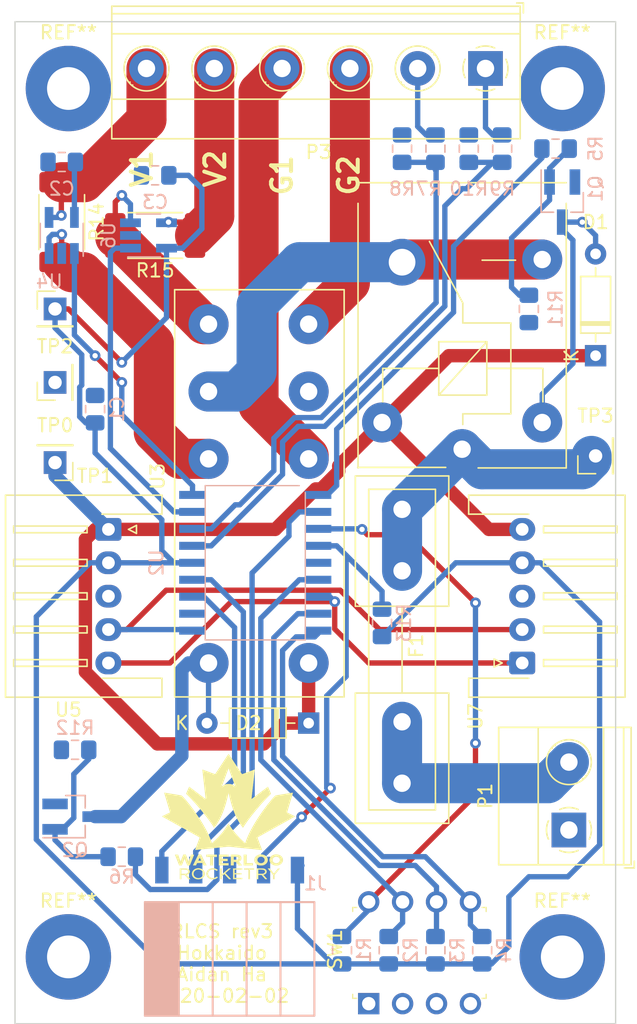
<source format=kicad_pcb>
(kicad_pcb (version 20171130) (host pcbnew "(5.1.5)-2")

  (general
    (thickness 1.6)
    (drawings 9)
    (tracks 310)
    (zones 0)
    (modules 43)
    (nets 34)
  )

  (page A4)
  (layers
    (0 F.Cu signal)
    (31 B.Cu signal)
    (32 B.Adhes user hide)
    (33 F.Adhes user)
    (34 B.Paste user hide)
    (35 F.Paste user hide)
    (36 B.SilkS user)
    (37 F.SilkS user)
    (38 B.Mask user)
    (39 F.Mask user)
    (40 Dwgs.User user)
    (41 Cmts.User user)
    (42 Eco1.User user)
    (43 Eco2.User user)
    (44 Edge.Cuts user)
    (45 Margin user)
    (46 B.CrtYd user)
    (47 F.CrtYd user)
    (48 B.Fab user hide)
    (49 F.Fab user hide)
  )

  (setup
    (last_trace_width 0.4)
    (trace_clearance 0.254)
    (zone_clearance 0.7)
    (zone_45_only no)
    (trace_min 0.2)
    (via_size 0.8)
    (via_drill 0.4)
    (via_min_size 0.4)
    (via_min_drill 0.3)
    (uvia_size 0.3)
    (uvia_drill 0.1)
    (uvias_allowed no)
    (uvia_min_size 0.2)
    (uvia_min_drill 0.1)
    (edge_width 0.1)
    (segment_width 0.2)
    (pcb_text_width 0.3)
    (pcb_text_size 1.5 1.5)
    (mod_edge_width 0.15)
    (mod_text_size 1 1)
    (mod_text_width 0.15)
    (pad_size 1.7 1.7)
    (pad_drill 1)
    (pad_to_mask_clearance 0)
    (aux_axis_origin 0 0)
    (visible_elements 7FFFF7FF)
    (pcbplotparams
      (layerselection 0x00020_00000000)
      (usegerberextensions false)
      (usegerberattributes false)
      (usegerberadvancedattributes false)
      (creategerberjobfile false)
      (excludeedgelayer true)
      (linewidth 0.100000)
      (plotframeref false)
      (viasonmask false)
      (mode 1)
      (useauxorigin false)
      (hpglpennumber 1)
      (hpglpenspeed 20)
      (hpglpendiameter 15.000000)
      (psnegative false)
      (psa4output false)
      (plotreference true)
      (plotvalue true)
      (plotinvisibletext false)
      (padsonsilk false)
      (subtractmaskfromsilk false)
      (outputformat 1)
      (mirror false)
      (drillshape 0)
      (scaleselection 1)
      (outputdirectory "../../gerbers/relay_board_gerbers/"))
  )

  (net 0 "")
  (net 1 +12V)
  (net 2 "Net-(Q1-Pad1)")
  (net 3 "Net-(Q2-Pad1)")
  (net 4 "Net-(U1-Pad4)")
  (net 5 GND)
  (net 6 +5V)
  (net 7 "Net-(F1-Pad1)")
  (net 8 "Net-(P3-Pad1)")
  (net 9 "Net-(P3-Pad2)")
  (net 10 "Net-(D1-Pad2)")
  (net 11 "Net-(D2-Pad2)")
  (net 12 "Net-(F1-Pad2)")
  (net 13 /~MCLR)
  (net 14 /ICSPDAT)
  (net 15 /ICSPCLK)
  (net 16 /G2)
  (net 17 /G1)
  (net 18 /P2)
  (net 19 /P1)
  (net 20 /DIP_1)
  (net 21 /DIP_2)
  (net 22 /DIP_3)
  (net 23 /DIP_4)
  (net 24 /POWER)
  (net 25 /SELECT)
  (net 26 /LIM1)
  (net 27 /LIM2)
  (net 28 "Net-(R14-Pad2)")
  (net 29 "Net-(R15-Pad2)")
  (net 30 /CURR_SENSE_1)
  (net 31 /CURR_SENSE_2)
  (net 32 /SCL)
  (net 33 /SDA)

  (net_class Default "This is the default net class."
    (clearance 0.254)
    (trace_width 0.4)
    (via_dia 0.8)
    (via_drill 0.4)
    (uvia_dia 0.3)
    (uvia_drill 0.1)
    (add_net +5V)
    (add_net /CURR_SENSE_1)
    (add_net /CURR_SENSE_2)
    (add_net /DIP_1)
    (add_net /DIP_2)
    (add_net /DIP_3)
    (add_net /DIP_4)
    (add_net /G1)
    (add_net /G2)
    (add_net /ICSPCLK)
    (add_net /ICSPDAT)
    (add_net /LIM1)
    (add_net /LIM2)
    (add_net /P1)
    (add_net /P2)
    (add_net /POWER)
    (add_net /SCL)
    (add_net /SDA)
    (add_net /SELECT)
    (add_net /~MCLR)
    (add_net GND)
    (add_net "Net-(D1-Pad2)")
    (add_net "Net-(D2-Pad2)")
    (add_net "Net-(F1-Pad2)")
    (add_net "Net-(P3-Pad1)")
    (add_net "Net-(P3-Pad2)")
    (add_net "Net-(Q1-Pad1)")
    (add_net "Net-(Q2-Pad1)")
    (add_net "Net-(R14-Pad2)")
    (add_net "Net-(R15-Pad2)")
  )

  (net_class 12V ""
    (clearance 0.254)
    (trace_width 1)
    (via_dia 2)
    (via_drill 1)
    (uvia_dia 0.3)
    (uvia_drill 0.1)
    (add_net +12V)
  )

  (net_class Actuators ""
    (clearance 0.6)
    (trace_width 3)
    (via_dia 3.5)
    (via_drill 2)
    (uvia_dia 0.3)
    (uvia_drill 0.1)
    (add_net "Net-(F1-Pad1)")
    (add_net "Net-(U1-Pad4)")
  )

  (module rlcs:PinHeader_5x2.54_SMD_90deg_952-3198-1-ND (layer B.Cu) (tedit 5BBBD10E) (tstamp 5E37D550)
    (at 141 132.5)
    (path /5DFBEBF4)
    (fp_text reference J1 (at 11.5 1) (layer B.SilkS)
      (effects (font (size 1 1) (thickness 0.15)) (justify mirror))
    )
    (fp_text value "Programming Header" (at 0 0.5) (layer B.Fab)
      (effects (font (size 1 1) (thickness 0.15)) (justify mirror))
    )
    (fp_poly (pts (xy -1.2192 10.8458) (xy 1.2192 10.8458) (xy 1.2192 2.4638) (xy -1.2192 2.4638)) (layer B.SilkS) (width 0.15))
    (fp_line (start 1.27 2.4) (end 1.27 10.9) (layer B.SilkS) (width 0.15))
    (fp_line (start 6.35 2.4) (end 6.35 10.9) (layer B.SilkS) (width 0.15))
    (fp_line (start 3.81 2.4) (end 3.81 10.9) (layer B.SilkS) (width 0.15))
    (fp_line (start 8.89 2.4) (end 8.89 10.9) (layer B.SilkS) (width 0.15))
    (fp_line (start 11.43 2.4) (end 11.43 10.9) (layer B.SilkS) (width 0.15))
    (fp_line (start -1.27 2.4) (end -1.27 10.9) (layer B.SilkS) (width 0.15))
    (fp_line (start -1.27 10.9) (end 11.43 10.9) (layer B.SilkS) (width 0.15))
    (fp_line (start -1.27 2.4) (end 11.43 2.4) (layer B.SilkS) (width 0.15))
    (pad 5 smd rect (at 10.16 0) (size 1 2) (layers B.Cu B.Paste B.Mask)
      (net 6 +5V))
    (pad 4 smd rect (at 7.62 0) (size 1 2) (layers B.Cu B.Paste B.Mask)
      (net 13 /~MCLR))
    (pad 3 smd rect (at 5.08 0) (size 1 2) (layers B.Cu B.Paste B.Mask)
      (net 5 GND))
    (pad 2 smd rect (at 2.54 0) (size 1 2) (layers B.Cu B.Paste B.Mask)
      (net 14 /ICSPDAT))
    (pad 1 smd rect (at 0 0) (size 1 2) (layers B.Cu B.Paste B.Mask)
      (net 15 /ICSPCLK))
  )

  (module rlcs:Relay_DPDT_RT424012F (layer F.Cu) (tedit 596D1D09) (tstamp 5E37D745)
    (at 144.5 117 90)
    (descr "Relay DPDT Schrack-RT2 RM5mm 16A 250V AC Form C http://www.te.com/commerce/DocumentDelivery/DDEController?Action=srchrtrv&DocNm=RT2_reflow&DocType=DS&DocLang=EN")
    (tags "Relay DPDT Schrack-RT2 RM5mm 16A 250V AC Relay")
    (path /5DFD4FE3)
    (fp_text reference U3 (at 13.97 -3.81 90) (layer F.SilkS)
      (effects (font (size 1 1) (thickness 0.15)))
    )
    (fp_text value dpdt_relay (at 12.192 11.43 90) (layer F.Fab)
      (effects (font (size 1 1) (thickness 0.15)))
    )
    (fp_line (start 0 1.8) (end 0 5.8) (layer F.Fab) (width 0.12))
    (fp_line (start -2.5 -2.5) (end 27.5 -2.5) (layer F.Fab) (width 0.12))
    (fp_line (start 27.5 -2.5) (end 27.5 10.1) (layer F.Fab) (width 0.12))
    (fp_line (start 27.5 10.1) (end -2.5 10.1) (layer F.Fab) (width 0.12))
    (fp_line (start -2.5 10.1) (end -2.5 -2.5) (layer F.Fab) (width 0.12))
    (fp_text user %R (at 12.065 3.81 90) (layer F.Fab)
      (effects (font (size 1 1) (thickness 0.15)))
    )
    (fp_line (start 28.2 -2.78) (end 28.2 10.42) (layer F.CrtYd) (width 0.05))
    (fp_line (start -2.8 -2.78) (end 28.2 -2.78) (layer F.CrtYd) (width 0.05))
    (fp_line (start -2.8 10.42) (end -2.8 -2.78) (layer F.CrtYd) (width 0.05))
    (fp_line (start 28.2 10.42) (end -2.8 10.42) (layer F.CrtYd) (width 0.05))
    (fp_line (start -2.54 -2.54) (end 27.94 -2.54) (layer F.SilkS) (width 0.12))
    (fp_line (start 27.94 -2.54) (end 27.94 10.16) (layer F.SilkS) (width 0.12))
    (fp_line (start 27.94 10.16) (end -2.54 10.16) (layer F.SilkS) (width 0.12))
    (fp_line (start -2.54 10.16) (end -2.54 -2.54) (layer F.SilkS) (width 0.12))
    (pad 3 thru_hole circle (at 0 0 90) (size 3 3) (drill 1.3) (layers *.Cu *.Mask)
      (net 11 "Net-(D2-Pad2)"))
    (pad 4 thru_hole circle (at 0 7.5 90) (size 3 3) (drill 1.3) (layers *.Cu *.Mask)
      (net 1 +12V))
    (pad 1 thru_hole circle (at 20.32 0 90) (size 3 3) (drill 1.3) (layers *.Cu *.Mask)
      (net 4 "Net-(U1-Pad4)"))
    (pad 8 thru_hole circle (at 25.36 7.5 90) (size 3 3) (drill 1.3) (layers *.Cu *.Mask)
      (net 16 /G2))
    (pad 7 thru_hole circle (at 15.28 7.5 90) (size 3 3) (drill 1.3) (layers *.Cu *.Mask)
      (net 17 /G1))
    (pad 5 thru_hole circle (at 15.28 0 90) (size 3 3) (drill 1.3) (layers *.Cu *.Mask)
      (net 28 "Net-(R14-Pad2)"))
    (pad 2 thru_hole circle (at 20.32 7.5 90) (size 3 3) (drill 1.3) (layers *.Cu *.Mask)
      (net 5 GND))
    (pad 6 thru_hole circle (at 25.36 0 90) (size 3 3) (drill 1.3) (layers *.Cu *.Mask)
      (net 29 "Net-(R15-Pad2)"))
    (model ${KISYS3DMOD}/Relays_THT.3dshapes/Relay_DPDT_Schrack-RT2-FormC_RM5mm.wrl
      (at (xyz 0 0 0))
      (scale (xyz 1 1 1))
      (rotate (xyz 0 0 0))
    )
  )

  (module MountingHole:MountingHole_3.2mm_M3_Pad (layer F.Cu) (tedit 56D1B4CB) (tstamp 5E414ABF)
    (at 134 139)
    (descr "Mounting Hole 3.2mm, M3")
    (tags "mounting hole 3.2mm m3")
    (attr virtual)
    (fp_text reference REF** (at 0 -4.2) (layer F.SilkS)
      (effects (font (size 1 1) (thickness 0.15)))
    )
    (fp_text value MountingHole_3.2mm_M3_Pad (at 0 4.2) (layer F.Fab)
      (effects (font (size 1 1) (thickness 0.15)))
    )
    (fp_text user %R (at 0.3 0) (layer F.Fab)
      (effects (font (size 1 1) (thickness 0.15)))
    )
    (fp_circle (center 0 0) (end 3.2 0) (layer Cmts.User) (width 0.15))
    (fp_circle (center 0 0) (end 3.45 0) (layer F.CrtYd) (width 0.05))
    (pad 1 thru_hole circle (at 0 0) (size 6.4 6.4) (drill 3.2) (layers *.Cu *.Mask))
  )

  (module MountingHole:MountingHole_3.2mm_M3_Pad (layer F.Cu) (tedit 56D1B4CB) (tstamp 5E414ABF)
    (at 171 139)
    (descr "Mounting Hole 3.2mm, M3")
    (tags "mounting hole 3.2mm m3")
    (attr virtual)
    (fp_text reference REF** (at 0 -4.2) (layer F.SilkS)
      (effects (font (size 1 1) (thickness 0.15)))
    )
    (fp_text value MountingHole_3.2mm_M3_Pad (at 0 4.2) (layer F.Fab)
      (effects (font (size 1 1) (thickness 0.15)))
    )
    (fp_text user %R (at 0.3 0) (layer F.Fab)
      (effects (font (size 1 1) (thickness 0.15)))
    )
    (fp_circle (center 0 0) (end 3.2 0) (layer Cmts.User) (width 0.15))
    (fp_circle (center 0 0) (end 3.45 0) (layer F.CrtYd) (width 0.05))
    (pad 1 thru_hole circle (at 0 0) (size 6.4 6.4) (drill 3.2) (layers *.Cu *.Mask))
  )

  (module rlcs:rocketry_logo_small (layer F.Cu) (tedit 0) (tstamp 5E414A2E)
    (at 146 128.5)
    (fp_text reference G*** (at 0 0) (layer F.SilkS) hide
      (effects (font (size 1.524 1.524) (thickness 0.3)))
    )
    (fp_text value LOGO (at 0.75 0) (layer F.SilkS) hide
      (effects (font (size 1.524 1.524) (thickness 0.3)))
    )
    (fp_poly (pts (xy 0.005801 -4.683294) (xy 0.020573 -4.662227) (xy 0.043707 -4.628313) (xy 0.074555 -4.582531)
      (xy 0.112463 -4.525862) (xy 0.156782 -4.459284) (xy 0.20686 -4.383778) (xy 0.262045 -4.300324)
      (xy 0.321687 -4.2099) (xy 0.385134 -4.113487) (xy 0.451736 -4.012064) (xy 0.503714 -3.932767)
      (xy 0.572278 -3.828206) (xy 0.638195 -3.727915) (xy 0.700813 -3.632875) (xy 0.75948 -3.544065)
      (xy 0.813543 -3.462465) (xy 0.862351 -3.389055) (xy 0.905249 -3.324814) (xy 0.941587 -3.270723)
      (xy 0.970711 -3.227761) (xy 0.991969 -3.196908) (xy 1.004709 -3.179144) (xy 1.008287 -3.175)
      (xy 1.018762 -3.178284) (xy 1.045749 -3.187711) (xy 1.087503 -3.202649) (xy 1.142281 -3.222464)
      (xy 1.208338 -3.246521) (xy 1.28393 -3.274187) (xy 1.367313 -3.304827) (xy 1.456742 -3.337808)
      (xy 1.486015 -3.348629) (xy 1.576791 -3.382123) (xy 1.661918 -3.41338) (xy 1.739676 -3.441779)
      (xy 1.808344 -3.4667) (xy 1.866202 -3.487522) (xy 1.911532 -3.503622) (xy 1.942611 -3.514382)
      (xy 1.957722 -3.519179) (xy 1.958909 -3.51935) (xy 1.958393 -3.510726) (xy 1.956066 -3.486239)
      (xy 1.952039 -3.44688) (xy 1.946418 -3.39364) (xy 1.939314 -3.327511) (xy 1.930834 -3.249484)
      (xy 1.921088 -3.16055) (xy 1.910184 -3.0617) (xy 1.898231 -2.953927) (xy 1.885338 -2.83822)
      (xy 1.871613 -2.715572) (xy 1.857165 -2.586973) (xy 1.842103 -2.453415) (xy 1.837992 -2.41704)
      (xy 1.822788 -2.282317) (xy 1.808177 -2.152282) (xy 1.794267 -2.027926) (xy 1.781167 -1.910243)
      (xy 1.768985 -1.800223) (xy 1.757828 -1.698858) (xy 1.747807 -1.607141) (xy 1.739027 -1.526063)
      (xy 1.731599 -1.456615) (xy 1.725629 -1.399791) (xy 1.721227 -1.356581) (xy 1.718501 -1.327978)
      (xy 1.717558 -1.314973) (xy 1.717622 -1.314266) (xy 1.725499 -1.319229) (xy 1.747146 -1.334626)
      (xy 1.781453 -1.359631) (xy 1.827309 -1.39342) (xy 1.883605 -1.435166) (xy 1.949232 -1.484043)
      (xy 2.023079 -1.539226) (xy 2.104038 -1.599889) (xy 2.190998 -1.665206) (xy 2.282849 -1.734351)
      (xy 2.33136 -1.77093) (xy 2.425383 -1.841835) (xy 2.515123 -1.90945) (xy 2.599465 -1.972938)
      (xy 2.67729 -2.031462) (xy 2.747484 -2.084184) (xy 2.80893 -2.130267) (xy 2.860511 -2.168872)
      (xy 2.901112 -2.199163) (xy 2.929616 -2.220302) (xy 2.944906 -2.231451) (xy 2.947251 -2.233019)
      (xy 2.95181 -2.225804) (xy 2.962331 -2.20452) (xy 2.977992 -2.171018) (xy 2.997969 -2.12715)
      (xy 3.021441 -2.074767) (xy 3.047586 -2.015722) (xy 3.075581 -1.951866) (xy 3.104604 -1.88505)
      (xy 3.133833 -1.817127) (xy 3.162444 -1.749949) (xy 3.175572 -1.718858) (xy 3.170599 -1.709963)
      (xy 3.154775 -1.691405) (xy 3.130669 -1.666035) (xy 3.105414 -1.641074) (xy 2.982842 -1.520362)
      (xy 2.854523 -1.388962) (xy 2.721688 -1.248372) (xy 2.585565 -1.100091) (xy 2.447385 -0.945616)
      (xy 2.308378 -0.786447) (xy 2.169773 -0.624082) (xy 2.032801 -0.460018) (xy 1.89869 -0.295755)
      (xy 1.768672 -0.13279) (xy 1.643976 0.027378) (xy 1.525831 0.183251) (xy 1.415468 0.33333)
      (xy 1.314116 0.476117) (xy 1.223006 0.610114) (xy 1.143366 0.733823) (xy 1.10662 0.794049)
      (xy 1.092358 0.814154) (xy 1.080156 0.824949) (xy 1.075709 0.825471) (xy 1.067441 0.816892)
      (xy 1.050863 0.796523) (xy 1.028054 0.767023) (xy 1.001092 0.731051) (xy 0.987812 0.712989)
      (xy 0.87445 0.549826) (xy 0.76758 0.379204) (xy 0.666819 0.200177) (xy 0.571781 0.0118)
      (xy 0.482082 -0.186873) (xy 0.397336 -0.396787) (xy 0.31716 -0.618888) (xy 0.241167 -0.85412)
      (xy 0.168974 -1.103429) (xy 0.100196 -1.367762) (xy 0.043772 -1.60655) (xy 0.031905 -1.657936)
      (xy 0.021 -1.703168) (xy 0.011686 -1.73979) (xy 0.004594 -1.765348) (xy 0.000354 -1.777386)
      (xy -0.000226 -1.778) (xy -0.003777 -1.770148) (xy -0.010105 -1.748513) (xy -0.018453 -1.715976)
      (xy -0.028062 -1.675419) (xy -0.033084 -1.653117) (xy -0.100398 -1.365284) (xy -0.171456 -1.09332)
      (xy -0.246587 -0.836411) (xy -0.326118 -0.593746) (xy -0.410378 -0.364509) (xy -0.499695 -0.147889)
      (xy -0.594398 0.056929) (xy -0.694814 0.250758) (xy -0.801272 0.434411) (xy -0.914099 0.608702)
      (xy -0.987813 0.712989) (xy -1.015992 0.751052) (xy -1.040977 0.783871) (xy -1.060691 0.808788)
      (xy -1.073056 0.823143) (xy -1.07571 0.825471) (xy -1.085095 0.821538) (xy -1.098697 0.806102)
      (xy -1.106621 0.794049) (xy -1.179284 0.677094) (xy -1.264037 0.549048) (xy -1.359652 0.411409)
      (xy -1.464897 0.265677) (xy -1.578541 0.11335) (xy -1.699356 -0.044072) (xy -1.826109 -0.205091)
      (xy -1.957572 -0.368207) (xy -2.092513 -0.531921) (xy -2.229702 -0.694734) (xy -2.367908 -0.855148)
      (xy -2.505903 -1.011663) (xy -2.642454 -1.16278) (xy -2.776332 -1.307) (xy -2.906306 -1.442825)
      (xy -3.031146 -1.568754) (xy -3.105295 -1.641074) (xy -3.134485 -1.670006) (xy -3.157588 -1.694573)
      (xy -3.172033 -1.711927) (xy -3.175573 -1.718901) (xy -3.151245 -1.776568) (xy -3.124986 -1.837997)
      (xy -3.097676 -1.901203) (xy -3.070196 -1.964204) (xy -3.043428 -2.025015) (xy -3.018253 -2.081653)
      (xy -2.995551 -2.132135) (xy -2.976205 -2.174478) (xy -2.961095 -2.206698) (xy -2.951104 -2.226812)
      (xy -2.947189 -2.23292) (xy -2.938958 -2.227128) (xy -2.916953 -2.210926) (xy -2.882289 -2.185149)
      (xy -2.836083 -2.150637) (xy -2.779452 -2.108224) (xy -2.713513 -2.058751) (xy -2.63938 -2.003052)
      (xy -2.558172 -1.941967) (xy -2.471004 -1.876331) (xy -2.378993 -1.806983) (xy -2.331248 -1.770973)
      (xy -2.237323 -1.700192) (xy -2.147724 -1.632817) (xy -2.06356 -1.569673) (xy -1.98594 -1.511586)
      (xy -1.915975 -1.459381) (xy -1.854774 -1.413885) (xy -1.803446 -1.375922) (xy -1.763101 -1.34632)
      (xy -1.73485 -1.325903) (xy -1.719802 -1.315498) (xy -1.717567 -1.314313) (xy -1.718022 -1.322989)
      (xy -1.720288 -1.347529) (xy -1.724258 -1.386939) (xy -1.729824 -1.440228) (xy -1.736877 -1.506405)
      (xy -1.745309 -1.584477) (xy -1.755012 -1.673453) (xy -1.765878 -1.772341) (xy -1.777797 -1.880149)
      (xy -1.790663 -1.995886) (xy -1.804366 -2.118559) (xy -1.817421 -2.2349) (xy -0.513978 -2.2349)
      (xy -0.508495 -2.23834) (xy -0.4917 -2.25129) (xy -0.466546 -2.271438) (xy -0.44906 -2.2857)
      (xy -0.409886 -2.315448) (xy -0.36626 -2.344889) (xy -0.326229 -2.368667) (xy -0.317813 -2.373055)
      (xy -0.249026 -2.403762) (xy -0.182338 -2.424608) (xy -0.111549 -2.436923) (xy -0.030457 -2.442041)
      (xy 0.00498 -2.442373) (xy 0.060082 -2.441764) (xy 0.101361 -2.439737) (xy 0.134898 -2.435576)
      (xy 0.166775 -2.428566) (xy 0.197568 -2.419689) (xy 0.285448 -2.387589) (xy 0.362925 -2.347347)
      (xy 0.437166 -2.29514) (xy 0.448883 -2.2857) (xy 0.47763 -2.262415) (xy 0.499746 -2.244961)
      (xy 0.512277 -2.235646) (xy 0.513978 -2.2349) (xy 0.510707 -2.243485) (xy 0.501956 -2.26706)
      (xy 0.48816 -2.304444) (xy 0.46975 -2.354458) (xy 0.447161 -2.415921) (xy 0.420825 -2.487654)
      (xy 0.391177 -2.568474) (xy 0.35865 -2.657204) (xy 0.323676 -2.752661) (xy 0.28669 -2.853667)
      (xy 0.258221 -2.931448) (xy 0.220015 -3.035696) (xy 0.183445 -3.135178) (xy 0.148947 -3.228725)
      (xy 0.116959 -3.315165) (xy 0.087917 -3.393329) (xy 0.062258 -3.462045) (xy 0.040419 -3.520143)
      (xy 0.022836 -3.566453) (xy 0.009947 -3.599803) (xy 0.002188 -3.619024) (xy 0 -3.623463)
      (xy -0.003639 -3.61557) (xy -0.012734 -3.592673) (xy -0.026849 -3.555941) (xy -0.045547 -3.506546)
      (xy -0.068392 -3.445657) (xy -0.094946 -3.374447) (xy -0.124772 -3.294084) (xy -0.157435 -3.205739)
      (xy -0.192497 -3.110584) (xy -0.229521 -3.009789) (xy -0.258221 -2.931448) (xy -0.29642 -2.827091)
      (xy -0.332928 -2.727406) (xy -0.367311 -2.633575) (xy -0.399135 -2.546777) (xy -0.427969 -2.468192)
      (xy -0.453377 -2.399002) (xy -0.474927 -2.340385) (xy -0.492186 -2.293523) (xy -0.50472 -2.259595)
      (xy -0.512095 -2.239782) (xy -0.513978 -2.2349) (xy -1.817421 -2.2349) (xy -1.818799 -2.247177)
      (xy -1.833853 -2.380747) (xy -1.837957 -2.41707) (xy -1.853161 -2.551788) (xy -1.867778 -2.681812)
      (xy -1.881699 -2.806153) (xy -1.894817 -2.923817) (xy -1.907022 -3.033814) (xy -1.918206 -3.135153)
      (xy -1.928261 -3.226841) (xy -1.937077 -3.307888) (xy -1.944546 -3.377302) (xy -1.95056 -3.434092)
      (xy -1.95501 -3.477267) (xy -1.957786 -3.505834) (xy -1.958782 -3.518803) (xy -1.958732 -3.5195)
      (xy -1.949192 -3.516807) (xy -1.923119 -3.507949) (xy -1.882232 -3.493547) (xy -1.828251 -3.47422)
      (xy -1.762896 -3.450589) (xy -1.687887 -3.423274) (xy -1.604943 -3.392894) (xy -1.515784 -3.36007)
      (xy -1.485146 -3.348754) (xy -1.394128 -3.315162) (xy -1.308625 -3.28371) (xy -1.230376 -3.255028)
      (xy -1.161123 -3.229751) (xy -1.102605 -3.208511) (xy -1.056563 -3.191942) (xy -1.024738 -3.180677)
      (xy -1.00887 -3.175348) (xy -1.007443 -3.175) (xy -1.001645 -3.182241) (xy -0.986835 -3.203309)
      (xy -0.963664 -3.237225) (xy -0.932784 -3.28301) (xy -0.894846 -3.339682) (xy -0.850502 -3.406264)
      (xy -0.800404 -3.481774) (xy -0.745202 -3.565234) (xy -0.685549 -3.655662) (xy -0.622096 -3.752081)
      (xy -0.555494 -3.853508) (xy -0.503548 -3.932767) (xy -0.435006 -4.037325) (xy -0.369125 -4.137612)
      (xy -0.306559 -4.23265) (xy -0.247957 -4.321458) (xy -0.19397 -4.403057) (xy -0.14525 -4.476467)
      (xy -0.102448 -4.540707) (xy -0.066215 -4.594799) (xy -0.037202 -4.637763) (xy -0.01606 -4.668618)
      (xy -0.003441 -4.686386) (xy 0.000045 -4.690533) (xy 0.005801 -4.683294)) (layer F.SilkS) (width 0.01))
    (fp_poly (pts (xy -4.808211 -1.790554) (xy -4.780371 -1.786679) (xy -4.736921 -1.780149) (xy -4.679824 -1.771287)
      (xy -4.611046 -1.760418) (xy -4.532551 -1.747865) (xy -4.446303 -1.73395) (xy -4.354267 -1.718998)
      (xy -4.258406 -1.703331) (xy -4.160686 -1.687274) (xy -4.063071 -1.671149) (xy -3.967525 -1.655281)
      (xy -3.876013 -1.639991) (xy -3.790499 -1.625604) (xy -3.712947 -1.612444) (xy -3.645322 -1.600833)
      (xy -3.589589 -1.591094) (xy -3.547711 -1.583553) (xy -3.521654 -1.57853) (xy -3.513842 -1.576675)
      (xy -3.501322 -1.567604) (xy -3.478716 -1.546432) (xy -3.447547 -1.514821) (xy -3.409338 -1.474432)
      (xy -3.36561 -1.426925) (xy -3.317887 -1.373963) (xy -3.26769 -1.317206) (xy -3.216543 -1.258316)
      (xy -3.165967 -1.198953) (xy -3.147424 -1.176867) (xy -2.993974 -0.989159) (xy -2.841856 -0.79498)
      (xy -2.691844 -0.595612) (xy -2.544718 -0.392334) (xy -2.401253 -0.186428) (xy -2.262228 0.020824)
      (xy -2.12842 0.228142) (xy -2.000605 0.434245) (xy -1.879561 0.637852) (xy -1.766066 0.837682)
      (xy -1.660897 1.032453) (xy -1.56483 1.220885) (xy -1.478644 1.401696) (xy -1.403115 1.573606)
      (xy -1.339021 1.735334) (xy -1.287139 1.885598) (xy -1.284837 1.892923) (xy -1.252874 1.995146)
      (xy -1.161829 1.914022) (xy -0.964284 1.731836) (xy -0.78317 1.551477) (xy -0.615851 1.369874)
      (xy -0.45969 1.183954) (xy -0.312049 0.990644) (xy -0.170291 0.786871) (xy -0.094995 0.670983)
      (xy -0.066969 0.62747) (xy -0.041839 0.589619) (xy -0.021218 0.559766) (xy -0.006719 0.540248)
      (xy 0 0.5334) (xy 0.006915 0.540493) (xy 0.021537 0.560217) (xy 0.042253 0.590233)
      (xy 0.067449 0.628206) (xy 0.094994 0.670983) (xy 0.234635 0.881668) (xy 0.378727 1.080227)
      (xy 0.529906 1.269733) (xy 0.690808 1.453257) (xy 0.864072 1.633873) (xy 1.052333 1.814653)
      (xy 1.161866 1.914055) (xy 1.252949 1.995213) (xy 1.275323 1.92259) (xy 1.328568 1.764864)
      (xy 1.394405 1.595746) (xy 1.472127 1.416449) (xy 1.561026 1.228188) (xy 1.660396 1.032179)
      (xy 1.76953 0.829635) (xy 1.88772 0.621773) (xy 2.014259 0.409805) (xy 2.148441 0.194948)
      (xy 2.289557 -0.021585) (xy 2.436902 -0.238578) (xy 2.589769 -0.454817) (xy 2.747449 -0.669087)
      (xy 2.899519 -0.86774) (xy 2.969021 -0.955947) (xy 3.038657 -1.042744) (xy 3.107421 -1.126976)
      (xy 3.174305 -1.20749) (xy 3.238301 -1.283133) (xy 3.298403 -1.352752) (xy 3.353603 -1.415193)
      (xy 3.402894 -1.469305) (xy 3.44527 -1.513932) (xy 3.479722 -1.547923) (xy 3.505243 -1.570124)
      (xy 3.520828 -1.579381) (xy 3.521137 -1.579448) (xy 3.546928 -1.584228) (xy 3.588561 -1.591533)
      (xy 3.644071 -1.601042) (xy 3.711498 -1.612434) (xy 3.788878 -1.62539) (xy 3.87425 -1.639589)
      (xy 3.965652 -1.65471) (xy 4.06112 -1.670432) (xy 4.158694 -1.686435) (xy 4.256411 -1.702399)
      (xy 4.352308 -1.718003) (xy 4.444423 -1.732926) (xy 4.530794 -1.746848) (xy 4.609459 -1.759449)
      (xy 4.678456 -1.770407) (xy 4.735822 -1.779402) (xy 4.779595 -1.786114) (xy 4.807813 -1.790222)
      (xy 4.818514 -1.791406) (xy 4.818548 -1.79139) (xy 4.816866 -1.782751) (xy 4.810558 -1.758881)
      (xy 4.799965 -1.720945) (xy 4.785428 -1.670112) (xy 4.767288 -1.607546) (xy 4.745887 -1.534415)
      (xy 4.721566 -1.451886) (xy 4.694668 -1.361125) (xy 4.665532 -1.263299) (xy 4.634501 -1.159575)
      (xy 4.601916 -1.051118) (xy 4.601609 -1.050099) (xy 4.569007 -0.941644) (xy 4.537936 -0.837943)
      (xy 4.508738 -0.740159) (xy 4.481755 -0.649455) (xy 4.457331 -0.566995) (xy 4.435807 -0.493941)
      (xy 4.417528 -0.431457) (xy 4.402835 -0.380707) (xy 4.392071 -0.342853) (xy 4.38558 -0.319059)
      (xy 4.383703 -0.310488) (xy 4.383709 -0.310482) (xy 4.393026 -0.305865) (xy 4.417675 -0.293908)
      (xy 4.455633 -0.275584) (xy 4.504877 -0.251868) (xy 4.563386 -0.223733) (xy 4.629137 -0.192155)
      (xy 4.684473 -0.165604) (xy 4.754222 -0.131897) (xy 4.817965 -0.100599) (xy 4.873735 -0.072715)
      (xy 4.919561 -0.049251) (xy 4.953475 -0.031211) (xy 4.973508 -0.019602) (xy 4.978223 -0.015636)
      (xy 4.969693 -0.010258) (xy 4.945334 0.003881) (xy 4.906012 0.026297) (xy 4.852589 0.056508)
      (xy 4.78593 0.094031) (xy 4.706898 0.138383) (xy 4.616357 0.189081) (xy 4.515171 0.245643)
      (xy 4.404203 0.307585) (xy 4.284319 0.374425) (xy 4.15638 0.44568) (xy 4.021252 0.520866)
      (xy 3.879798 0.599502) (xy 3.732881 0.681104) (xy 3.581367 0.76519) (xy 3.570847 0.771025)
      (xy 3.419035 0.855288) (xy 3.271766 0.93713) (xy 3.129904 1.016068) (xy 2.994312 1.091615)
      (xy 2.865855 1.163289) (xy 2.745397 1.230603) (xy 2.633802 1.293074) (xy 2.531932 1.350217)
      (xy 2.440654 1.401547) (xy 2.36083 1.446579) (xy 2.293324 1.484829) (xy 2.239 1.515813)
      (xy 2.198723 1.539044) (xy 2.173356 1.55404) (xy 2.163762 1.560315) (xy 2.163705 1.560411)
      (xy 2.166135 1.570195) (xy 2.174119 1.594618) (xy 2.187124 1.632195) (xy 2.204614 1.681443)
      (xy 2.226056 1.740876) (xy 2.250915 1.809011) (xy 2.278656 1.884363) (xy 2.308746 1.965448)
      (xy 2.330477 2.023641) (xy 2.361931 2.107857) (xy 2.391494 2.187391) (xy 2.418622 2.260755)
      (xy 2.442771 2.326457) (xy 2.463397 2.383007) (xy 2.479955 2.428917) (xy 2.491901 2.462696)
      (xy 2.498691 2.482853) (xy 2.500085 2.488025) (xy 2.493989 2.49552) (xy 2.473412 2.495518)
      (xy 2.467784 2.494753) (xy 2.453942 2.493154) (xy 2.421557 2.489672) (xy 2.371863 2.484436)
      (xy 2.306099 2.477572) (xy 2.2255 2.469209) (xy 2.131304 2.459474) (xy 2.024746 2.448494)
      (xy 1.907064 2.436396) (xy 1.779495 2.423309) (xy 1.643274 2.409359) (xy 1.499638 2.394674)
      (xy 1.349825 2.379382) (xy 1.218821 2.366029) (xy 0.00223 2.242102) (xy -1.211611 2.36574)
      (xy -1.365629 2.381436) (xy -1.51459 2.396634) (xy -1.657247 2.411206) (xy -1.792358 2.425024)
      (xy -1.918676 2.437959) (xy -2.034958 2.449885) (xy -2.139958 2.460672) (xy -2.232432 2.470194)
      (xy -2.311134 2.478323) (xy -2.374821 2.48493) (xy -2.422246 2.489888) (xy -2.452167 2.493069)
      (xy -2.462804 2.494266) (xy -2.489566 2.495714) (xy -2.499887 2.49052) (xy -2.500157 2.488704)
      (xy -2.497219 2.478905) (xy -2.488763 2.454456) (xy -2.475332 2.416837) (xy -2.457465 2.367529)
      (xy -2.435704 2.308013) (xy -2.41059 2.23977) (xy -2.382664 2.16428) (xy -2.352465 2.083025)
      (xy -2.3299 2.022533) (xy -2.298494 1.938169) (xy -2.269083 1.858577) (xy -2.242195 1.785228)
      (xy -2.21836 1.719594) (xy -2.198106 1.663146) (xy -2.181963 1.617355) (xy -2.170459 1.583692)
      (xy -2.164123 1.56363) (xy -2.163056 1.558437) (xy -2.171632 1.552978) (xy -2.196035 1.538759)
      (xy -2.235402 1.516264) (xy -2.288867 1.485975) (xy -2.355568 1.448376) (xy -2.434639 1.403951)
      (xy -2.525218 1.353183) (xy -2.626439 1.296554) (xy -2.737439 1.23455) (xy -2.857353 1.167652)
      (xy -2.985318 1.096345) (xy -3.120469 1.021112) (xy -3.261942 0.942436) (xy -3.408873 0.860801)
      (xy -3.560399 0.776689) (xy -3.57092 0.770852) (xy -3.722715 0.686599) (xy -3.869971 0.6048)
      (xy -4.011824 0.525935) (xy -4.14741 0.450489) (xy -4.275866 0.378943) (xy -4.396327 0.311781)
      (xy -4.507931 0.249485) (xy -4.609813 0.192539) (xy -4.70111 0.141424) (xy -4.780958 0.096624)
      (xy -4.848494 0.058622) (xy -4.902854 0.0279) (xy -4.943174 0.00494) (xy -4.968591 -0.009774)
      (xy -4.97824 -0.015759) (xy -4.978303 -0.015838) (xy -4.970637 -0.021601) (xy -4.947528 -0.034584)
      (xy -4.910945 -0.053786) (xy -4.86286 -0.078201) (xy -4.805242 -0.106827) (xy -4.740064 -0.138661)
      (xy -4.684481 -0.165437) (xy -4.61445 -0.198998) (xy -4.550076 -0.229893) (xy -4.493385 -0.257145)
      (xy -4.446398 -0.279781) (xy -4.411141 -0.296826) (xy -4.389637 -0.307305) (xy -4.38371 -0.310296)
      (xy -4.385532 -0.318713) (xy -4.391973 -0.342366) (xy -4.40269 -0.380091) (xy -4.41734 -0.430725)
      (xy -4.435581 -0.493104) (xy -4.45707 -0.566065) (xy -4.481464 -0.648443) (xy -4.50842 -0.739075)
      (xy -4.537597 -0.836798) (xy -4.56865 -0.940447) (xy -4.601237 -1.04886) (xy -4.60161 -1.050099)
      (xy -4.634207 -1.158595) (xy -4.665252 -1.262371) (xy -4.694403 -1.360261) (xy -4.721319 -1.451097)
      (xy -4.745659 -1.533713) (xy -4.767081 -1.606942) (xy -4.785245 -1.669617) (xy -4.799808 -1.720571)
      (xy -4.810429 -1.758639) (xy -4.816768 -1.782652) (xy -4.818483 -1.791445) (xy -4.818476 -1.791452)
      (xy -4.808211 -1.790554)) (layer F.SilkS) (width 0.01))
    (fp_poly (pts (xy 1.354666 3.4798) (xy 1.822823 3.4798) (xy 1.822823 3.649133) (xy 1.135529 3.649133)
      (xy 1.135529 2.8448) (xy 1.354666 2.8448) (xy 1.354666 3.4798)) (layer F.SilkS) (width 0.01))
    (fp_poly (pts (xy 0.513681 2.844918) (xy 0.578047 2.84537) (xy 0.628192 2.846301) (xy 0.666966 2.847857)
      (xy 0.697218 2.850185) (xy 0.721798 2.85343) (xy 0.743556 2.857738) (xy 0.758877 2.861529)
      (xy 0.828669 2.887784) (xy 0.884812 2.926361) (xy 0.927444 2.977359) (xy 0.932499 2.985767)
      (xy 0.947291 3.014645) (xy 0.955719 3.041563) (xy 0.95945 3.073529) (xy 0.960156 3.101966)
      (xy 0.958782 3.139917) (xy 0.954808 3.176198) (xy 0.949057 3.203615) (xy 0.948289 3.205961)
      (xy 0.930847 3.237393) (xy 0.901385 3.27247) (xy 0.865024 3.306214) (xy 0.826888 3.333644)
      (xy 0.805191 3.345041) (xy 0.766454 3.361839) (xy 0.809844 3.414469) (xy 0.836779 3.447321)
      (xy 0.867075 3.484557) (xy 0.898416 3.523301) (xy 0.92849 3.560674) (xy 0.954984 3.5938)
      (xy 0.975584 3.6198) (xy 0.987977 3.635797) (xy 0.989981 3.63855) (xy 0.988801 3.643049)
      (xy 0.976424 3.646123) (xy 0.950488 3.647974) (xy 0.908626 3.648805) (xy 0.869666 3.648891)
      (xy 0.742078 3.648649) (xy 0.64247 3.522234) (xy 0.542862 3.395818) (xy 0.465666 3.395476)
      (xy 0.38847 3.395133) (xy 0.38847 3.649133) (xy 0.169333 3.649133) (xy 0.169333 3.005666)
      (xy 0.38847 3.005666) (xy 0.38847 3.2258) (xy 0.51547 3.225787) (xy 0.573194 3.225273)
      (xy 0.615068 3.223501) (xy 0.645137 3.220099) (xy 0.667446 3.214697) (xy 0.677333 3.21097)
      (xy 0.713168 3.187191) (xy 0.735415 3.154677) (xy 0.743201 3.11773) (xy 0.735652 3.080653)
      (xy 0.711892 3.047746) (xy 0.710718 3.046689) (xy 0.684655 3.029598) (xy 0.649146 3.017512)
      (xy 0.601363 3.009894) (xy 0.538474 3.006211) (xy 0.493628 3.005666) (xy 0.38847 3.005666)
      (xy 0.169333 3.005666) (xy 0.169333 2.8448) (xy 0.432245 2.8448) (xy 0.513681 2.844918)) (layer F.SilkS) (width 0.01))
    (fp_poly (pts (xy -0.009961 3.005666) (xy -0.517961 3.005666) (xy -0.517961 3.158066) (xy -0.069726 3.158066)
      (xy -0.069726 3.3274) (xy -0.517961 3.3274) (xy -0.517961 3.4798) (xy 0 3.4798)
      (xy 0 3.649133) (xy -0.727138 3.649133) (xy -0.727138 2.8448) (xy -0.009961 2.8448)
      (xy -0.009961 3.005666)) (layer F.SilkS) (width 0.01))
    (fp_poly (pts (xy -0.876549 3.014133) (xy -1.165412 3.014133) (xy -1.165412 3.649133) (xy -1.374589 3.649133)
      (xy -1.374589 3.014133) (xy -1.663451 3.014133) (xy -1.663451 2.8448) (xy -0.876549 2.8448)
      (xy -0.876549 3.014133)) (layer F.SilkS) (width 0.01))
    (fp_poly (pts (xy -1.654814 3.6449) (xy -1.765371 3.647307) (xy -1.810474 3.647711) (xy -1.848018 3.646961)
      (xy -1.873665 3.645214) (xy -1.882856 3.643074) (xy -1.889175 3.632824) (xy -1.900763 3.610393)
      (xy -1.915792 3.579419) (xy -1.927711 3.553883) (xy -1.965637 3.471333) (xy -2.358515 3.471333)
      (xy -2.400549 3.560233) (xy -2.442584 3.649133) (xy -2.551057 3.649133) (xy -2.595846 3.648451)
      (xy -2.631312 3.64659) (xy -2.653655 3.643827) (xy -2.65953 3.641197) (xy -2.655738 3.632078)
      (xy -2.644852 3.60889) (xy -2.627608 3.57313) (xy -2.604744 3.5263) (xy -2.576995 3.4699)
      (xy -2.545097 3.40543) (xy -2.509786 3.334389) (xy -2.490452 3.29565) (xy -2.271149 3.29565)
      (xy -2.261819 3.29819) (xy -2.236574 3.300247) (xy -2.19942 3.30159) (xy -2.160425 3.302)
      (xy -2.112289 3.301789) (xy -2.080904 3.300856) (xy -2.063103 3.29875) (xy -2.055719 3.295019)
      (xy -2.055583 3.289212) (xy -2.056399 3.287183) (xy -2.074787 3.246753) (xy -2.094515 3.20471)
      (xy -2.114124 3.164006) (xy -2.132153 3.127593) (xy -2.147144 3.098424) (xy -2.157637 3.07945)
      (xy -2.162007 3.073531) (xy -2.16728 3.080792) (xy -2.178184 3.100386) (xy -2.193041 3.128896)
      (xy -2.210172 3.162903) (xy -2.227897 3.19899) (xy -2.244536 3.233738) (xy -2.258409 3.263729)
      (xy -2.267838 3.285546) (xy -2.271149 3.29565) (xy -2.490452 3.29565) (xy -2.471799 3.258278)
      (xy -2.461109 3.236913) (xy -2.262689 2.840566) (xy -2.057596 2.840566) (xy -1.654814 3.6449)) (layer F.SilkS) (width 0.01))
    (fp_poly (pts (xy -3.103677 3.096683) (xy -3.07909 3.159035) (xy -3.05632 3.215904) (xy -3.036159 3.26538)
      (xy -3.019397 3.305555) (xy -3.006828 3.33452) (xy -2.999241 3.350367) (xy -2.997469 3.3528)
      (xy -2.993192 3.34502) (xy -2.983939 3.322997) (xy -2.970465 3.288705) (xy -2.953527 3.244117)
      (xy -2.933882 3.191206) (xy -2.912285 3.131948) (xy -2.903486 3.107512) (xy -2.881232 3.045799)
      (xy -2.860614 2.989186) (xy -2.842404 2.939745) (xy -2.82737 2.899544) (xy -2.816282 2.870655)
      (xy -2.80991 2.855146) (xy -2.808909 2.853222) (xy -2.795602 2.849051) (xy -2.76411 2.846695)
      (xy -2.716066 2.846246) (xy -2.692348 2.846626) (xy -2.582333 2.849033) (xy -2.741714 3.249083)
      (xy -2.901094 3.649133) (xy -3.093279 3.649133) (xy -3.191625 3.405716) (xy -3.216377 3.344744)
      (xy -3.239246 3.288966) (xy -3.25939 3.240393) (xy -3.275967 3.201037) (xy -3.288132 3.172912)
      (xy -3.295043 3.158028) (xy -3.296125 3.156254) (xy -3.300754 3.162419) (xy -3.31095 3.182751)
      (xy -3.325886 3.21538) (xy -3.344736 3.258435) (xy -3.366672 3.310046) (xy -3.390867 3.368341)
      (xy -3.4028 3.397554) (xy -3.503318 3.6449) (xy -3.599558 3.647325) (xy -3.647913 3.647874)
      (xy -3.679148 3.646458) (xy -3.69596 3.64285) (xy -3.700608 3.638858) (xy -3.706116 3.625602)
      (xy -3.716965 3.598807) (xy -3.732411 3.560351) (xy -3.751708 3.512111) (xy -3.774111 3.455966)
      (xy -3.798874 3.393792) (xy -3.825254 3.327467) (xy -3.852505 3.25887) (xy -3.879881 3.189877)
      (xy -3.906637 3.122366) (xy -3.932029 3.058214) (xy -3.955312 2.9993) (xy -3.975739 2.9475)
      (xy -3.992566 2.904693) (xy -4.005049 2.872756) (xy -4.012441 2.853566) (xy -4.014196 2.848667)
      (xy -4.004892 2.847134) (xy -3.979584 2.846247) (xy -3.942177 2.846074) (xy -3.898272 2.846648)
      (xy -3.782347 2.849033) (xy -3.69186 3.100916) (xy -3.669405 3.162961) (xy -3.64864 3.219456)
      (xy -3.630304 3.268454) (xy -3.615139 3.308007) (xy -3.603887 3.33617) (xy -3.597288 3.350994)
      (xy -3.595996 3.3528) (xy -3.591663 3.345075) (xy -3.581895 3.323172) (xy -3.567479 3.288999)
      (xy -3.549203 3.244464) (xy -3.527853 3.191477) (xy -3.504217 3.131944) (xy -3.490363 3.096683)
      (xy -3.390108 2.840566) (xy -3.203932 2.840566) (xy -3.103677 3.096683)) (layer F.SilkS) (width 0.01))
    (fp_poly (pts (xy 3.636339 2.831229) (xy 3.727633 2.847083) (xy 3.814075 2.876508) (xy 3.892756 2.919581)
      (xy 3.913908 2.934788) (xy 3.968709 2.982396) (xy 4.009453 3.032437) (xy 4.040974 3.091191)
      (xy 4.04874 3.109891) (xy 4.070829 3.190674) (xy 4.074123 3.270526) (xy 4.059722 3.347679)
      (xy 4.028729 3.420364) (xy 3.982244 3.486812) (xy 3.92137 3.545256) (xy 3.847208 3.593925)
      (xy 3.760858 3.631052) (xy 3.716055 3.644092) (xy 3.654749 3.654179) (xy 3.583152 3.657836)
      (xy 3.50931 3.655213) (xy 3.44127 3.646461) (xy 3.406588 3.638331) (xy 3.326173 3.609972)
      (xy 3.258653 3.574409) (xy 3.199339 3.529829) (xy 3.142161 3.468653) (xy 3.101299 3.400121)
      (xy 3.076714 3.326543) (xy 3.068991 3.255907) (xy 3.298516 3.255907) (xy 3.30523 3.30622)
      (xy 3.32007 3.349098) (xy 3.324483 3.357033) (xy 3.36617 3.408214) (xy 3.419997 3.447683)
      (xy 3.482782 3.474342) (xy 3.551347 3.487092) (xy 3.622511 3.484835) (xy 3.666842 3.47533)
      (xy 3.726039 3.449807) (xy 3.77457 3.412298) (xy 3.811476 3.365606) (xy 3.835801 3.312529)
      (xy 3.846587 3.255869) (xy 3.842879 3.198426) (xy 3.823718 3.143002) (xy 3.795052 3.100136)
      (xy 3.745536 3.054968) (xy 3.686569 3.022454) (xy 3.621515 3.003351) (xy 3.553736 2.998422)
      (xy 3.486597 3.008425) (xy 3.448325 3.021778) (xy 3.404577 3.04774) (xy 3.362873 3.084624)
      (xy 3.328899 3.126701) (xy 3.311271 3.159832) (xy 3.30038 3.204872) (xy 3.298516 3.255907)
      (xy 3.068991 3.255907) (xy 3.06837 3.250233) (xy 3.076228 3.173502) (xy 3.100251 3.098663)
      (xy 3.140399 3.028027) (xy 3.196635 2.963908) (xy 3.208823 2.952924) (xy 3.280775 2.902039)
      (xy 3.36241 2.864352) (xy 3.45082 2.839939) (xy 3.543099 2.828873) (xy 3.636339 2.831229)) (layer F.SilkS) (width 0.01))
    (fp_poly (pts (xy 2.53166 2.835507) (xy 2.625748 2.85767) (xy 2.710309 2.89322) (xy 2.783823 2.941022)
      (xy 2.84477 2.999939) (xy 2.891631 3.068836) (xy 2.922888 3.146576) (xy 2.934657 3.205541)
      (xy 2.934622 3.285228) (xy 2.915828 3.363393) (xy 2.879395 3.437396) (xy 2.826442 3.504597)
      (xy 2.795577 3.533583) (xy 2.725814 3.58481) (xy 2.652251 3.621521) (xy 2.571571 3.644824)
      (xy 2.480457 3.655826) (xy 2.425848 3.657043) (xy 2.377355 3.65534) (xy 2.329023 3.651321)
      (xy 2.289613 3.645765) (xy 2.282061 3.644201) (xy 2.194381 3.615603) (xy 2.115054 3.572628)
      (xy 2.046616 3.517091) (xy 1.991598 3.450811) (xy 1.975312 3.424218) (xy 1.958195 3.39203)
      (xy 1.947089 3.365419) (xy 1.940385 3.338397) (xy 1.936479 3.304973) (xy 1.934396 3.271676)
      (xy 1.934846 3.243693) (xy 2.158419 3.243693) (xy 2.159477 3.282056) (xy 2.164706 3.311198)
      (xy 2.175923 3.338711) (xy 2.185235 3.355782) (xy 2.224527 3.406379) (xy 2.275934 3.445822)
      (xy 2.33616 3.473082) (xy 2.40191 3.487128) (xy 2.469888 3.486933) (xy 2.5368 3.471468)
      (xy 2.54536 3.468238) (xy 2.605487 3.435609) (xy 2.653001 3.39182) (xy 2.686624 3.339634)
      (xy 2.705078 3.281817) (xy 2.707084 3.221134) (xy 2.691364 3.160348) (xy 2.689614 3.156267)
      (xy 2.656528 3.100628) (xy 2.610462 3.056804) (xy 2.558482 3.02655) (xy 2.526236 3.012823)
      (xy 2.497432 3.005182) (xy 2.46356 3.001958) (xy 2.430431 3.001436) (xy 2.387454 3.002467)
      (xy 2.355767 3.006686) (xy 2.326815 3.015779) (xy 2.301709 3.026834) (xy 2.241622 3.063874)
      (xy 2.197662 3.110804) (xy 2.169969 3.167415) (xy 2.158684 3.233492) (xy 2.158419 3.243693)
      (xy 1.934846 3.243693) (xy 1.935685 3.191547) (xy 1.949545 3.122195) (xy 1.977376 3.06038)
      (xy 2.020574 3.00286) (xy 2.071362 2.954116) (xy 2.148657 2.899226) (xy 2.23397 2.859831)
      (xy 2.327055 2.836017) (xy 2.42767 2.827869) (xy 2.429562 2.827866) (xy 2.53166 2.835507)) (layer F.SilkS) (width 0.01))
    (fp_poly (pts (xy 3.236743 4.072366) (xy 3.276834 4.122899) (xy 3.313319 4.168296) (xy 3.344748 4.206803)
      (xy 3.369675 4.236667) (xy 3.38665 4.256131) (xy 3.394226 4.263441) (xy 3.394429 4.263423)
      (xy 3.400937 4.255753) (xy 3.417157 4.235934) (xy 3.441594 4.205816) (xy 3.472751 4.167247)
      (xy 3.509131 4.122077) (xy 3.549237 4.072155) (xy 3.550239 4.070907) (xy 3.701842 3.881967)
      (xy 3.768372 3.879463) (xy 3.801823 3.87898) (xy 3.825713 3.880116) (xy 3.834901 3.882625)
      (xy 3.834902 3.882644) (xy 3.829447 3.890711) (xy 3.81395 3.911062) (xy 3.789705 3.942056)
      (xy 3.758012 3.982057) (xy 3.720166 4.029424) (xy 3.677464 4.082519) (xy 3.640666 4.128035)
      (xy 3.446431 4.367741) (xy 3.446431 4.682067) (xy 3.336862 4.682067) (xy 3.336862 4.369851)
      (xy 3.156279 4.147075) (xy 3.111294 4.091598) (xy 3.06918 4.03969) (xy 3.03147 3.993243)
      (xy 2.999701 3.954146) (xy 2.975406 3.924289) (xy 2.960122 3.905561) (xy 2.956385 3.901017)
      (xy 2.937074 3.877733) (xy 3.083262 3.877733) (xy 3.236743 4.072366)) (layer F.SilkS) (width 0.01))
    (fp_poly (pts (xy 2.436945 3.878006) (xy 2.507859 3.879075) (xy 2.564501 3.881318) (xy 2.609692 3.885112)
      (xy 2.646255 3.890832) (xy 2.67701 3.898857) (xy 2.70478 3.909563) (xy 2.732386 3.923328)
      (xy 2.745699 3.930729) (xy 2.79488 3.968417) (xy 2.830323 4.016259) (xy 2.850892 4.071293)
      (xy 2.855455 4.130558) (xy 2.844126 4.187499) (xy 2.817372 4.23748) (xy 2.774599 4.282094)
      (xy 2.719542 4.318146) (xy 2.66634 4.339534) (xy 2.608406 4.356836) (xy 2.748516 4.513848)
      (xy 2.788237 4.558591) (xy 2.823586 4.598851) (xy 2.852879 4.632675) (xy 2.874435 4.658109)
      (xy 2.886569 4.6732) (xy 2.888627 4.676463) (xy 2.879515 4.679244) (xy 2.855564 4.681249)
      (xy 2.821852 4.682064) (xy 2.819979 4.682067) (xy 2.751332 4.682067) (xy 2.6135 4.525433)
      (xy 2.475669 4.3688) (xy 2.221255 4.3688) (xy 2.221255 4.682067) (xy 2.101725 4.682067)
      (xy 2.101725 4.285778) (xy 2.221255 4.285778) (xy 2.398058 4.28263) (xy 2.464185 4.281221)
      (xy 2.513895 4.279462) (xy 2.550696 4.27703) (xy 2.578093 4.273599) (xy 2.599592 4.268842)
      (xy 2.618699 4.262435) (xy 2.619686 4.262054) (xy 2.672606 4.233856) (xy 2.710511 4.197665)
      (xy 2.732438 4.155966) (xy 2.737421 4.111244) (xy 2.724494 4.065986) (xy 2.7066 4.038166)
      (xy 2.681858 4.014033) (xy 2.64922 3.995153) (xy 2.606499 3.981052) (xy 2.551508 3.971254)
      (xy 2.482059 3.965283) (xy 2.395965 3.962664) (xy 2.358215 3.962449) (xy 2.221255 3.9624)
      (xy 2.221255 4.285778) (xy 2.101725 4.285778) (xy 2.101725 3.877733) (xy 2.348937 3.877733)
      (xy 2.436945 3.878006)) (layer F.SilkS) (width 0.01))
    (fp_poly (pts (xy 1.91247 3.9624) (xy 1.603686 3.9624) (xy 1.603686 4.682067) (xy 1.484157 4.682067)
      (xy 1.484157 3.9624) (xy 1.165411 3.9624) (xy 1.165411 3.877733) (xy 1.91247 3.877733)
      (xy 1.91247 3.9624)) (layer F.SilkS) (width 0.01))
    (fp_poly (pts (xy 1.02596 3.9624) (xy 0.448235 3.9624) (xy 0.448235 4.233333) (xy 0.966196 4.233333)
      (xy 0.966196 4.318) (xy 0.448235 4.318) (xy 0.448235 4.588933) (xy 1.02596 4.588933)
      (xy 1.02596 4.682067) (xy 0.338666 4.682067) (xy 0.338666 3.877733) (xy 1.02596 3.877733)
      (xy 1.02596 3.9624)) (layer F.SilkS) (width 0.01))
    (fp_poly (pts (xy 0.089773 3.879438) (xy 0.164353 3.881967) (xy -0.03597 4.054868) (xy -0.236292 4.22777)
      (xy -0.028499 4.449916) (xy 0.020925 4.502898) (xy 0.066145 4.55165) (xy 0.105722 4.594599)
      (xy 0.138215 4.63017) (xy 0.162184 4.65679) (xy 0.176188 4.672883) (xy 0.179294 4.677064)
      (xy 0.170174 4.679528) (xy 0.146172 4.681315) (xy 0.112324 4.682062) (xy 0.109482 4.682067)
      (xy 0.039669 4.682067) (xy -0.136221 4.493683) (xy -0.181674 4.445006) (xy -0.22302 4.400731)
      (xy -0.258663 4.362571) (xy -0.287003 4.332237) (xy -0.306442 4.311439) (xy -0.315381 4.301889)
      (xy -0.315751 4.301498) (xy -0.323686 4.305751) (xy -0.342998 4.320029) (xy -0.371081 4.3423)
      (xy -0.405327 4.370531) (xy -0.418675 4.381773) (xy -0.517961 4.465849) (xy -0.517961 4.682067)
      (xy -0.62753 4.682067) (xy -0.62753 3.877733) (xy -0.517961 3.877733) (xy -0.517961 4.347209)
      (xy -0.341528 4.190788) (xy -0.28726 4.142725) (xy -0.231803 4.093699) (xy -0.178456 4.046618)
      (xy -0.130516 4.004392) (xy -0.091281 3.969929) (xy -0.074951 3.955638) (xy 0.015193 3.87691)
      (xy 0.089773 3.879438)) (layer F.SilkS) (width 0.01))
    (fp_poly (pts (xy -3.320242 3.87801) (xy -3.2492 3.879089) (xy -3.192467 3.881348) (xy -3.147242 3.885159)
      (xy -3.11072 3.8909) (xy -3.080101 3.898944) (xy -3.052579 3.909667) (xy -3.025354 3.923444)
      (xy -3.012472 3.930729) (xy -2.963215 3.969035) (xy -2.93442 4.004719) (xy -2.917883 4.032236)
      (xy -2.908664 4.056116) (xy -2.90478 4.083573) (xy -2.904192 4.114786) (xy -2.912846 4.179831)
      (xy -2.938013 4.235404) (xy -2.979689 4.2815) (xy -3.037872 4.318116) (xy -3.091063 4.33895)
      (xy -3.148124 4.357048) (xy -3.008415 4.515179) (xy -2.968895 4.56009) (xy -2.93371 4.600418)
      (xy -2.904528 4.634223) (xy -2.883015 4.659568) (xy -2.870838 4.674514) (xy -2.868706 4.677688)
      (xy -2.877819 4.679861) (xy -2.901772 4.681428) (xy -2.935487 4.682065) (xy -2.937354 4.682067)
      (xy -3.006002 4.682067) (xy -3.143833 4.525433) (xy -3.281665 4.3688) (xy -3.536079 4.3688)
      (xy -3.536079 4.682067) (xy -3.655608 4.682067) (xy -3.655608 4.285778) (xy -3.536079 4.285778)
      (xy -3.359275 4.28263) (xy -3.293149 4.281221) (xy -3.243438 4.279462) (xy -3.206637 4.27703)
      (xy -3.17924 4.273599) (xy -3.157741 4.268842) (xy -3.138634 4.262435) (xy -3.137647 4.262054)
      (xy -3.084728 4.233856) (xy -3.046822 4.197665) (xy -3.024895 4.155966) (xy -3.019913 4.111244)
      (xy -3.032839 4.065986) (xy -3.050733 4.038166) (xy -3.075475 4.014033) (xy -3.108113 3.995153)
      (xy -3.150834 3.981052) (xy -3.205826 3.971254) (xy -3.275275 3.965283) (xy -3.361369 3.962664)
      (xy -3.399118 3.962449) (xy -3.536079 3.9624) (xy -3.536079 4.285778) (xy -3.655608 4.285778)
      (xy -3.655608 3.877733) (xy -3.408396 3.877733) (xy -3.320242 3.87801)) (layer F.SilkS) (width 0.01))
    (fp_poly (pts (xy -1.064287 3.871946) (xy -0.976673 3.894279) (xy -0.898082 3.928527) (xy -0.849393 3.95997)
      (xy -0.807295 3.992033) (xy -0.885879 4.065573) (xy -0.929224 4.035383) (xy -0.963247 4.014665)
      (xy -1.004673 3.993478) (xy -1.031637 3.98168) (xy -1.064497 3.969767) (xy -1.094122 3.962656)
      (xy -1.127893 3.959182) (xy -1.173193 3.958177) (xy -1.180353 3.958167) (xy -1.228028 3.958964)
      (xy -1.263108 3.962107) (xy -1.29287 3.968717) (xy -1.324588 3.979919) (xy -1.326742 3.980774)
      (xy -1.395214 4.01704) (xy -1.452428 4.065405) (xy -1.496738 4.123135) (xy -1.526497 4.187498)
      (xy -1.54006 4.255759) (xy -1.53578 4.325187) (xy -1.535378 4.327168) (xy -1.511158 4.401677)
      (xy -1.472107 4.466276) (xy -1.419467 4.519827) (xy -1.354481 4.561194) (xy -1.278392 4.589243)
      (xy -1.239701 4.59741) (xy -1.159059 4.602343) (xy -1.078963 4.590381) (xy -0.999548 4.561556)
      (xy -0.926199 4.519494) (xy -0.875296 4.485044) (xy -0.84106 4.51325) (xy -0.820869 4.531612)
      (xy -0.808573 4.546128) (xy -0.806824 4.550377) (xy -0.814792 4.561444) (xy -0.836832 4.579484)
      (xy -0.870151 4.602459) (xy -0.911954 4.628333) (xy -0.920824 4.633523) (xy -0.980368 4.659726)
      (xy -1.052612 4.678388) (xy -1.132125 4.68898) (xy -1.213472 4.690974) (xy -1.291221 4.683839)
      (xy -1.337117 4.674092) (xy -1.422781 4.642245) (xy -1.497565 4.596874) (xy -1.560058 4.539356)
      (xy -1.608848 4.471066) (xy -1.642523 4.393379) (xy -1.649039 4.370181) (xy -1.659531 4.318384)
      (xy -1.662192 4.273086) (xy -1.65699 4.226182) (xy -1.648373 4.186914) (xy -1.619004 4.10714)
      (xy -1.573751 4.036333) (xy -1.514226 3.975791) (xy -1.442039 3.926814) (xy -1.358801 3.890699)
      (xy -1.266125 3.868743) (xy -1.250876 3.866673) (xy -1.156997 3.86244) (xy -1.064287 3.871946)) (layer F.SilkS) (width 0.01))
    (fp_poly (pts (xy -2.17258 3.86833) (xy -2.085796 3.889649) (xy -2.00446 3.922852) (xy -1.934167 3.966034)
      (xy -1.922096 3.97556) (xy -1.866601 4.032708) (xy -1.82482 4.099644) (xy -1.797239 4.173489)
      (xy -1.78435 4.251368) (xy -1.78664 4.330402) (xy -1.8046 4.407714) (xy -1.836816 4.477274)
      (xy -1.884382 4.539473) (xy -1.947052 4.59454) (xy -2.020606 4.639457) (xy -2.100823 4.671205)
      (xy -2.112593 4.674493) (xy -2.171144 4.685078) (xy -2.240238 4.690021) (xy -2.312095 4.689326)
      (xy -2.378935 4.682998) (xy -2.422101 4.674287) (xy -2.508239 4.642343) (xy -2.58335 4.597102)
      (xy -2.64606 4.540078) (xy -2.694993 4.472787) (xy -2.728775 4.396745) (xy -2.745588 4.317717)
      (xy -2.745451 4.255022) (xy -2.625943 4.255022) (xy -2.622556 4.327199) (xy -2.601217 4.396924)
      (xy -2.562225 4.461871) (xy -2.528115 4.499882) (xy -2.467104 4.546525) (xy -2.396473 4.579457)
      (xy -2.319319 4.598) (xy -2.238742 4.601474) (xy -2.15784 4.589201) (xy -2.141239 4.584601)
      (xy -2.070727 4.55521) (xy -2.012224 4.514368) (xy -1.966021 4.464323) (xy -1.932413 4.407318)
      (xy -1.911692 4.345601) (xy -1.90415 4.281416) (xy -1.910081 4.217009) (xy -1.929776 4.154626)
      (xy -1.96353 4.096512) (xy -2.011635 4.044914) (xy -2.065901 4.006776) (xy -2.138516 3.974716)
      (xy -2.21494 3.957847) (xy -2.292328 3.955582) (xy -2.367836 3.967332) (xy -2.438617 3.992509)
      (xy -2.501827 4.030524) (xy -2.554621 4.080788) (xy -2.577672 4.112618) (xy -2.611081 4.18272)
      (xy -2.625943 4.255022) (xy -2.745451 4.255022) (xy -2.745406 4.23458) (xy -2.72736 4.156027)
      (xy -2.693055 4.083566) (xy -2.644097 4.018708) (xy -2.582093 3.96296) (xy -2.508648 3.917832)
      (xy -2.425369 3.884831) (xy -2.333861 3.865468) (xy -2.259215 3.8608) (xy -2.17258 3.86833)) (layer F.SilkS) (width 0.01))
  )

  (module rlcs:PIC16F1826-ISO (layer B.Cu) (tedit 5E26846F) (tstamp 5E37D72B)
    (at 148 109.5 270)
    (descr http://www.ti.com/lit/ds/symlink/uln2803a.pdf)
    (path /5DFA5A69)
    (attr smd)
    (fp_text reference U2 (at 0 7.4 270) (layer B.SilkS)
      (effects (font (size 1 1) (thickness 0.15)) (justify mirror))
    )
    (fp_text value PIC16F1826-ISO (at 0 -7.7 270) (layer B.Fab)
      (effects (font (size 1 1) (thickness 0.15)) (justify mirror))
    )
    (fp_line (start 5.775 3.75) (end 5.775 -3.75) (layer B.SilkS) (width 0.1))
    (fp_line (start -5.78 3.75) (end 5.77 3.75) (layer B.SilkS) (width 0.1))
    (fp_line (start -5.26 -3.75) (end 5.77 -3.75) (layer B.SilkS) (width 0.1))
    (fp_line (start -5.77 -3.3) (end -5.26 -3.75) (layer B.Fab) (width 0.1))
    (fp_line (start -5.775 3.75) (end -5.775 -3.3) (layer B.SilkS) (width 0.1))
    (pad 18 smd rect (at -5.08 4.7 270) (size 0.6 2) (layers B.Cu B.Paste B.Mask)
      (net 30 /CURR_SENSE_1) (solder_mask_margin 0.07))
    (pad 17 smd rect (at -3.81 4.7 270) (size 0.6 2) (layers B.Cu B.Paste B.Mask)
      (net 31 /CURR_SENSE_2) (solder_mask_margin 0.07))
    (pad 16 smd rect (at -2.54 4.7 270) (size 0.6 2) (layers B.Cu B.Paste B.Mask)
      (net 26 /LIM1) (solder_mask_margin 0.07))
    (pad 15 smd rect (at -1.27 4.7 270) (size 0.6 2) (layers B.Cu B.Paste B.Mask)
      (net 27 /LIM2) (solder_mask_margin 0.07))
    (pad 14 smd rect (at 0 4.7 270) (size 0.6 2) (layers B.Cu B.Paste B.Mask)
      (net 6 +5V) (solder_mask_margin 0.07))
    (pad 13 smd rect (at 1.27 4.7 270) (size 0.6 2) (layers B.Cu B.Paste B.Mask)
      (net 14 /ICSPDAT) (solder_mask_margin 0.07))
    (pad 12 smd rect (at 2.54 4.7 270) (size 0.6 2) (layers B.Cu B.Paste B.Mask)
      (net 15 /ICSPCLK) (solder_mask_margin 0.07))
    (pad 11 smd rect (at 3.81 4.7 270) (size 0.6 2) (layers B.Cu B.Paste B.Mask)
      (solder_mask_margin 0.07))
    (pad 10 smd rect (at 5.08 4.7 270) (size 0.6 2) (layers B.Cu B.Paste B.Mask)
      (net 32 /SCL) (solder_mask_margin 0.07))
    (pad 9 smd rect (at 5.08 -4.7 270) (size 0.6 2) (layers B.Cu B.Paste B.Mask)
      (net 23 /DIP_4) (solder_mask_margin 0.07))
    (pad 8 smd rect (at 3.81 -4.7 270) (size 0.6 2) (layers B.Cu B.Paste B.Mask)
      (net 22 /DIP_3) (solder_mask_margin 0.07))
    (pad 7 smd rect (at 2.54 -4.7 270) (size 0.6 2) (layers B.Cu B.Paste B.Mask)
      (net 33 /SDA) (solder_mask_margin 0.07))
    (pad 6 smd rect (at 1.27 -4.7 270) (size 0.6 2) (layers B.Cu B.Paste B.Mask)
      (net 21 /DIP_2) (solder_mask_margin 0.07))
    (pad 5 smd rect (at 0 -4.7 270) (size 0.6 2) (layers B.Cu B.Paste B.Mask)
      (net 5 GND) (solder_mask_margin 0.07))
    (pad 4 smd rect (at -1.27 -4.7 270) (size 0.6 2) (layers B.Cu B.Paste B.Mask)
      (net 13 /~MCLR) (solder_mask_margin 0.07))
    (pad 3 smd rect (at -2.54 -4.7 270) (size 0.6 2) (layers B.Cu B.Paste B.Mask)
      (net 20 /DIP_1) (solder_mask_margin 0.07))
    (pad 2 smd rect (at -3.81 -4.7 270) (size 0.6 2) (layers B.Cu B.Paste B.Mask)
      (net 25 /SELECT) (solder_mask_margin 0.07))
    (pad 1 smd rect (at -5.08 -4.7 270) (size 0.6 2) (layers B.Cu B.Paste B.Mask)
      (net 24 /POWER) (solder_mask_margin 0.07))
  )

  (module TerminalBlock_Phoenix:TerminalBlock_Phoenix_MKDS-1,5-6-5.08_1x06_P5.08mm_Horizontal (layer F.Cu) (tedit 5B294EBE) (tstamp 5E412129)
    (at 165.25 72.5 180)
    (descr "Terminal Block Phoenix MKDS-1,5-6-5.08, 6 pins, pitch 5.08mm, size 30.5x9.8mm^2, drill diamater 1.3mm, pad diameter 2.6mm, see http://www.farnell.com/datasheets/100425.pdf, script-generated using https://github.com/pointhi/kicad-footprint-generator/scripts/TerminalBlock_Phoenix")
    (tags "THT Terminal Block Phoenix MKDS-1,5-6-5.08 pitch 5.08mm size 30.5x9.8mm^2 drill 1.3mm pad 2.6mm")
    (path /597CE787)
    (fp_text reference P3 (at 12.5 -6.26) (layer F.SilkS)
      (effects (font (size 1 1) (thickness 0.15)))
    )
    (fp_text value ACTUATOR (at 12.5 5.66) (layer F.Fab)
      (effects (font (size 1 1) (thickness 0.15)))
    )
    (fp_text user %R (at 12.5 3.2) (layer F.Fab)
      (effects (font (size 1 1) (thickness 0.15)))
    )
    (fp_line (start 28.44 -5.71) (end -3.04 -5.71) (layer F.CrtYd) (width 0.05))
    (fp_line (start 28.44 5.1) (end 28.44 -5.71) (layer F.CrtYd) (width 0.05))
    (fp_line (start -3.04 5.1) (end 28.44 5.1) (layer F.CrtYd) (width 0.05))
    (fp_line (start -3.04 -5.71) (end -3.04 5.1) (layer F.CrtYd) (width 0.05))
    (fp_line (start -2.84 4.9) (end -2.34 4.9) (layer F.SilkS) (width 0.12))
    (fp_line (start -2.84 4.16) (end -2.84 4.9) (layer F.SilkS) (width 0.12))
    (fp_line (start 24.173 1.023) (end 24.126 1.069) (layer F.SilkS) (width 0.12))
    (fp_line (start 26.47 -1.275) (end 26.435 -1.239) (layer F.SilkS) (width 0.12))
    (fp_line (start 24.366 1.239) (end 24.331 1.274) (layer F.SilkS) (width 0.12))
    (fp_line (start 26.675 -1.069) (end 26.628 -1.023) (layer F.SilkS) (width 0.12))
    (fp_line (start 26.355 -1.138) (end 24.263 0.955) (layer F.Fab) (width 0.1))
    (fp_line (start 26.538 -0.955) (end 24.446 1.138) (layer F.Fab) (width 0.1))
    (fp_line (start 19.093 1.023) (end 19.046 1.069) (layer F.SilkS) (width 0.12))
    (fp_line (start 21.39 -1.275) (end 21.355 -1.239) (layer F.SilkS) (width 0.12))
    (fp_line (start 19.286 1.239) (end 19.251 1.274) (layer F.SilkS) (width 0.12))
    (fp_line (start 21.595 -1.069) (end 21.548 -1.023) (layer F.SilkS) (width 0.12))
    (fp_line (start 21.275 -1.138) (end 19.183 0.955) (layer F.Fab) (width 0.1))
    (fp_line (start 21.458 -0.955) (end 19.366 1.138) (layer F.Fab) (width 0.1))
    (fp_line (start 14.013 1.023) (end 13.966 1.069) (layer F.SilkS) (width 0.12))
    (fp_line (start 16.31 -1.275) (end 16.275 -1.239) (layer F.SilkS) (width 0.12))
    (fp_line (start 14.206 1.239) (end 14.171 1.274) (layer F.SilkS) (width 0.12))
    (fp_line (start 16.515 -1.069) (end 16.468 -1.023) (layer F.SilkS) (width 0.12))
    (fp_line (start 16.195 -1.138) (end 14.103 0.955) (layer F.Fab) (width 0.1))
    (fp_line (start 16.378 -0.955) (end 14.286 1.138) (layer F.Fab) (width 0.1))
    (fp_line (start 8.933 1.023) (end 8.886 1.069) (layer F.SilkS) (width 0.12))
    (fp_line (start 11.23 -1.275) (end 11.195 -1.239) (layer F.SilkS) (width 0.12))
    (fp_line (start 9.126 1.239) (end 9.091 1.274) (layer F.SilkS) (width 0.12))
    (fp_line (start 11.435 -1.069) (end 11.388 -1.023) (layer F.SilkS) (width 0.12))
    (fp_line (start 11.115 -1.138) (end 9.023 0.955) (layer F.Fab) (width 0.1))
    (fp_line (start 11.298 -0.955) (end 9.206 1.138) (layer F.Fab) (width 0.1))
    (fp_line (start 3.853 1.023) (end 3.806 1.069) (layer F.SilkS) (width 0.12))
    (fp_line (start 6.15 -1.275) (end 6.115 -1.239) (layer F.SilkS) (width 0.12))
    (fp_line (start 4.046 1.239) (end 4.011 1.274) (layer F.SilkS) (width 0.12))
    (fp_line (start 6.355 -1.069) (end 6.308 -1.023) (layer F.SilkS) (width 0.12))
    (fp_line (start 6.035 -1.138) (end 3.943 0.955) (layer F.Fab) (width 0.1))
    (fp_line (start 6.218 -0.955) (end 4.126 1.138) (layer F.Fab) (width 0.1))
    (fp_line (start 0.955 -1.138) (end -1.138 0.955) (layer F.Fab) (width 0.1))
    (fp_line (start 1.138 -0.955) (end -0.955 1.138) (layer F.Fab) (width 0.1))
    (fp_line (start 28 -5.261) (end 28 4.66) (layer F.SilkS) (width 0.12))
    (fp_line (start -2.6 -5.261) (end -2.6 4.66) (layer F.SilkS) (width 0.12))
    (fp_line (start -2.6 4.66) (end 28 4.66) (layer F.SilkS) (width 0.12))
    (fp_line (start -2.6 -5.261) (end 28 -5.261) (layer F.SilkS) (width 0.12))
    (fp_line (start -2.6 -2.301) (end 28 -2.301) (layer F.SilkS) (width 0.12))
    (fp_line (start -2.54 -2.3) (end 27.94 -2.3) (layer F.Fab) (width 0.1))
    (fp_line (start -2.6 2.6) (end 28 2.6) (layer F.SilkS) (width 0.12))
    (fp_line (start -2.54 2.6) (end 27.94 2.6) (layer F.Fab) (width 0.1))
    (fp_line (start -2.6 4.1) (end 28 4.1) (layer F.SilkS) (width 0.12))
    (fp_line (start -2.54 4.1) (end 27.94 4.1) (layer F.Fab) (width 0.1))
    (fp_line (start -2.54 4.1) (end -2.54 -5.2) (layer F.Fab) (width 0.1))
    (fp_line (start -2.04 4.6) (end -2.54 4.1) (layer F.Fab) (width 0.1))
    (fp_line (start 27.94 4.6) (end -2.04 4.6) (layer F.Fab) (width 0.1))
    (fp_line (start 27.94 -5.2) (end 27.94 4.6) (layer F.Fab) (width 0.1))
    (fp_line (start -2.54 -5.2) (end 27.94 -5.2) (layer F.Fab) (width 0.1))
    (fp_circle (center 25.4 0) (end 27.08 0) (layer F.SilkS) (width 0.12))
    (fp_circle (center 25.4 0) (end 26.9 0) (layer F.Fab) (width 0.1))
    (fp_circle (center 20.32 0) (end 22 0) (layer F.SilkS) (width 0.12))
    (fp_circle (center 20.32 0) (end 21.82 0) (layer F.Fab) (width 0.1))
    (fp_circle (center 15.24 0) (end 16.92 0) (layer F.SilkS) (width 0.12))
    (fp_circle (center 15.24 0) (end 16.74 0) (layer F.Fab) (width 0.1))
    (fp_circle (center 10.16 0) (end 11.84 0) (layer F.SilkS) (width 0.12))
    (fp_circle (center 10.16 0) (end 11.66 0) (layer F.Fab) (width 0.1))
    (fp_circle (center 5.08 0) (end 6.76 0) (layer F.SilkS) (width 0.12))
    (fp_circle (center 5.08 0) (end 6.58 0) (layer F.Fab) (width 0.1))
    (fp_circle (center 0 0) (end 1.5 0) (layer F.Fab) (width 0.1))
    (fp_arc (start 0 0) (end -0.684 1.535) (angle -25) (layer F.SilkS) (width 0.12))
    (fp_arc (start 0 0) (end -1.535 -0.684) (angle -48) (layer F.SilkS) (width 0.12))
    (fp_arc (start 0 0) (end 0.684 -1.535) (angle -48) (layer F.SilkS) (width 0.12))
    (fp_arc (start 0 0) (end 1.535 0.684) (angle -48) (layer F.SilkS) (width 0.12))
    (fp_arc (start 0 0) (end 0 1.68) (angle -24) (layer F.SilkS) (width 0.12))
    (pad 6 thru_hole circle (at 25.4 0 180) (size 2.6 2.6) (drill 1.3) (layers *.Cu *.Mask)
      (net 19 /P1))
    (pad 5 thru_hole circle (at 20.32 0 180) (size 2.6 2.6) (drill 1.3) (layers *.Cu *.Mask)
      (net 18 /P2))
    (pad 4 thru_hole circle (at 15.24 0 180) (size 2.6 2.6) (drill 1.3) (layers *.Cu *.Mask)
      (net 17 /G1))
    (pad 3 thru_hole circle (at 10.16 0 180) (size 2.6 2.6) (drill 1.3) (layers *.Cu *.Mask)
      (net 16 /G2))
    (pad 2 thru_hole circle (at 5.08 0 180) (size 2.6 2.6) (drill 1.3) (layers *.Cu *.Mask)
      (net 9 "Net-(P3-Pad2)"))
    (pad 1 thru_hole rect (at 0 0 180) (size 2.6 2.6) (drill 1.3) (layers *.Cu *.Mask)
      (net 8 "Net-(P3-Pad1)"))
    (model ${KISYS3DMOD}/TerminalBlock_Phoenix.3dshapes/TerminalBlock_Phoenix_MKDS-1,5-6-5.08_1x06_P5.08mm_Horizontal.wrl
      (at (xyz 0 0 0))
      (scale (xyz 1 1 1))
      (rotate (xyz 0 0 0))
    )
  )

  (module MountingHole:MountingHole_3.2mm_M3_Pad (layer F.Cu) (tedit 56D1B4CB) (tstamp 5E4121A4)
    (at 171 74)
    (descr "Mounting Hole 3.2mm, M3")
    (tags "mounting hole 3.2mm m3")
    (attr virtual)
    (fp_text reference REF** (at 0 -4.2) (layer F.SilkS)
      (effects (font (size 1 1) (thickness 0.15)))
    )
    (fp_text value MountingHole_3.2mm_M3_Pad (at 0 4.2) (layer F.Fab)
      (effects (font (size 1 1) (thickness 0.15)))
    )
    (fp_text user %R (at 0.3 0) (layer F.Fab)
      (effects (font (size 1 1) (thickness 0.15)))
    )
    (fp_circle (center 0 0) (end 3.2 0) (layer Cmts.User) (width 0.15))
    (fp_circle (center 0 0) (end 3.45 0) (layer F.CrtYd) (width 0.05))
    (pad 1 thru_hole circle (at 0 0) (size 6.4 6.4) (drill 3.2) (layers *.Cu *.Mask))
  )

  (module MountingHole:MountingHole_3.2mm_M3_Pad (layer F.Cu) (tedit 56D1B4CB) (tstamp 5E41219B)
    (at 134 74)
    (descr "Mounting Hole 3.2mm, M3")
    (tags "mounting hole 3.2mm m3")
    (attr virtual)
    (fp_text reference REF** (at 0 -4.2) (layer F.SilkS)
      (effects (font (size 1 1) (thickness 0.15)))
    )
    (fp_text value MountingHole_3.2mm_M3_Pad (at 0 4.2) (layer F.Fab)
      (effects (font (size 1 1) (thickness 0.15)))
    )
    (fp_circle (center 0 0) (end 3.45 0) (layer F.CrtYd) (width 0.05))
    (fp_circle (center 0 0) (end 3.2 0) (layer Cmts.User) (width 0.15))
    (fp_text user %R (at 0.3 0) (layer F.Fab)
      (effects (font (size 1 1) (thickness 0.15)))
    )
    (pad 1 thru_hole circle (at 0 0) (size 6.4 6.4) (drill 3.2) (layers *.Cu *.Mask))
  )

  (module rlcs:Relay_SPST_G5LE-1A (layer F.Cu) (tedit 5973BD4E) (tstamp 5E37D705)
    (at 163.5 101 90)
    (descr "relay Sanyou SRD series Form A http://www.sanyourelay.ca/public/products/pdf/SRD.pdf")
    (tags "relay Sanyu SRD form A")
    (path /5DFD4FDD)
    (fp_text reference U1 (at 8.1 9.2 90) (layer F.SilkS) hide
      (effects (font (size 1 1) (thickness 0.15)))
    )
    (fp_text value SPST_POWER_RELAY (at 8 -9.6 90) (layer F.Fab)
      (effects (font (size 1 1) (thickness 0.15)))
    )
    (fp_line (start -1.4 1.2) (end -1.4 7.8) (layer F.SilkS) (width 0.12))
    (fp_line (start -1.36 -7.83) (end -1.36 -1.23) (layer F.SilkS) (width 0.12))
    (fp_line (start -1.4 -7.8) (end 18.4 -7.8) (layer F.SilkS) (width 0.12))
    (fp_line (start 19.95 -7.8) (end 19.95 7.8) (layer F.SilkS) (width 0.12))
    (fp_line (start 18.4 7.8) (end -1.4 7.8) (layer F.SilkS) (width 0.12))
    (fp_text user 1 (at 0 -2.3 90) (layer F.Fab)
      (effects (font (size 1 1) (thickness 0.15)))
    )
    (fp_line (start -1.42 -8.24) (end 18.18 -8.24) (layer F.Fab) (width 0.12))
    (fp_line (start 19.96 -7.74) (end 19.96 7.66) (layer F.Fab) (width 0.12))
    (fp_line (start 18.18 8.25) (end -1.42 8.25) (layer F.Fab) (width 0.12))
    (fp_line (start -2.56 7.6) (end -2.56 -7.8) (layer F.Fab) (width 0.12))
    (fp_text user %R (at 7.1 0.025 90) (layer F.Fab)
      (effects (font (size 1 1) (thickness 0.15)))
    )
    (fp_line (start 18.55 -7.95) (end -1.55 -7.95) (layer F.CrtYd) (width 0.05))
    (fp_line (start -1.55 7.95) (end -1.55 -7.95) (layer F.CrtYd) (width 0.05))
    (fp_line (start 18.55 -7.95) (end 18.55 7.95) (layer F.CrtYd) (width 0.05))
    (fp_line (start -1.55 7.95) (end 18.55 7.95) (layer F.CrtYd) (width 0.05))
    (fp_line (start 14.15 1.5) (end 14.15 4) (layer F.SilkS) (width 0.12))
    (fp_line (start 3.55 6.05) (end 6.05 6.05) (layer F.SilkS) (width 0.12))
    (fp_line (start 2.65 0.05) (end 1.85 0.05) (layer F.SilkS) (width 0.12))
    (fp_line (start 6.05 -5.95) (end 3.55 -5.95) (layer F.SilkS) (width 0.12))
    (fp_line (start 9.45 0.05) (end 10.95 0.05) (layer F.SilkS) (width 0.12))
    (fp_line (start 10.95 0.05) (end 15.55 -2.45) (layer F.SilkS) (width 0.12))
    (fp_line (start 9.45 3.65) (end 2.65 3.65) (layer F.SilkS) (width 0.12))
    (fp_line (start 9.45 0.05) (end 9.45 3.65) (layer F.SilkS) (width 0.12))
    (fp_line (start 2.65 0.05) (end 2.65 3.65) (layer F.SilkS) (width 0.12))
    (fp_line (start 6.05 -5.95) (end 6.05 -1.75) (layer F.SilkS) (width 0.12))
    (fp_line (start 6.05 1.85) (end 6.05 6.05) (layer F.SilkS) (width 0.12))
    (fp_line (start 8.05 1.85) (end 4.05 -1.75) (layer F.SilkS) (width 0.12))
    (fp_line (start 4.05 1.85) (end 4.05 -1.75) (layer F.SilkS) (width 0.12))
    (fp_line (start 4.05 -1.75) (end 8.05 -1.75) (layer F.SilkS) (width 0.12))
    (fp_line (start 8.05 -1.75) (end 8.05 1.85) (layer F.SilkS) (width 0.12))
    (fp_line (start 8.05 1.85) (end 4.05 1.85) (layer F.SilkS) (width 0.12))
    (pad 2 thru_hole circle (at 2 6 180) (size 3 3) (drill 1.3) (layers *.Cu *.Mask)
      (net 10 "Net-(D1-Pad2)"))
    (pad 4 thru_hole circle (at 14.2 6 180) (size 3 3) (drill 1.3) (layers *.Cu *.Mask)
      (net 4 "Net-(U1-Pad4)"))
    (pad 1 thru_hole circle (at 2 -6 180) (size 3 3) (drill 1.3) (layers *.Cu *.Mask)
      (net 1 +12V))
    (pad 3 thru_hole circle (at 0 0 180) (size 3 3) (drill 1.3) (layers *.Cu *.Mask)
      (net 12 "Net-(F1-Pad2)"))
    (model ${KISYS3DMOD}/Relays_THT.3dshapes/Relay_SPST_SANYOU_SRD_Series_Form_A.wrl
      (at (xyz 0 0 0))
      (scale (xyz 1 1 1))
      (rotate (xyz 0 0 0))
    )
  )

  (module Package_TO_SOT_SMD:SOT-23-5_HandSoldering (layer B.Cu) (tedit 5A0AB76C) (tstamp 5E37D75E)
    (at 133.5 85 90)
    (descr "5-pin SOT23 package")
    (tags "SOT-23-5 hand-soldering")
    (path /5DFD5081)
    (attr smd)
    (fp_text reference U4 (at -3.45 -0.93 180) (layer B.SilkS)
      (effects (font (size 1 1) (thickness 0.15)) (justify mirror))
    )
    (fp_text value INA180A1 (at 0 -2.9 270) (layer B.Fab)
      (effects (font (size 1 1) (thickness 0.15)) (justify mirror))
    )
    (fp_line (start 2.38 -1.8) (end -2.38 -1.8) (layer B.CrtYd) (width 0.05))
    (fp_line (start 2.38 -1.8) (end 2.38 1.8) (layer B.CrtYd) (width 0.05))
    (fp_line (start -2.38 1.8) (end -2.38 -1.8) (layer B.CrtYd) (width 0.05))
    (fp_line (start -2.38 1.8) (end 2.38 1.8) (layer B.CrtYd) (width 0.05))
    (fp_line (start 0.9 1.55) (end 0.9 -1.55) (layer B.Fab) (width 0.1))
    (fp_line (start 0.9 -1.55) (end -0.9 -1.55) (layer B.Fab) (width 0.1))
    (fp_line (start -0.9 0.9) (end -0.9 -1.55) (layer B.Fab) (width 0.1))
    (fp_line (start 0.9 1.55) (end -0.25 1.55) (layer B.Fab) (width 0.1))
    (fp_line (start -0.9 0.9) (end -0.25 1.55) (layer B.Fab) (width 0.1))
    (fp_line (start 0.9 1.61) (end -1.55 1.61) (layer B.SilkS) (width 0.12))
    (fp_line (start -0.9 -1.61) (end 0.9 -1.61) (layer B.SilkS) (width 0.12))
    (fp_text user %R (at 0 0) (layer B.Fab)
      (effects (font (size 0.5 0.5) (thickness 0.075)) (justify mirror))
    )
    (pad 5 smd rect (at 1.35 0.95 90) (size 1.56 0.65) (layers B.Cu B.Paste B.Mask)
      (net 6 +5V))
    (pad 4 smd rect (at 1.35 -0.95 90) (size 1.56 0.65) (layers B.Cu B.Paste B.Mask)
      (net 19 /P1))
    (pad 3 smd rect (at -1.35 -0.95 90) (size 1.56 0.65) (layers B.Cu B.Paste B.Mask)
      (net 28 "Net-(R14-Pad2)"))
    (pad 2 smd rect (at -1.35 0 90) (size 1.56 0.65) (layers B.Cu B.Paste B.Mask)
      (net 5 GND))
    (pad 1 smd rect (at -1.35 0.95 90) (size 1.56 0.65) (layers B.Cu B.Paste B.Mask)
      (net 30 /CURR_SENSE_1))
    (model ${KISYS3DMOD}/Package_TO_SOT_SMD.3dshapes/SOT-23-5.wrl
      (at (xyz 0 0 0))
      (scale (xyz 1 1 1))
      (rotate (xyz 0 0 0))
    )
  )

  (module Socket_Strips:Socket_Strip_Straight_1x01_Pitch2.54mm (layer F.Cu) (tedit 5E40BCE1) (tstamp 597BFFDF)
    (at 133 96 90)
    (descr "Through hole straight socket strip, 1x01, 2.54mm pitch, single row")
    (tags "Through hole socket strip THT 1x01 2.54mm single row")
    (path /597CB866)
    (fp_text reference TP0 (at -3.21 0.01 180) (layer F.SilkS)
      (effects (font (size 1 1) (thickness 0.15)))
    )
    (fp_text value TEST_1P (at 0 2.33 90) (layer F.Fab)
      (effects (font (size 1 1) (thickness 0.15)))
    )
    (fp_line (start -1.27 -1.27) (end -1.27 1.27) (layer F.Fab) (width 0.1))
    (fp_line (start -1.27 1.27) (end 1.27 1.27) (layer F.Fab) (width 0.1))
    (fp_line (start 1.27 1.27) (end 1.27 -1.27) (layer F.Fab) (width 0.1))
    (fp_line (start 1.27 -1.27) (end -1.27 -1.27) (layer F.Fab) (width 0.1))
    (fp_line (start -1.33 1.27) (end -1.33 1.33) (layer F.SilkS) (width 0.12))
    (fp_line (start -1.33 1.33) (end 1.33 1.33) (layer F.SilkS) (width 0.12))
    (fp_line (start 1.33 1.33) (end 1.33 1.27) (layer F.SilkS) (width 0.12))
    (fp_line (start 1.33 1.27) (end -1.33 1.27) (layer F.SilkS) (width 0.12))
    (fp_line (start -1.33 0) (end -1.33 -1.33) (layer F.SilkS) (width 0.12))
    (fp_line (start -1.33 -1.33) (end 0 -1.33) (layer F.SilkS) (width 0.12))
    (fp_line (start -1.8 -1.8) (end -1.8 1.8) (layer F.CrtYd) (width 0.05))
    (fp_line (start -1.8 1.8) (end 1.8 1.8) (layer F.CrtYd) (width 0.05))
    (fp_line (start 1.8 1.8) (end 1.8 -1.8) (layer F.CrtYd) (width 0.05))
    (fp_line (start 1.8 -1.8) (end -1.8 -1.8) (layer F.CrtYd) (width 0.05))
    (fp_text user %R (at 0 -2.33 90) (layer F.Fab)
      (effects (font (size 1 1) (thickness 0.15)))
    )
    (pad 1 thru_hole rect (at 0 0 90) (size 1.7 1.7) (drill 1) (layers *.Cu *.Mask)
      (net 5 GND))
    (model ${KISYS3DMOD}/Socket_Strips.3dshapes/Socket_Strip_Straight_1x01_Pitch2.54mm.wrl
      (at (xyz 0 0 0))
      (scale (xyz 1 1 1))
      (rotate (xyz 0 0 270))
    )
  )

  (module Socket_Strips:Socket_Strip_Straight_1x01_Pitch2.54mm (layer F.Cu) (tedit 597C0177) (tstamp 597BFFF3)
    (at 133 102 180)
    (descr "Through hole straight socket strip, 1x01, 2.54mm pitch, single row")
    (tags "Through hole socket strip THT 1x01 2.54mm single row")
    (path /597CB649)
    (fp_text reference TP1 (at -3 -1) (layer F.SilkS)
      (effects (font (size 1 1) (thickness 0.15)))
    )
    (fp_text value TEST_1P (at 0 2.33) (layer F.Fab)
      (effects (font (size 1 1) (thickness 0.15)))
    )
    (fp_line (start -1.27 -1.27) (end -1.27 1.27) (layer F.Fab) (width 0.1))
    (fp_line (start -1.27 1.27) (end 1.27 1.27) (layer F.Fab) (width 0.1))
    (fp_line (start 1.27 1.27) (end 1.27 -1.27) (layer F.Fab) (width 0.1))
    (fp_line (start 1.27 -1.27) (end -1.27 -1.27) (layer F.Fab) (width 0.1))
    (fp_line (start -1.33 1.27) (end -1.33 1.33) (layer F.SilkS) (width 0.12))
    (fp_line (start -1.33 1.33) (end 1.33 1.33) (layer F.SilkS) (width 0.12))
    (fp_line (start 1.33 1.33) (end 1.33 1.27) (layer F.SilkS) (width 0.12))
    (fp_line (start 1.33 1.27) (end -1.33 1.27) (layer F.SilkS) (width 0.12))
    (fp_line (start -1.33 0) (end -1.33 -1.33) (layer F.SilkS) (width 0.12))
    (fp_line (start -1.33 -1.33) (end 0 -1.33) (layer F.SilkS) (width 0.12))
    (fp_line (start -1.8 -1.8) (end -1.8 1.8) (layer F.CrtYd) (width 0.05))
    (fp_line (start -1.8 1.8) (end 1.8 1.8) (layer F.CrtYd) (width 0.05))
    (fp_line (start 1.8 1.8) (end 1.8 -1.8) (layer F.CrtYd) (width 0.05))
    (fp_line (start 1.8 -1.8) (end -1.8 -1.8) (layer F.CrtYd) (width 0.05))
    (fp_text user %R (at 0 -2.33) (layer F.Fab)
      (effects (font (size 1 1) (thickness 0.15)))
    )
    (pad 1 thru_hole rect (at 0 0 180) (size 1.7 1.7) (drill 1) (layers *.Cu *.Mask)
      (net 1 +12V))
    (model ${KISYS3DMOD}/Socket_Strips.3dshapes/Socket_Strip_Straight_1x01_Pitch2.54mm.wrl
      (at (xyz 0 0 0))
      (scale (xyz 1 1 1))
      (rotate (xyz 0 0 270))
    )
  )

  (module Socket_Strips:Socket_Strip_Straight_1x01_Pitch2.54mm (layer F.Cu) (tedit 597CA175) (tstamp 597C0007)
    (at 133 90.5)
    (descr "Through hole straight socket strip, 1x01, 2.54mm pitch, single row")
    (tags "Through hole socket strip THT 1x01 2.54mm single row")
    (path /597CB557)
    (fp_text reference TP2 (at 0 2.8) (layer F.SilkS)
      (effects (font (size 1 1) (thickness 0.15)))
    )
    (fp_text value TEST_1P (at 0 2.33) (layer F.Fab)
      (effects (font (size 1 1) (thickness 0.15)))
    )
    (fp_line (start -1.27 -1.27) (end -1.27 1.27) (layer F.Fab) (width 0.1))
    (fp_line (start -1.27 1.27) (end 1.27 1.27) (layer F.Fab) (width 0.1))
    (fp_line (start 1.27 1.27) (end 1.27 -1.27) (layer F.Fab) (width 0.1))
    (fp_line (start 1.27 -1.27) (end -1.27 -1.27) (layer F.Fab) (width 0.1))
    (fp_line (start -1.33 1.27) (end -1.33 1.33) (layer F.SilkS) (width 0.12))
    (fp_line (start -1.33 1.33) (end 1.33 1.33) (layer F.SilkS) (width 0.12))
    (fp_line (start 1.33 1.33) (end 1.33 1.27) (layer F.SilkS) (width 0.12))
    (fp_line (start 1.33 1.27) (end -1.33 1.27) (layer F.SilkS) (width 0.12))
    (fp_line (start -1.33 0) (end -1.33 -1.33) (layer F.SilkS) (width 0.12))
    (fp_line (start -1.33 -1.33) (end 0 -1.33) (layer F.SilkS) (width 0.12))
    (fp_line (start -1.8 -1.8) (end -1.8 1.8) (layer F.CrtYd) (width 0.05))
    (fp_line (start -1.8 1.8) (end 1.8 1.8) (layer F.CrtYd) (width 0.05))
    (fp_line (start 1.8 1.8) (end 1.8 -1.8) (layer F.CrtYd) (width 0.05))
    (fp_line (start 1.8 -1.8) (end -1.8 -1.8) (layer F.CrtYd) (width 0.05))
    (fp_text user %R (at 0 -2.33) (layer F.Fab)
      (effects (font (size 1 1) (thickness 0.15)))
    )
    (pad 1 thru_hole rect (at 0 0) (size 1.7 1.7) (drill 1) (layers *.Cu *.Mask)
      (net 6 +5V))
    (model ${KISYS3DMOD}/Socket_Strips.3dshapes/Socket_Strip_Straight_1x01_Pitch2.54mm.wrl
      (at (xyz 0 0 0))
      (scale (xyz 1 1 1))
      (rotate (xyz 0 0 270))
    )
  )

  (module Socket_Strips:Socket_Strip_Straight_1x01_Pitch2.54mm (layer F.Cu) (tedit 5E38C43C) (tstamp 597C001B)
    (at 173.5 101.5 90)
    (descr "Through hole straight socket strip, 1x01, 2.54mm pitch, single row")
    (tags "Through hole socket strip THT 1x01 2.54mm single row")
    (path /5E14F9F3)
    (fp_text reference TP3 (at 3 0) (layer F.SilkS)
      (effects (font (size 1 1) (thickness 0.15)))
    )
    (fp_text value TEST_1P (at 0 2.33 90) (layer F.Fab)
      (effects (font (size 1 1) (thickness 0.15)))
    )
    (fp_line (start -1.27 -1.27) (end -1.27 1.27) (layer F.Fab) (width 0.1))
    (fp_line (start -1.27 1.27) (end 1.27 1.27) (layer F.Fab) (width 0.1))
    (fp_line (start 1.27 1.27) (end 1.27 -1.27) (layer F.Fab) (width 0.1))
    (fp_line (start 1.27 -1.27) (end -1.27 -1.27) (layer F.Fab) (width 0.1))
    (fp_line (start -1.33 1.27) (end -1.33 1.33) (layer F.SilkS) (width 0.12))
    (fp_line (start -1.33 1.33) (end 1.33 1.33) (layer F.SilkS) (width 0.12))
    (fp_line (start 1.33 1.33) (end 1.33 1.27) (layer F.SilkS) (width 0.12))
    (fp_line (start 1.33 1.27) (end -1.33 1.27) (layer F.SilkS) (width 0.12))
    (fp_line (start -1.33 0) (end -1.33 -1.33) (layer F.SilkS) (width 0.12))
    (fp_line (start -1.33 -1.33) (end 0 -1.33) (layer F.SilkS) (width 0.12))
    (fp_line (start -1.8 -1.8) (end -1.8 1.8) (layer F.CrtYd) (width 0.05))
    (fp_line (start -1.8 1.8) (end 1.8 1.8) (layer F.CrtYd) (width 0.05))
    (fp_line (start 1.8 1.8) (end 1.8 -1.8) (layer F.CrtYd) (width 0.05))
    (fp_line (start 1.8 -1.8) (end -1.8 -1.8) (layer F.CrtYd) (width 0.05))
    (fp_text user %R (at 0 -2.33 90) (layer F.Fab)
      (effects (font (size 1 1) (thickness 0.15)))
    )
    (pad 1 thru_hole rect (at 0 0 90) (size 1.7 1.7) (drill 1) (layers *.Cu *.Mask)
      (net 12 "Net-(F1-Pad2)"))
    (model ${KISYS3DMOD}/Socket_Strips.3dshapes/Socket_Strip_Straight_1x01_Pitch2.54mm.wrl
      (at (xyz 0 0 0))
      (scale (xyz 1 1 1))
      (rotate (xyz 0 0 270))
    )
  )

  (module Capacitor_SMD:C_0805_2012Metric_Pad1.15x1.40mm_HandSolder (layer B.Cu) (tedit 5B36C52B) (tstamp 5E37D4A7)
    (at 136 98 90)
    (descr "Capacitor SMD 0805 (2012 Metric), square (rectangular) end terminal, IPC_7351 nominal with elongated pad for handsoldering. (Body size source: https://docs.google.com/spreadsheets/d/1BsfQQcO9C6DZCsRaXUlFlo91Tg2WpOkGARC1WS5S8t0/edit?usp=sharing), generated with kicad-footprint-generator")
    (tags "capacitor handsolder")
    (path /5DFA5AA5)
    (attr smd)
    (fp_text reference C1 (at 0 1.65 270) (layer B.SilkS)
      (effects (font (size 1 1) (thickness 0.15)) (justify mirror))
    )
    (fp_text value 22uF (at 0 -1.65 270) (layer B.Fab)
      (effects (font (size 1 1) (thickness 0.15)) (justify mirror))
    )
    (fp_line (start -1 -0.6) (end -1 0.6) (layer B.Fab) (width 0.1))
    (fp_line (start -1 0.6) (end 1 0.6) (layer B.Fab) (width 0.1))
    (fp_line (start 1 0.6) (end 1 -0.6) (layer B.Fab) (width 0.1))
    (fp_line (start 1 -0.6) (end -1 -0.6) (layer B.Fab) (width 0.1))
    (fp_line (start -0.261252 0.71) (end 0.261252 0.71) (layer B.SilkS) (width 0.12))
    (fp_line (start -0.261252 -0.71) (end 0.261252 -0.71) (layer B.SilkS) (width 0.12))
    (fp_line (start -1.85 -0.95) (end -1.85 0.95) (layer B.CrtYd) (width 0.05))
    (fp_line (start -1.85 0.95) (end 1.85 0.95) (layer B.CrtYd) (width 0.05))
    (fp_line (start 1.85 0.95) (end 1.85 -0.95) (layer B.CrtYd) (width 0.05))
    (fp_line (start 1.85 -0.95) (end -1.85 -0.95) (layer B.CrtYd) (width 0.05))
    (fp_text user %R (at 0 0 270) (layer B.Fab)
      (effects (font (size 0.5 0.5) (thickness 0.08)) (justify mirror))
    )
    (pad 1 smd roundrect (at -1.025 0 90) (size 1.15 1.4) (layers B.Cu B.Paste B.Mask) (roundrect_rratio 0.217391)
      (net 6 +5V))
    (pad 2 smd roundrect (at 1.025 0 90) (size 1.15 1.4) (layers B.Cu B.Paste B.Mask) (roundrect_rratio 0.217391)
      (net 5 GND))
    (model ${KISYS3DMOD}/Capacitor_SMD.3dshapes/C_0805_2012Metric.wrl
      (at (xyz 0 0 0))
      (scale (xyz 1 1 1))
      (rotate (xyz 0 0 0))
    )
  )

  (module Capacitor_SMD:C_0805_2012Metric_Pad1.15x1.40mm_HandSolder (layer B.Cu) (tedit 5B36C52B) (tstamp 5E37D4B7)
    (at 133.5 79.5)
    (descr "Capacitor SMD 0805 (2012 Metric), square (rectangular) end terminal, IPC_7351 nominal with elongated pad for handsoldering. (Body size source: https://docs.google.com/spreadsheets/d/1BsfQQcO9C6DZCsRaXUlFlo91Tg2WpOkGARC1WS5S8t0/edit?usp=sharing), generated with kicad-footprint-generator")
    (tags "capacitor handsolder")
    (path /5DFD501E)
    (attr smd)
    (fp_text reference C2 (at 0 2) (layer B.SilkS)
      (effects (font (size 1 1) (thickness 0.15)) (justify mirror))
    )
    (fp_text value 0.1uF (at 0 -1.65) (layer B.Fab)
      (effects (font (size 1 1) (thickness 0.15)) (justify mirror))
    )
    (fp_line (start -1 -0.6) (end -1 0.6) (layer B.Fab) (width 0.1))
    (fp_line (start -1 0.6) (end 1 0.6) (layer B.Fab) (width 0.1))
    (fp_line (start 1 0.6) (end 1 -0.6) (layer B.Fab) (width 0.1))
    (fp_line (start 1 -0.6) (end -1 -0.6) (layer B.Fab) (width 0.1))
    (fp_line (start -0.261252 0.71) (end 0.261252 0.71) (layer B.SilkS) (width 0.12))
    (fp_line (start -0.261252 -0.71) (end 0.261252 -0.71) (layer B.SilkS) (width 0.12))
    (fp_line (start -1.85 -0.95) (end -1.85 0.95) (layer B.CrtYd) (width 0.05))
    (fp_line (start -1.85 0.95) (end 1.85 0.95) (layer B.CrtYd) (width 0.05))
    (fp_line (start 1.85 0.95) (end 1.85 -0.95) (layer B.CrtYd) (width 0.05))
    (fp_line (start 1.85 -0.95) (end -1.85 -0.95) (layer B.CrtYd) (width 0.05))
    (fp_text user %R (at 0 0) (layer B.Fab)
      (effects (font (size 0.5 0.5) (thickness 0.08)) (justify mirror))
    )
    (pad 1 smd roundrect (at -1.025 0) (size 1.15 1.4) (layers B.Cu B.Paste B.Mask) (roundrect_rratio 0.217391)
      (net 5 GND))
    (pad 2 smd roundrect (at 1.025 0) (size 1.15 1.4) (layers B.Cu B.Paste B.Mask) (roundrect_rratio 0.217391)
      (net 6 +5V))
    (model ${KISYS3DMOD}/Capacitor_SMD.3dshapes/C_0805_2012Metric.wrl
      (at (xyz 0 0 0))
      (scale (xyz 1 1 1))
      (rotate (xyz 0 0 0))
    )
  )

  (module Capacitor_SMD:C_0805_2012Metric_Pad1.15x1.40mm_HandSolder (layer B.Cu) (tedit 5B36C52B) (tstamp 5E37D4D7)
    (at 140.5 80.5)
    (descr "Capacitor SMD 0805 (2012 Metric), square (rectangular) end terminal, IPC_7351 nominal with elongated pad for handsoldering. (Body size source: https://docs.google.com/spreadsheets/d/1BsfQQcO9C6DZCsRaXUlFlo91Tg2WpOkGARC1WS5S8t0/edit?usp=sharing), generated with kicad-footprint-generator")
    (tags "capacitor handsolder")
    (path /5DFD504D)
    (attr smd)
    (fp_text reference C3 (at 0 2) (layer B.SilkS)
      (effects (font (size 1 1) (thickness 0.15)) (justify mirror))
    )
    (fp_text value 0.1uF (at 0 -1.65) (layer B.Fab)
      (effects (font (size 1 1) (thickness 0.15)) (justify mirror))
    )
    (fp_line (start -1 -0.6) (end -1 0.6) (layer B.Fab) (width 0.1))
    (fp_line (start -1 0.6) (end 1 0.6) (layer B.Fab) (width 0.1))
    (fp_line (start 1 0.6) (end 1 -0.6) (layer B.Fab) (width 0.1))
    (fp_line (start 1 -0.6) (end -1 -0.6) (layer B.Fab) (width 0.1))
    (fp_line (start -0.261252 0.71) (end 0.261252 0.71) (layer B.SilkS) (width 0.12))
    (fp_line (start -0.261252 -0.71) (end 0.261252 -0.71) (layer B.SilkS) (width 0.12))
    (fp_line (start -1.85 -0.95) (end -1.85 0.95) (layer B.CrtYd) (width 0.05))
    (fp_line (start -1.85 0.95) (end 1.85 0.95) (layer B.CrtYd) (width 0.05))
    (fp_line (start 1.85 0.95) (end 1.85 -0.95) (layer B.CrtYd) (width 0.05))
    (fp_line (start 1.85 -0.95) (end -1.85 -0.95) (layer B.CrtYd) (width 0.05))
    (fp_text user %R (at 0 0) (layer B.Fab)
      (effects (font (size 0.5 0.5) (thickness 0.08)) (justify mirror))
    )
    (pad 1 smd roundrect (at -1.025 0) (size 1.15 1.4) (layers B.Cu B.Paste B.Mask) (roundrect_rratio 0.217391)
      (net 5 GND))
    (pad 2 smd roundrect (at 1.025 0) (size 1.15 1.4) (layers B.Cu B.Paste B.Mask) (roundrect_rratio 0.217391)
      (net 6 +5V))
    (model ${KISYS3DMOD}/Capacitor_SMD.3dshapes/C_0805_2012Metric.wrl
      (at (xyz 0 0 0))
      (scale (xyz 1 1 1))
      (rotate (xyz 0 0 0))
    )
  )

  (module Diode_THT:D_DO-35_SOD27_P7.62mm_Horizontal (layer F.Cu) (tedit 5AE50CD5) (tstamp 5E37D4D8)
    (at 173.5 94 90)
    (descr "Diode, DO-35_SOD27 series, Axial, Horizontal, pin pitch=7.62mm, , length*diameter=4*2mm^2, , http://www.diodes.com/_files/packages/DO-35.pdf")
    (tags "Diode DO-35_SOD27 series Axial Horizontal pin pitch 7.62mm  length 4mm diameter 2mm")
    (path /5DFD5087)
    (fp_text reference D1 (at 10 0 180) (layer F.SilkS)
      (effects (font (size 1 1) (thickness 0.15)))
    )
    (fp_text value D (at 3.81 2.06 90) (layer F.Fab)
      (effects (font (size 1 1) (thickness 0.15)))
    )
    (fp_line (start 1.81 -1) (end 1.81 1) (layer F.Fab) (width 0.1))
    (fp_line (start 1.81 1) (end 5.81 1) (layer F.Fab) (width 0.1))
    (fp_line (start 5.81 1) (end 5.81 -1) (layer F.Fab) (width 0.1))
    (fp_line (start 5.81 -1) (end 1.81 -1) (layer F.Fab) (width 0.1))
    (fp_line (start 0 0) (end 1.81 0) (layer F.Fab) (width 0.1))
    (fp_line (start 7.62 0) (end 5.81 0) (layer F.Fab) (width 0.1))
    (fp_line (start 2.41 -1) (end 2.41 1) (layer F.Fab) (width 0.1))
    (fp_line (start 2.51 -1) (end 2.51 1) (layer F.Fab) (width 0.1))
    (fp_line (start 2.31 -1) (end 2.31 1) (layer F.Fab) (width 0.1))
    (fp_line (start 1.69 -1.12) (end 1.69 1.12) (layer F.SilkS) (width 0.12))
    (fp_line (start 1.69 1.12) (end 5.93 1.12) (layer F.SilkS) (width 0.12))
    (fp_line (start 5.93 1.12) (end 5.93 -1.12) (layer F.SilkS) (width 0.12))
    (fp_line (start 5.93 -1.12) (end 1.69 -1.12) (layer F.SilkS) (width 0.12))
    (fp_line (start 1.04 0) (end 1.69 0) (layer F.SilkS) (width 0.12))
    (fp_line (start 6.58 0) (end 5.93 0) (layer F.SilkS) (width 0.12))
    (fp_line (start 2.41 -1.12) (end 2.41 1.12) (layer F.SilkS) (width 0.12))
    (fp_line (start 2.53 -1.12) (end 2.53 1.12) (layer F.SilkS) (width 0.12))
    (fp_line (start 2.29 -1.12) (end 2.29 1.12) (layer F.SilkS) (width 0.12))
    (fp_line (start -1.05 -1.25) (end -1.05 1.25) (layer F.CrtYd) (width 0.05))
    (fp_line (start -1.05 1.25) (end 8.67 1.25) (layer F.CrtYd) (width 0.05))
    (fp_line (start 8.67 1.25) (end 8.67 -1.25) (layer F.CrtYd) (width 0.05))
    (fp_line (start 8.67 -1.25) (end -1.05 -1.25) (layer F.CrtYd) (width 0.05))
    (fp_text user %R (at 4.11 0 90) (layer F.Fab)
      (effects (font (size 0.8 0.8) (thickness 0.12)))
    )
    (fp_text user K (at 0 -1.8 90) (layer F.Fab)
      (effects (font (size 1 1) (thickness 0.15)))
    )
    (fp_text user K (at 0 -1.8 90) (layer F.SilkS)
      (effects (font (size 1 1) (thickness 0.15)))
    )
    (pad 1 thru_hole rect (at 0 0 90) (size 1.6 1.6) (drill 0.8) (layers *.Cu *.Mask)
      (net 1 +12V))
    (pad 2 thru_hole oval (at 7.62 0 90) (size 1.6 1.6) (drill 0.8) (layers *.Cu *.Mask)
      (net 10 "Net-(D1-Pad2)"))
    (model ${KISYS3DMOD}/Diode_THT.3dshapes/D_DO-35_SOD27_P7.62mm_Horizontal.wrl
      (at (xyz 0 0 0))
      (scale (xyz 1 1 1))
      (rotate (xyz 0 0 0))
    )
  )

  (module Diode_THT:D_DO-35_SOD27_P7.62mm_Horizontal (layer F.Cu) (tedit 5AE50CD5) (tstamp 5E37D4F6)
    (at 152 121.5 180)
    (descr "Diode, DO-35_SOD27 series, Axial, Horizontal, pin pitch=7.62mm, , length*diameter=4*2mm^2, , http://www.diodes.com/_files/packages/DO-35.pdf")
    (tags "Diode DO-35_SOD27 series Axial Horizontal pin pitch 7.62mm  length 4mm diameter 2mm")
    (path /5DFD508D)
    (fp_text reference D2 (at 4.5 0 180) (layer F.SilkS)
      (effects (font (size 1 1) (thickness 0.15)))
    )
    (fp_text value D (at 3.81 2.06 180) (layer F.Fab)
      (effects (font (size 1 1) (thickness 0.15)))
    )
    (fp_text user K (at 9.5 0) (layer F.SilkS)
      (effects (font (size 1 1) (thickness 0.15)))
    )
    (fp_text user K (at 0 -1.8) (layer F.Fab)
      (effects (font (size 1 1) (thickness 0.15)))
    )
    (fp_text user %R (at 4.11 0) (layer F.Fab)
      (effects (font (size 0.8 0.8) (thickness 0.12)))
    )
    (fp_line (start 8.67 -1.25) (end -1.05 -1.25) (layer F.CrtYd) (width 0.05))
    (fp_line (start 8.67 1.25) (end 8.67 -1.25) (layer F.CrtYd) (width 0.05))
    (fp_line (start -1.05 1.25) (end 8.67 1.25) (layer F.CrtYd) (width 0.05))
    (fp_line (start -1.05 -1.25) (end -1.05 1.25) (layer F.CrtYd) (width 0.05))
    (fp_line (start 2.29 -1.12) (end 2.29 1.12) (layer F.SilkS) (width 0.12))
    (fp_line (start 2.53 -1.12) (end 2.53 1.12) (layer F.SilkS) (width 0.12))
    (fp_line (start 2.41 -1.12) (end 2.41 1.12) (layer F.SilkS) (width 0.12))
    (fp_line (start 6.58 0) (end 5.93 0) (layer F.SilkS) (width 0.12))
    (fp_line (start 1.04 0) (end 1.69 0) (layer F.SilkS) (width 0.12))
    (fp_line (start 5.93 -1.12) (end 1.69 -1.12) (layer F.SilkS) (width 0.12))
    (fp_line (start 5.93 1.12) (end 5.93 -1.12) (layer F.SilkS) (width 0.12))
    (fp_line (start 1.69 1.12) (end 5.93 1.12) (layer F.SilkS) (width 0.12))
    (fp_line (start 1.69 -1.12) (end 1.69 1.12) (layer F.SilkS) (width 0.12))
    (fp_line (start 2.31 -1) (end 2.31 1) (layer F.Fab) (width 0.1))
    (fp_line (start 2.51 -1) (end 2.51 1) (layer F.Fab) (width 0.1))
    (fp_line (start 2.41 -1) (end 2.41 1) (layer F.Fab) (width 0.1))
    (fp_line (start 7.62 0) (end 5.81 0) (layer F.Fab) (width 0.1))
    (fp_line (start 0 0) (end 1.81 0) (layer F.Fab) (width 0.1))
    (fp_line (start 5.81 -1) (end 1.81 -1) (layer F.Fab) (width 0.1))
    (fp_line (start 5.81 1) (end 5.81 -1) (layer F.Fab) (width 0.1))
    (fp_line (start 1.81 1) (end 5.81 1) (layer F.Fab) (width 0.1))
    (fp_line (start 1.81 -1) (end 1.81 1) (layer F.Fab) (width 0.1))
    (pad 2 thru_hole oval (at 7.62 0 180) (size 1.6 1.6) (drill 0.8) (layers *.Cu *.Mask)
      (net 11 "Net-(D2-Pad2)"))
    (pad 1 thru_hole rect (at 0 0 180) (size 1.6 1.6) (drill 0.8) (layers *.Cu *.Mask)
      (net 1 +12V))
    (model ${KISYS3DMOD}/Diode_THT.3dshapes/D_DO-35_SOD27_P7.62mm_Horizontal.wrl
      (at (xyz 0 0 0))
      (scale (xyz 1 1 1))
      (rotate (xyz 0 0 0))
    )
  )

  (module rlcs:littlefuse_01000020Z (layer F.Cu) (tedit 5973B5E5) (tstamp 5E37D514)
    (at 159 126 90)
    (descr "Fuseholder, 5x20, open, horizontal, Type-I, Inline,")
    (tags "Fuseholder 5x20 open horizontal Type-I Inline Sicherungshalter offen ")
    (path /5E14F9E7)
    (fp_text reference F1 (at 10.275 1.05 270) (layer F.SilkS)
      (effects (font (size 1 1) (thickness 0.15)))
    )
    (fp_text value FUSE (at 11.27 5.08 270) (layer F.Fab)
      (effects (font (size 1 1) (thickness 0.15)))
    )
    (fp_line (start 5 0) (end 15 0) (layer F.Fab) (width 0.1))
    (fp_line (start -2 -2.5) (end 22 -2.5) (layer F.Fab) (width 0.1))
    (fp_line (start 22 -2.5) (end 22 2.5) (layer F.Fab) (width 0.1))
    (fp_line (start 22 2.5) (end -2 2.5) (layer F.Fab) (width 0.1))
    (fp_line (start -2 2.5) (end -2 -2.5) (layer F.Fab) (width 0.1))
    (fp_line (start 13.35 -3.4) (end 13.35 3.4) (layer F.Fab) (width 0.1))
    (fp_line (start 13.35 3.4) (end 22.9 3.4) (layer F.Fab) (width 0.1))
    (fp_line (start 22.9 3.4) (end 22.9 -3.4) (layer F.Fab) (width 0.1))
    (fp_line (start 22.9 -3.4) (end 13.35 -3.4) (layer F.Fab) (width 0.1))
    (fp_line (start -2.95 -3.4) (end 6.65 -3.4) (layer F.Fab) (width 0.1))
    (fp_line (start 6.65 -3.4) (end 6.65 3.4) (layer F.Fab) (width 0.1))
    (fp_line (start 6.65 3.4) (end -2.9 3.4) (layer F.Fab) (width 0.1))
    (fp_line (start -2.9 3.4) (end -2.9 -3.4) (layer F.Fab) (width 0.1))
    (fp_line (start 13.25 0) (end 6.75 0) (layer F.SilkS) (width 0.12))
    (fp_line (start 13.25 -3.5) (end 13.25 3.5) (layer F.SilkS) (width 0.12))
    (fp_line (start 22 3.5) (end 13.25 3.5) (layer F.SilkS) (width 0.12))
    (fp_line (start 22 -3.5) (end 13.25 -3.5) (layer F.SilkS) (width 0.12))
    (fp_line (start -0.75 2.5) (end -2 2.5) (layer F.SilkS) (width 0.12))
    (fp_line (start -0.5 -2.5) (end -2 -2.5) (layer F.SilkS) (width 0.12))
    (fp_line (start 11.5 2.5) (end -0.75 2.5) (layer F.SilkS) (width 0.12))
    (fp_line (start 11.25 -2.5) (end -0.5 -2.5) (layer F.SilkS) (width 0.12))
    (fp_line (start 22 2.5) (end 11.5 2.5) (layer F.SilkS) (width 0.12))
    (fp_line (start 22 -2.5) (end 11.25 -2.5) (layer F.SilkS) (width 0.12))
    (fp_line (start 22 -2.5) (end 22 2.5) (layer F.SilkS) (width 0.12))
    (fp_line (start 23 -3.5) (end 22 -3.5) (layer F.SilkS) (width 0.12))
    (fp_line (start 23 -3.5) (end 23 3.5) (layer F.SilkS) (width 0.12))
    (fp_line (start 23 3.5) (end 22 3.5) (layer F.SilkS) (width 0.12))
    (fp_line (start -2 -2.5) (end -2 2.5) (layer F.SilkS) (width 0.12))
    (fp_line (start 6.75 -3.5) (end -3 -3.5) (layer F.SilkS) (width 0.12))
    (fp_line (start -3 -3.5) (end -3 3.5) (layer F.SilkS) (width 0.12))
    (fp_line (start 6.75 3.5) (end -3 3.5) (layer F.SilkS) (width 0.12))
    (fp_line (start 6.75 -3.5) (end 6.75 3.5) (layer F.SilkS) (width 0.12))
    (fp_line (start -3.2 -3.65) (end 23.15 -3.65) (layer F.CrtYd) (width 0.05))
    (fp_line (start -3.2 -3.65) (end -3.2 3.65) (layer F.CrtYd) (width 0.05))
    (fp_line (start 23.15 3.65) (end 23.15 -3.65) (layer F.CrtYd) (width 0.05))
    (fp_line (start 23.15 3.65) (end -3.2 3.65) (layer F.CrtYd) (width 0.05))
    (pad 2 thru_hole circle (at 15.9 0 90) (size 2.35 2.35) (drill 1.3) (layers *.Cu *.Mask)
      (net 12 "Net-(F1-Pad2)"))
    (pad 2 thru_hole circle (at 20.5 0 90) (size 2.35 2.35) (drill 1.3) (layers *.Cu *.Mask)
      (net 12 "Net-(F1-Pad2)"))
    (pad 1 thru_hole circle (at 4.6 0 90) (size 2.35 2.35) (drill 1.3) (layers *.Cu *.Mask)
      (net 7 "Net-(F1-Pad1)"))
    (pad 1 thru_hole circle (at 0 0 90) (size 2.35 2.35) (drill 1.3) (layers *.Cu *.Mask)
      (net 7 "Net-(F1-Pad1)"))
  )

  (module TerminalBlock_Phoenix:TerminalBlock_Phoenix_MKDS-1,5-2-5.08_1x02_P5.08mm_Horizontal (layer F.Cu) (tedit 5B294EBC) (tstamp 5E37D551)
    (at 171.5 129.5 90)
    (descr "Terminal Block Phoenix MKDS-1,5-2-5.08, 2 pins, pitch 5.08mm, size 10.2x9.8mm^2, drill diamater 1.3mm, pad diameter 2.6mm, see http://www.farnell.com/datasheets/100425.pdf, script-generated using https://github.com/pointhi/kicad-footprint-generator/scripts/TerminalBlock_Phoenix")
    (tags "THT Terminal Block Phoenix MKDS-1,5-2-5.08 pitch 5.08mm size 10.2x9.8mm^2 drill 1.3mm pad 2.6mm")
    (path /5E14F9E1)
    (fp_text reference P1 (at 2.54 -6.26 90) (layer F.SilkS)
      (effects (font (size 1 1) (thickness 0.15)))
    )
    (fp_text value ACT_PWR (at 2.54 5.66 90) (layer F.Fab)
      (effects (font (size 1 1) (thickness 0.15)))
    )
    (fp_arc (start 0 0) (end 0 1.68) (angle -24) (layer F.SilkS) (width 0.12))
    (fp_arc (start 0 0) (end 1.535 0.684) (angle -48) (layer F.SilkS) (width 0.12))
    (fp_arc (start 0 0) (end 0.684 -1.535) (angle -48) (layer F.SilkS) (width 0.12))
    (fp_arc (start 0 0) (end -1.535 -0.684) (angle -48) (layer F.SilkS) (width 0.12))
    (fp_arc (start 0 0) (end -0.684 1.535) (angle -25) (layer F.SilkS) (width 0.12))
    (fp_circle (center 0 0) (end 1.5 0) (layer F.Fab) (width 0.1))
    (fp_circle (center 5.08 0) (end 6.58 0) (layer F.Fab) (width 0.1))
    (fp_circle (center 5.08 0) (end 6.76 0) (layer F.SilkS) (width 0.12))
    (fp_line (start -2.54 -5.2) (end 7.62 -5.2) (layer F.Fab) (width 0.1))
    (fp_line (start 7.62 -5.2) (end 7.62 4.6) (layer F.Fab) (width 0.1))
    (fp_line (start 7.62 4.6) (end -2.04 4.6) (layer F.Fab) (width 0.1))
    (fp_line (start -2.04 4.6) (end -2.54 4.1) (layer F.Fab) (width 0.1))
    (fp_line (start -2.54 4.1) (end -2.54 -5.2) (layer F.Fab) (width 0.1))
    (fp_line (start -2.54 4.1) (end 7.62 4.1) (layer F.Fab) (width 0.1))
    (fp_line (start -2.6 4.1) (end 7.68 4.1) (layer F.SilkS) (width 0.12))
    (fp_line (start -2.54 2.6) (end 7.62 2.6) (layer F.Fab) (width 0.1))
    (fp_line (start -2.6 2.6) (end 7.68 2.6) (layer F.SilkS) (width 0.12))
    (fp_line (start -2.54 -2.3) (end 7.62 -2.3) (layer F.Fab) (width 0.1))
    (fp_line (start -2.6 -2.301) (end 7.68 -2.301) (layer F.SilkS) (width 0.12))
    (fp_line (start -2.6 -5.261) (end 7.68 -5.261) (layer F.SilkS) (width 0.12))
    (fp_line (start -2.6 4.66) (end 7.68 4.66) (layer F.SilkS) (width 0.12))
    (fp_line (start -2.6 -5.261) (end -2.6 4.66) (layer F.SilkS) (width 0.12))
    (fp_line (start 7.68 -5.261) (end 7.68 4.66) (layer F.SilkS) (width 0.12))
    (fp_line (start 1.138 -0.955) (end -0.955 1.138) (layer F.Fab) (width 0.1))
    (fp_line (start 0.955 -1.138) (end -1.138 0.955) (layer F.Fab) (width 0.1))
    (fp_line (start 6.218 -0.955) (end 4.126 1.138) (layer F.Fab) (width 0.1))
    (fp_line (start 6.035 -1.138) (end 3.943 0.955) (layer F.Fab) (width 0.1))
    (fp_line (start 6.355 -1.069) (end 6.308 -1.023) (layer F.SilkS) (width 0.12))
    (fp_line (start 4.046 1.239) (end 4.011 1.274) (layer F.SilkS) (width 0.12))
    (fp_line (start 6.15 -1.275) (end 6.115 -1.239) (layer F.SilkS) (width 0.12))
    (fp_line (start 3.853 1.023) (end 3.806 1.069) (layer F.SilkS) (width 0.12))
    (fp_line (start -2.84 4.16) (end -2.84 4.9) (layer F.SilkS) (width 0.12))
    (fp_line (start -2.84 4.9) (end -2.34 4.9) (layer F.SilkS) (width 0.12))
    (fp_line (start -3.04 -5.71) (end -3.04 5.1) (layer F.CrtYd) (width 0.05))
    (fp_line (start -3.04 5.1) (end 8.13 5.1) (layer F.CrtYd) (width 0.05))
    (fp_line (start 8.13 5.1) (end 8.13 -5.71) (layer F.CrtYd) (width 0.05))
    (fp_line (start 8.13 -5.71) (end -3.04 -5.71) (layer F.CrtYd) (width 0.05))
    (fp_text user %R (at 2.54 3.2 90) (layer F.Fab)
      (effects (font (size 1 1) (thickness 0.15)))
    )
    (pad 1 thru_hole rect (at 0 0 90) (size 2.6 2.6) (drill 1.3) (layers *.Cu *.Mask)
      (net 5 GND))
    (pad 2 thru_hole circle (at 5.08 0 90) (size 2.6 2.6) (drill 1.3) (layers *.Cu *.Mask)
      (net 7 "Net-(F1-Pad1)"))
    (model ${KISYS3DMOD}/TerminalBlock_Phoenix.3dshapes/TerminalBlock_Phoenix_MKDS-1,5-2-5.08_1x02_P5.08mm_Horizontal.wrl
      (at (xyz 0 0 0))
      (scale (xyz 1 1 1))
      (rotate (xyz 0 0 0))
    )
  )

  (module Resistor_SMD:R_0805_2012Metric_Pad1.15x1.40mm_HandSolder (layer B.Cu) (tedit 5B36C52B) (tstamp 5E37D5F3)
    (at 154.5 138.5 90)
    (descr "Resistor SMD 0805 (2012 Metric), square (rectangular) end terminal, IPC_7351 nominal with elongated pad for handsoldering. (Body size source: https://docs.google.com/spreadsheets/d/1BsfQQcO9C6DZCsRaXUlFlo91Tg2WpOkGARC1WS5S8t0/edit?usp=sharing), generated with kicad-footprint-generator")
    (tags "resistor handsolder")
    (path /5DFBAEF2)
    (attr smd)
    (fp_text reference R1 (at 0 1.65 270) (layer B.SilkS)
      (effects (font (size 1 1) (thickness 0.15)) (justify mirror))
    )
    (fp_text value 10k (at 0 -1.65 270) (layer B.Fab)
      (effects (font (size 1 1) (thickness 0.15)) (justify mirror))
    )
    (fp_line (start -1 -0.6) (end -1 0.6) (layer B.Fab) (width 0.1))
    (fp_line (start -1 0.6) (end 1 0.6) (layer B.Fab) (width 0.1))
    (fp_line (start 1 0.6) (end 1 -0.6) (layer B.Fab) (width 0.1))
    (fp_line (start 1 -0.6) (end -1 -0.6) (layer B.Fab) (width 0.1))
    (fp_line (start -0.261252 0.71) (end 0.261252 0.71) (layer B.SilkS) (width 0.12))
    (fp_line (start -0.261252 -0.71) (end 0.261252 -0.71) (layer B.SilkS) (width 0.12))
    (fp_line (start -1.85 -0.95) (end -1.85 0.95) (layer B.CrtYd) (width 0.05))
    (fp_line (start -1.85 0.95) (end 1.85 0.95) (layer B.CrtYd) (width 0.05))
    (fp_line (start 1.85 0.95) (end 1.85 -0.95) (layer B.CrtYd) (width 0.05))
    (fp_line (start 1.85 -0.95) (end -1.85 -0.95) (layer B.CrtYd) (width 0.05))
    (fp_text user %R (at 0 0 270) (layer B.Fab)
      (effects (font (size 0.5 0.5) (thickness 0.08)) (justify mirror))
    )
    (pad 1 smd roundrect (at -1.025 0 90) (size 1.15 1.4) (layers B.Cu B.Paste B.Mask) (roundrect_rratio 0.217391)
      (net 6 +5V))
    (pad 2 smd roundrect (at 1.025 0 90) (size 1.15 1.4) (layers B.Cu B.Paste B.Mask) (roundrect_rratio 0.217391)
      (net 20 /DIP_1))
    (model ${KISYS3DMOD}/Resistor_SMD.3dshapes/R_0805_2012Metric.wrl
      (at (xyz 0 0 0))
      (scale (xyz 1 1 1))
      (rotate (xyz 0 0 0))
    )
  )

  (module Resistor_SMD:R_0805_2012Metric_Pad1.15x1.40mm_HandSolder (layer B.Cu) (tedit 5B36C52B) (tstamp 5E37D603)
    (at 158 138.5 90)
    (descr "Resistor SMD 0805 (2012 Metric), square (rectangular) end terminal, IPC_7351 nominal with elongated pad for handsoldering. (Body size source: https://docs.google.com/spreadsheets/d/1BsfQQcO9C6DZCsRaXUlFlo91Tg2WpOkGARC1WS5S8t0/edit?usp=sharing), generated with kicad-footprint-generator")
    (tags "resistor handsolder")
    (path /5DFBAEFE)
    (attr smd)
    (fp_text reference R2 (at 0 1.65 270) (layer B.SilkS)
      (effects (font (size 1 1) (thickness 0.15)) (justify mirror))
    )
    (fp_text value 10k (at 0 -1.65 270) (layer B.Fab)
      (effects (font (size 1 1) (thickness 0.15)) (justify mirror))
    )
    (fp_line (start -1 -0.6) (end -1 0.6) (layer B.Fab) (width 0.1))
    (fp_line (start -1 0.6) (end 1 0.6) (layer B.Fab) (width 0.1))
    (fp_line (start 1 0.6) (end 1 -0.6) (layer B.Fab) (width 0.1))
    (fp_line (start 1 -0.6) (end -1 -0.6) (layer B.Fab) (width 0.1))
    (fp_line (start -0.261252 0.71) (end 0.261252 0.71) (layer B.SilkS) (width 0.12))
    (fp_line (start -0.261252 -0.71) (end 0.261252 -0.71) (layer B.SilkS) (width 0.12))
    (fp_line (start -1.85 -0.95) (end -1.85 0.95) (layer B.CrtYd) (width 0.05))
    (fp_line (start -1.85 0.95) (end 1.85 0.95) (layer B.CrtYd) (width 0.05))
    (fp_line (start 1.85 0.95) (end 1.85 -0.95) (layer B.CrtYd) (width 0.05))
    (fp_line (start 1.85 -0.95) (end -1.85 -0.95) (layer B.CrtYd) (width 0.05))
    (fp_text user %R (at 0 0 270) (layer B.Fab)
      (effects (font (size 0.5 0.5) (thickness 0.08)) (justify mirror))
    )
    (pad 1 smd roundrect (at -1.025 0 90) (size 1.15 1.4) (layers B.Cu B.Paste B.Mask) (roundrect_rratio 0.217391)
      (net 6 +5V))
    (pad 2 smd roundrect (at 1.025 0 90) (size 1.15 1.4) (layers B.Cu B.Paste B.Mask) (roundrect_rratio 0.217391)
      (net 21 /DIP_2))
    (model ${KISYS3DMOD}/Resistor_SMD.3dshapes/R_0805_2012Metric.wrl
      (at (xyz 0 0 0))
      (scale (xyz 1 1 1))
      (rotate (xyz 0 0 0))
    )
  )

  (module Resistor_SMD:R_0805_2012Metric_Pad1.15x1.40mm_HandSolder (layer B.Cu) (tedit 5B36C52B) (tstamp 5E37D613)
    (at 161.5 138.5 90)
    (descr "Resistor SMD 0805 (2012 Metric), square (rectangular) end terminal, IPC_7351 nominal with elongated pad for handsoldering. (Body size source: https://docs.google.com/spreadsheets/d/1BsfQQcO9C6DZCsRaXUlFlo91Tg2WpOkGARC1WS5S8t0/edit?usp=sharing), generated with kicad-footprint-generator")
    (tags "resistor handsolder")
    (path /5DFBAEF8)
    (attr smd)
    (fp_text reference R3 (at 0 1.65 270) (layer B.SilkS)
      (effects (font (size 1 1) (thickness 0.15)) (justify mirror))
    )
    (fp_text value 10k (at 0 -1.65 270) (layer B.Fab)
      (effects (font (size 1 1) (thickness 0.15)) (justify mirror))
    )
    (fp_text user %R (at 0 0 270) (layer B.Fab)
      (effects (font (size 0.5 0.5) (thickness 0.08)) (justify mirror))
    )
    (fp_line (start 1.85 -0.95) (end -1.85 -0.95) (layer B.CrtYd) (width 0.05))
    (fp_line (start 1.85 0.95) (end 1.85 -0.95) (layer B.CrtYd) (width 0.05))
    (fp_line (start -1.85 0.95) (end 1.85 0.95) (layer B.CrtYd) (width 0.05))
    (fp_line (start -1.85 -0.95) (end -1.85 0.95) (layer B.CrtYd) (width 0.05))
    (fp_line (start -0.261252 -0.71) (end 0.261252 -0.71) (layer B.SilkS) (width 0.12))
    (fp_line (start -0.261252 0.71) (end 0.261252 0.71) (layer B.SilkS) (width 0.12))
    (fp_line (start 1 -0.6) (end -1 -0.6) (layer B.Fab) (width 0.1))
    (fp_line (start 1 0.6) (end 1 -0.6) (layer B.Fab) (width 0.1))
    (fp_line (start -1 0.6) (end 1 0.6) (layer B.Fab) (width 0.1))
    (fp_line (start -1 -0.6) (end -1 0.6) (layer B.Fab) (width 0.1))
    (pad 2 smd roundrect (at 1.025 0 90) (size 1.15 1.4) (layers B.Cu B.Paste B.Mask) (roundrect_rratio 0.217391)
      (net 22 /DIP_3))
    (pad 1 smd roundrect (at -1.025 0 90) (size 1.15 1.4) (layers B.Cu B.Paste B.Mask) (roundrect_rratio 0.217391)
      (net 6 +5V))
    (model ${KISYS3DMOD}/Resistor_SMD.3dshapes/R_0805_2012Metric.wrl
      (at (xyz 0 0 0))
      (scale (xyz 1 1 1))
      (rotate (xyz 0 0 0))
    )
  )

  (module Resistor_SMD:R_0805_2012Metric_Pad1.15x1.40mm_HandSolder (layer B.Cu) (tedit 5B36C52B) (tstamp 5E37D623)
    (at 165 138.5 90)
    (descr "Resistor SMD 0805 (2012 Metric), square (rectangular) end terminal, IPC_7351 nominal with elongated pad for handsoldering. (Body size source: https://docs.google.com/spreadsheets/d/1BsfQQcO9C6DZCsRaXUlFlo91Tg2WpOkGARC1WS5S8t0/edit?usp=sharing), generated with kicad-footprint-generator")
    (tags "resistor handsolder")
    (path /5DFBAF04)
    (attr smd)
    (fp_text reference R4 (at 0 1.65 270) (layer B.SilkS)
      (effects (font (size 1 1) (thickness 0.15)) (justify mirror))
    )
    (fp_text value 10k (at 0 -1.65 270) (layer B.Fab)
      (effects (font (size 1 1) (thickness 0.15)) (justify mirror))
    )
    (fp_text user %R (at 0 0 270) (layer B.Fab)
      (effects (font (size 0.5 0.5) (thickness 0.08)) (justify mirror))
    )
    (fp_line (start 1.85 -0.95) (end -1.85 -0.95) (layer B.CrtYd) (width 0.05))
    (fp_line (start 1.85 0.95) (end 1.85 -0.95) (layer B.CrtYd) (width 0.05))
    (fp_line (start -1.85 0.95) (end 1.85 0.95) (layer B.CrtYd) (width 0.05))
    (fp_line (start -1.85 -0.95) (end -1.85 0.95) (layer B.CrtYd) (width 0.05))
    (fp_line (start -0.261252 -0.71) (end 0.261252 -0.71) (layer B.SilkS) (width 0.12))
    (fp_line (start -0.261252 0.71) (end 0.261252 0.71) (layer B.SilkS) (width 0.12))
    (fp_line (start 1 -0.6) (end -1 -0.6) (layer B.Fab) (width 0.1))
    (fp_line (start 1 0.6) (end 1 -0.6) (layer B.Fab) (width 0.1))
    (fp_line (start -1 0.6) (end 1 0.6) (layer B.Fab) (width 0.1))
    (fp_line (start -1 -0.6) (end -1 0.6) (layer B.Fab) (width 0.1))
    (pad 2 smd roundrect (at 1.025 0 90) (size 1.15 1.4) (layers B.Cu B.Paste B.Mask) (roundrect_rratio 0.217391)
      (net 23 /DIP_4))
    (pad 1 smd roundrect (at -1.025 0 90) (size 1.15 1.4) (layers B.Cu B.Paste B.Mask) (roundrect_rratio 0.217391)
      (net 6 +5V))
    (model ${KISYS3DMOD}/Resistor_SMD.3dshapes/R_0805_2012Metric.wrl
      (at (xyz 0 0 0))
      (scale (xyz 1 1 1))
      (rotate (xyz 0 0 0))
    )
  )

  (module Resistor_SMD:R_0805_2012Metric_Pad1.15x1.40mm_HandSolder (layer B.Cu) (tedit 5B36C52B) (tstamp 5E37D633)
    (at 170.5 78.5 180)
    (descr "Resistor SMD 0805 (2012 Metric), square (rectangular) end terminal, IPC_7351 nominal with elongated pad for handsoldering. (Body size source: https://docs.google.com/spreadsheets/d/1BsfQQcO9C6DZCsRaXUlFlo91Tg2WpOkGARC1WS5S8t0/edit?usp=sharing), generated with kicad-footprint-generator")
    (tags "resistor handsolder")
    (path /5DFD506A)
    (attr smd)
    (fp_text reference R5 (at -3 0 270) (layer B.SilkS)
      (effects (font (size 1 1) (thickness 0.15)) (justify mirror))
    )
    (fp_text value 150 (at 0 -1.65) (layer B.Fab)
      (effects (font (size 1 1) (thickness 0.15)) (justify mirror))
    )
    (fp_line (start -1 -0.6) (end -1 0.6) (layer B.Fab) (width 0.1))
    (fp_line (start -1 0.6) (end 1 0.6) (layer B.Fab) (width 0.1))
    (fp_line (start 1 0.6) (end 1 -0.6) (layer B.Fab) (width 0.1))
    (fp_line (start 1 -0.6) (end -1 -0.6) (layer B.Fab) (width 0.1))
    (fp_line (start -0.261252 0.71) (end 0.261252 0.71) (layer B.SilkS) (width 0.12))
    (fp_line (start -0.261252 -0.71) (end 0.261252 -0.71) (layer B.SilkS) (width 0.12))
    (fp_line (start -1.85 -0.95) (end -1.85 0.95) (layer B.CrtYd) (width 0.05))
    (fp_line (start -1.85 0.95) (end 1.85 0.95) (layer B.CrtYd) (width 0.05))
    (fp_line (start 1.85 0.95) (end 1.85 -0.95) (layer B.CrtYd) (width 0.05))
    (fp_line (start 1.85 -0.95) (end -1.85 -0.95) (layer B.CrtYd) (width 0.05))
    (fp_text user %R (at 0 0) (layer B.Fab)
      (effects (font (size 0.5 0.5) (thickness 0.08)) (justify mirror))
    )
    (pad 1 smd roundrect (at -1.025 0 180) (size 1.15 1.4) (layers B.Cu B.Paste B.Mask) (roundrect_rratio 0.217391)
      (net 2 "Net-(Q1-Pad1)"))
    (pad 2 smd roundrect (at 1.025 0 180) (size 1.15 1.4) (layers B.Cu B.Paste B.Mask) (roundrect_rratio 0.217391)
      (net 24 /POWER))
    (model ${KISYS3DMOD}/Resistor_SMD.3dshapes/R_0805_2012Metric.wrl
      (at (xyz 0 0 0))
      (scale (xyz 1 1 1))
      (rotate (xyz 0 0 0))
    )
  )

  (module Resistor_SMD:R_0805_2012Metric_Pad1.15x1.40mm_HandSolder (layer B.Cu) (tedit 5B36C52B) (tstamp 5E37D643)
    (at 138 131.5)
    (descr "Resistor SMD 0805 (2012 Metric), square (rectangular) end terminal, IPC_7351 nominal with elongated pad for handsoldering. (Body size source: https://docs.google.com/spreadsheets/d/1BsfQQcO9C6DZCsRaXUlFlo91Tg2WpOkGARC1WS5S8t0/edit?usp=sharing), generated with kicad-footprint-generator")
    (tags "resistor handsolder")
    (path /5DFD5062)
    (attr smd)
    (fp_text reference R6 (at 0 1.5 180) (layer B.SilkS)
      (effects (font (size 1 1) (thickness 0.15)) (justify mirror))
    )
    (fp_text value 150 (at 0 -1.65 180) (layer B.Fab)
      (effects (font (size 1 1) (thickness 0.15)) (justify mirror))
    )
    (fp_text user %R (at 0 0 180) (layer B.Fab)
      (effects (font (size 0.5 0.5) (thickness 0.08)) (justify mirror))
    )
    (fp_line (start 1.85 -0.95) (end -1.85 -0.95) (layer B.CrtYd) (width 0.05))
    (fp_line (start 1.85 0.95) (end 1.85 -0.95) (layer B.CrtYd) (width 0.05))
    (fp_line (start -1.85 0.95) (end 1.85 0.95) (layer B.CrtYd) (width 0.05))
    (fp_line (start -1.85 -0.95) (end -1.85 0.95) (layer B.CrtYd) (width 0.05))
    (fp_line (start -0.261252 -0.71) (end 0.261252 -0.71) (layer B.SilkS) (width 0.12))
    (fp_line (start -0.261252 0.71) (end 0.261252 0.71) (layer B.SilkS) (width 0.12))
    (fp_line (start 1 -0.6) (end -1 -0.6) (layer B.Fab) (width 0.1))
    (fp_line (start 1 0.6) (end 1 -0.6) (layer B.Fab) (width 0.1))
    (fp_line (start -1 0.6) (end 1 0.6) (layer B.Fab) (width 0.1))
    (fp_line (start -1 -0.6) (end -1 0.6) (layer B.Fab) (width 0.1))
    (pad 2 smd roundrect (at 1.025 0) (size 1.15 1.4) (layers B.Cu B.Paste B.Mask) (roundrect_rratio 0.217391)
      (net 25 /SELECT))
    (pad 1 smd roundrect (at -1.025 0) (size 1.15 1.4) (layers B.Cu B.Paste B.Mask) (roundrect_rratio 0.217391)
      (net 3 "Net-(Q2-Pad1)"))
    (model ${KISYS3DMOD}/Resistor_SMD.3dshapes/R_0805_2012Metric.wrl
      (at (xyz 0 0 0))
      (scale (xyz 1 1 1))
      (rotate (xyz 0 0 0))
    )
  )

  (module Resistor_SMD:R_0805_2012Metric_Pad1.15x1.40mm_HandSolder (layer B.Cu) (tedit 5B36C52B) (tstamp 5E37D653)
    (at 161.5 78.5 270)
    (descr "Resistor SMD 0805 (2012 Metric), square (rectangular) end terminal, IPC_7351 nominal with elongated pad for handsoldering. (Body size source: https://docs.google.com/spreadsheets/d/1BsfQQcO9C6DZCsRaXUlFlo91Tg2WpOkGARC1WS5S8t0/edit?usp=sharing), generated with kicad-footprint-generator")
    (tags "resistor handsolder")
    (path /597CF30F)
    (attr smd)
    (fp_text reference R7 (at 3 0.5) (layer B.SilkS)
      (effects (font (size 1 1) (thickness 0.15)) (justify mirror))
    )
    (fp_text value 20K (at 0 -1.65 270) (layer B.Fab)
      (effects (font (size 1 1) (thickness 0.15)) (justify mirror))
    )
    (fp_text user %R (at 0 0 270) (layer B.Fab)
      (effects (font (size 0.5 0.5) (thickness 0.08)) (justify mirror))
    )
    (fp_line (start 1.85 -0.95) (end -1.85 -0.95) (layer B.CrtYd) (width 0.05))
    (fp_line (start 1.85 0.95) (end 1.85 -0.95) (layer B.CrtYd) (width 0.05))
    (fp_line (start -1.85 0.95) (end 1.85 0.95) (layer B.CrtYd) (width 0.05))
    (fp_line (start -1.85 -0.95) (end -1.85 0.95) (layer B.CrtYd) (width 0.05))
    (fp_line (start -0.261252 -0.71) (end 0.261252 -0.71) (layer B.SilkS) (width 0.12))
    (fp_line (start -0.261252 0.71) (end 0.261252 0.71) (layer B.SilkS) (width 0.12))
    (fp_line (start 1 -0.6) (end -1 -0.6) (layer B.Fab) (width 0.1))
    (fp_line (start 1 0.6) (end 1 -0.6) (layer B.Fab) (width 0.1))
    (fp_line (start -1 0.6) (end 1 0.6) (layer B.Fab) (width 0.1))
    (fp_line (start -1 -0.6) (end -1 0.6) (layer B.Fab) (width 0.1))
    (pad 2 smd roundrect (at 1.025 0 270) (size 1.15 1.4) (layers B.Cu B.Paste B.Mask) (roundrect_rratio 0.217391)
      (net 26 /LIM1))
    (pad 1 smd roundrect (at -1.025 0 270) (size 1.15 1.4) (layers B.Cu B.Paste B.Mask) (roundrect_rratio 0.217391)
      (net 9 "Net-(P3-Pad2)"))
    (model ${KISYS3DMOD}/Resistor_SMD.3dshapes/R_0805_2012Metric.wrl
      (at (xyz 0 0 0))
      (scale (xyz 1 1 1))
      (rotate (xyz 0 0 0))
    )
  )

  (module Resistor_SMD:R_0805_2012Metric_Pad1.15x1.40mm_HandSolder (layer B.Cu) (tedit 5B36C52B) (tstamp 5E37D663)
    (at 159 78.5 90)
    (descr "Resistor SMD 0805 (2012 Metric), square (rectangular) end terminal, IPC_7351 nominal with elongated pad for handsoldering. (Body size source: https://docs.google.com/spreadsheets/d/1BsfQQcO9C6DZCsRaXUlFlo91Tg2WpOkGARC1WS5S8t0/edit?usp=sharing), generated with kicad-footprint-generator")
    (tags "resistor handsolder")
    (path /597CF29F)
    (attr smd)
    (fp_text reference R8 (at -3 0) (layer B.SilkS)
      (effects (font (size 1 1) (thickness 0.15)) (justify mirror))
    )
    (fp_text value 10K (at 0 -1.65 270) (layer B.Fab)
      (effects (font (size 1 1) (thickness 0.15)) (justify mirror))
    )
    (fp_line (start -1 -0.6) (end -1 0.6) (layer B.Fab) (width 0.1))
    (fp_line (start -1 0.6) (end 1 0.6) (layer B.Fab) (width 0.1))
    (fp_line (start 1 0.6) (end 1 -0.6) (layer B.Fab) (width 0.1))
    (fp_line (start 1 -0.6) (end -1 -0.6) (layer B.Fab) (width 0.1))
    (fp_line (start -0.261252 0.71) (end 0.261252 0.71) (layer B.SilkS) (width 0.12))
    (fp_line (start -0.261252 -0.71) (end 0.261252 -0.71) (layer B.SilkS) (width 0.12))
    (fp_line (start -1.85 -0.95) (end -1.85 0.95) (layer B.CrtYd) (width 0.05))
    (fp_line (start -1.85 0.95) (end 1.85 0.95) (layer B.CrtYd) (width 0.05))
    (fp_line (start 1.85 0.95) (end 1.85 -0.95) (layer B.CrtYd) (width 0.05))
    (fp_line (start 1.85 -0.95) (end -1.85 -0.95) (layer B.CrtYd) (width 0.05))
    (fp_text user %R (at 0 0 270) (layer B.Fab)
      (effects (font (size 0.5 0.5) (thickness 0.08)) (justify mirror))
    )
    (pad 1 smd roundrect (at -1.025 0 90) (size 1.15 1.4) (layers B.Cu B.Paste B.Mask) (roundrect_rratio 0.217391)
      (net 26 /LIM1))
    (pad 2 smd roundrect (at 1.025 0 90) (size 1.15 1.4) (layers B.Cu B.Paste B.Mask) (roundrect_rratio 0.217391)
      (net 5 GND))
    (model ${KISYS3DMOD}/Resistor_SMD.3dshapes/R_0805_2012Metric.wrl
      (at (xyz 0 0 0))
      (scale (xyz 1 1 1))
      (rotate (xyz 0 0 0))
    )
  )

  (module Resistor_SMD:R_0805_2012Metric_Pad1.15x1.40mm_HandSolder (layer B.Cu) (tedit 5B36C52B) (tstamp 5E37D673)
    (at 166.5 78.5 270)
    (descr "Resistor SMD 0805 (2012 Metric), square (rectangular) end terminal, IPC_7351 nominal with elongated pad for handsoldering. (Body size source: https://docs.google.com/spreadsheets/d/1BsfQQcO9C6DZCsRaXUlFlo91Tg2WpOkGARC1WS5S8t0/edit?usp=sharing), generated with kicad-footprint-generator")
    (tags "resistor handsolder")
    (path /597CF3BE)
    (attr smd)
    (fp_text reference R9 (at 3 0) (layer B.SilkS)
      (effects (font (size 1 1) (thickness 0.15)) (justify mirror))
    )
    (fp_text value 20K (at 0 -1.65 270) (layer B.Fab)
      (effects (font (size 1 1) (thickness 0.15)) (justify mirror))
    )
    (fp_line (start -1 -0.6) (end -1 0.6) (layer B.Fab) (width 0.1))
    (fp_line (start -1 0.6) (end 1 0.6) (layer B.Fab) (width 0.1))
    (fp_line (start 1 0.6) (end 1 -0.6) (layer B.Fab) (width 0.1))
    (fp_line (start 1 -0.6) (end -1 -0.6) (layer B.Fab) (width 0.1))
    (fp_line (start -0.261252 0.71) (end 0.261252 0.71) (layer B.SilkS) (width 0.12))
    (fp_line (start -0.261252 -0.71) (end 0.261252 -0.71) (layer B.SilkS) (width 0.12))
    (fp_line (start -1.85 -0.95) (end -1.85 0.95) (layer B.CrtYd) (width 0.05))
    (fp_line (start -1.85 0.95) (end 1.85 0.95) (layer B.CrtYd) (width 0.05))
    (fp_line (start 1.85 0.95) (end 1.85 -0.95) (layer B.CrtYd) (width 0.05))
    (fp_line (start 1.85 -0.95) (end -1.85 -0.95) (layer B.CrtYd) (width 0.05))
    (fp_text user %R (at 0 0 270) (layer B.Fab)
      (effects (font (size 0.5 0.5) (thickness 0.08)) (justify mirror))
    )
    (pad 1 smd roundrect (at -1.025 0 270) (size 1.15 1.4) (layers B.Cu B.Paste B.Mask) (roundrect_rratio 0.217391)
      (net 8 "Net-(P3-Pad1)"))
    (pad 2 smd roundrect (at 1.025 0 270) (size 1.15 1.4) (layers B.Cu B.Paste B.Mask) (roundrect_rratio 0.217391)
      (net 27 /LIM2))
    (model ${KISYS3DMOD}/Resistor_SMD.3dshapes/R_0805_2012Metric.wrl
      (at (xyz 0 0 0))
      (scale (xyz 1 1 1))
      (rotate (xyz 0 0 0))
    )
  )

  (module Resistor_SMD:R_0805_2012Metric_Pad1.15x1.40mm_HandSolder (layer B.Cu) (tedit 5B36C52B) (tstamp 5E37D683)
    (at 164 78.5 90)
    (descr "Resistor SMD 0805 (2012 Metric), square (rectangular) end terminal, IPC_7351 nominal with elongated pad for handsoldering. (Body size source: https://docs.google.com/spreadsheets/d/1BsfQQcO9C6DZCsRaXUlFlo91Tg2WpOkGARC1WS5S8t0/edit?usp=sharing), generated with kicad-footprint-generator")
    (tags "resistor handsolder")
    (path /597CF0E0)
    (attr smd)
    (fp_text reference R10 (at -3 0) (layer B.SilkS)
      (effects (font (size 1 1) (thickness 0.15)) (justify mirror))
    )
    (fp_text value 10K (at 0 -1.65 270) (layer B.Fab)
      (effects (font (size 1 1) (thickness 0.15)) (justify mirror))
    )
    (fp_text user %R (at 0 0 270) (layer B.Fab)
      (effects (font (size 0.5 0.5) (thickness 0.08)) (justify mirror))
    )
    (fp_line (start 1.85 -0.95) (end -1.85 -0.95) (layer B.CrtYd) (width 0.05))
    (fp_line (start 1.85 0.95) (end 1.85 -0.95) (layer B.CrtYd) (width 0.05))
    (fp_line (start -1.85 0.95) (end 1.85 0.95) (layer B.CrtYd) (width 0.05))
    (fp_line (start -1.85 -0.95) (end -1.85 0.95) (layer B.CrtYd) (width 0.05))
    (fp_line (start -0.261252 -0.71) (end 0.261252 -0.71) (layer B.SilkS) (width 0.12))
    (fp_line (start -0.261252 0.71) (end 0.261252 0.71) (layer B.SilkS) (width 0.12))
    (fp_line (start 1 -0.6) (end -1 -0.6) (layer B.Fab) (width 0.1))
    (fp_line (start 1 0.6) (end 1 -0.6) (layer B.Fab) (width 0.1))
    (fp_line (start -1 0.6) (end 1 0.6) (layer B.Fab) (width 0.1))
    (fp_line (start -1 -0.6) (end -1 0.6) (layer B.Fab) (width 0.1))
    (pad 2 smd roundrect (at 1.025 0 90) (size 1.15 1.4) (layers B.Cu B.Paste B.Mask) (roundrect_rratio 0.217391)
      (net 5 GND))
    (pad 1 smd roundrect (at -1.025 0 90) (size 1.15 1.4) (layers B.Cu B.Paste B.Mask) (roundrect_rratio 0.217391)
      (net 27 /LIM2))
    (model ${KISYS3DMOD}/Resistor_SMD.3dshapes/R_0805_2012Metric.wrl
      (at (xyz 0 0 0))
      (scale (xyz 1 1 1))
      (rotate (xyz 0 0 0))
    )
  )

  (module Resistor_SMD:R_0805_2012Metric_Pad1.15x1.40mm_HandSolder (layer B.Cu) (tedit 5B36C52B) (tstamp 5E37D6A3)
    (at 168.5 90.5 270)
    (descr "Resistor SMD 0805 (2012 Metric), square (rectangular) end terminal, IPC_7351 nominal with elongated pad for handsoldering. (Body size source: https://docs.google.com/spreadsheets/d/1BsfQQcO9C6DZCsRaXUlFlo91Tg2WpOkGARC1WS5S8t0/edit?usp=sharing), generated with kicad-footprint-generator")
    (tags "resistor handsolder")
    (path /5DFD4FC1)
    (attr smd)
    (fp_text reference R11 (at 0 -2 90) (layer B.SilkS)
      (effects (font (size 1 1) (thickness 0.15)) (justify mirror))
    )
    (fp_text value 10K (at 0 -1.65 90) (layer B.Fab)
      (effects (font (size 1 1) (thickness 0.15)) (justify mirror))
    )
    (fp_text user %R (at 0 0 90) (layer B.Fab)
      (effects (font (size 0.5 0.5) (thickness 0.08)) (justify mirror))
    )
    (fp_line (start 1.85 -0.95) (end -1.85 -0.95) (layer B.CrtYd) (width 0.05))
    (fp_line (start 1.85 0.95) (end 1.85 -0.95) (layer B.CrtYd) (width 0.05))
    (fp_line (start -1.85 0.95) (end 1.85 0.95) (layer B.CrtYd) (width 0.05))
    (fp_line (start -1.85 -0.95) (end -1.85 0.95) (layer B.CrtYd) (width 0.05))
    (fp_line (start -0.261252 -0.71) (end 0.261252 -0.71) (layer B.SilkS) (width 0.12))
    (fp_line (start -0.261252 0.71) (end 0.261252 0.71) (layer B.SilkS) (width 0.12))
    (fp_line (start 1 -0.6) (end -1 -0.6) (layer B.Fab) (width 0.1))
    (fp_line (start 1 0.6) (end 1 -0.6) (layer B.Fab) (width 0.1))
    (fp_line (start -1 0.6) (end 1 0.6) (layer B.Fab) (width 0.1))
    (fp_line (start -1 -0.6) (end -1 0.6) (layer B.Fab) (width 0.1))
    (pad 2 smd roundrect (at 1.025 0 270) (size 1.15 1.4) (layers B.Cu B.Paste B.Mask) (roundrect_rratio 0.217391)
      (net 5 GND))
    (pad 1 smd roundrect (at -1.025 0 270) (size 1.15 1.4) (layers B.Cu B.Paste B.Mask) (roundrect_rratio 0.217391)
      (net 2 "Net-(Q1-Pad1)"))
    (model ${KISYS3DMOD}/Resistor_SMD.3dshapes/R_0805_2012Metric.wrl
      (at (xyz 0 0 0))
      (scale (xyz 1 1 1))
      (rotate (xyz 0 0 0))
    )
  )

  (module Resistor_SMD:R_0805_2012Metric_Pad1.15x1.40mm_HandSolder (layer B.Cu) (tedit 5B36C52B) (tstamp 5E37D6B4)
    (at 134.5 123.5 180)
    (descr "Resistor SMD 0805 (2012 Metric), square (rectangular) end terminal, IPC_7351 nominal with elongated pad for handsoldering. (Body size source: https://docs.google.com/spreadsheets/d/1BsfQQcO9C6DZCsRaXUlFlo91Tg2WpOkGARC1WS5S8t0/edit?usp=sharing), generated with kicad-footprint-generator")
    (tags "resistor handsolder")
    (path /5DFD5036)
    (attr smd)
    (fp_text reference R12 (at 0 1.65) (layer B.SilkS)
      (effects (font (size 1 1) (thickness 0.15)) (justify mirror))
    )
    (fp_text value 10K (at 0 -1.65) (layer B.Fab)
      (effects (font (size 1 1) (thickness 0.15)) (justify mirror))
    )
    (fp_line (start -1 -0.6) (end -1 0.6) (layer B.Fab) (width 0.1))
    (fp_line (start -1 0.6) (end 1 0.6) (layer B.Fab) (width 0.1))
    (fp_line (start 1 0.6) (end 1 -0.6) (layer B.Fab) (width 0.1))
    (fp_line (start 1 -0.6) (end -1 -0.6) (layer B.Fab) (width 0.1))
    (fp_line (start -0.261252 0.71) (end 0.261252 0.71) (layer B.SilkS) (width 0.12))
    (fp_line (start -0.261252 -0.71) (end 0.261252 -0.71) (layer B.SilkS) (width 0.12))
    (fp_line (start -1.85 -0.95) (end -1.85 0.95) (layer B.CrtYd) (width 0.05))
    (fp_line (start -1.85 0.95) (end 1.85 0.95) (layer B.CrtYd) (width 0.05))
    (fp_line (start 1.85 0.95) (end 1.85 -0.95) (layer B.CrtYd) (width 0.05))
    (fp_line (start 1.85 -0.95) (end -1.85 -0.95) (layer B.CrtYd) (width 0.05))
    (fp_text user %R (at 0 0) (layer B.Fab)
      (effects (font (size 0.5 0.5) (thickness 0.08)) (justify mirror))
    )
    (pad 1 smd roundrect (at -1.025 0 180) (size 1.15 1.4) (layers B.Cu B.Paste B.Mask) (roundrect_rratio 0.217391)
      (net 3 "Net-(Q2-Pad1)"))
    (pad 2 smd roundrect (at 1.025 0 180) (size 1.15 1.4) (layers B.Cu B.Paste B.Mask) (roundrect_rratio 0.217391)
      (net 5 GND))
    (model ${KISYS3DMOD}/Resistor_SMD.3dshapes/R_0805_2012Metric.wrl
      (at (xyz 0 0 0))
      (scale (xyz 1 1 1))
      (rotate (xyz 0 0 0))
    )
  )

  (module Resistor_SMD:R_0805_2012Metric_Pad1.15x1.40mm_HandSolder (layer B.Cu) (tedit 5B36C52B) (tstamp 5E37D6C5)
    (at 157.5 114 90)
    (descr "Resistor SMD 0805 (2012 Metric), square (rectangular) end terminal, IPC_7351 nominal with elongated pad for handsoldering. (Body size source: https://docs.google.com/spreadsheets/d/1BsfQQcO9C6DZCsRaXUlFlo91Tg2WpOkGARC1WS5S8t0/edit?usp=sharing), generated with kicad-footprint-generator")
    (tags "resistor handsolder")
    (path /5DFA5AC0)
    (attr smd)
    (fp_text reference R13 (at 0 1.65 90) (layer B.SilkS)
      (effects (font (size 1 1) (thickness 0.15)) (justify mirror))
    )
    (fp_text value 10K (at 0 -1.65 90) (layer B.Fab)
      (effects (font (size 1 1) (thickness 0.15)) (justify mirror))
    )
    (fp_line (start -1 -0.6) (end -1 0.6) (layer B.Fab) (width 0.1))
    (fp_line (start -1 0.6) (end 1 0.6) (layer B.Fab) (width 0.1))
    (fp_line (start 1 0.6) (end 1 -0.6) (layer B.Fab) (width 0.1))
    (fp_line (start 1 -0.6) (end -1 -0.6) (layer B.Fab) (width 0.1))
    (fp_line (start -0.261252 0.71) (end 0.261252 0.71) (layer B.SilkS) (width 0.12))
    (fp_line (start -0.261252 -0.71) (end 0.261252 -0.71) (layer B.SilkS) (width 0.12))
    (fp_line (start -1.85 -0.95) (end -1.85 0.95) (layer B.CrtYd) (width 0.05))
    (fp_line (start -1.85 0.95) (end 1.85 0.95) (layer B.CrtYd) (width 0.05))
    (fp_line (start 1.85 0.95) (end 1.85 -0.95) (layer B.CrtYd) (width 0.05))
    (fp_line (start 1.85 -0.95) (end -1.85 -0.95) (layer B.CrtYd) (width 0.05))
    (fp_text user %R (at 0 0 90) (layer B.Fab)
      (effects (font (size 0.5 0.5) (thickness 0.08)) (justify mirror))
    )
    (pad 1 smd roundrect (at -1.025 0 90) (size 1.15 1.4) (layers B.Cu B.Paste B.Mask) (roundrect_rratio 0.217391)
      (net 6 +5V))
    (pad 2 smd roundrect (at 1.025 0 90) (size 1.15 1.4) (layers B.Cu B.Paste B.Mask) (roundrect_rratio 0.217391)
      (net 13 /~MCLR))
    (model ${KISYS3DMOD}/Resistor_SMD.3dshapes/R_0805_2012Metric.wrl
      (at (xyz 0 0 0))
      (scale (xyz 1 1 1))
      (rotate (xyz 0 0 0))
    )
  )

  (module rlcs:DIP_SWITCH_4X2 (layer F.Cu) (tedit 5B86B3A2) (tstamp 5E37D704)
    (at 156.5 142.5 90)
    (descr http://media.digikey.com/pdf/Data%20Sheets/Lite-On%20PDFs/6N137%20Series.pdf)
    (path /5DFBAEEC)
    (fp_text reference SW1 (at 4.05 -2.52 90) (layer F.SilkS)
      (effects (font (size 1 1) (thickness 0.15)))
    )
    (fp_text value SW_DIP_x04 (at 3.94 10.33 90) (layer F.Fab)
      (effects (font (size 1 1) (thickness 0.15)))
    )
    (fp_text user REF** (at 3.94 3.49 90) (layer F.Fab)
      (effects (font (size 1 1) (thickness 0.1)))
    )
    (fp_line (start 0.55 -1.04) (end 0.55 8.64) (layer F.Fab) (width 0.1))
    (fp_line (start 7.05 -1.04) (end 7.05 8.64) (layer F.Fab) (width 0.1))
    (fp_line (start 0.55 -1.04) (end 7.05 -1.04) (layer F.Fab) (width 0.1))
    (fp_line (start 0.55 8.64) (end 7.05 8.64) (layer F.Fab) (width 0.1))
    (fp_line (start 0.4 8.8) (end 0.7 8.8) (layer F.SilkS) (width 0.1))
    (fp_line (start 0.4 8.5) (end 0.4 8.8) (layer F.SilkS) (width 0.1))
    (fp_line (start 7.2 8.8) (end 6.9 8.8) (layer F.SilkS) (width 0.1))
    (fp_line (start 7.2 8.5) (end 7.2 8.8) (layer F.SilkS) (width 0.1))
    (fp_line (start 7.2 -1.2) (end 6.9 -1.2) (layer F.SilkS) (width 0.1))
    (fp_line (start 7.2 -0.9) (end 7.2 -1.2) (layer F.SilkS) (width 0.1))
    (fp_line (start 0.4 -1.2) (end 0.7 -1.2) (layer F.SilkS) (width 0.1))
    (fp_line (start 0.4 -0.9) (end 0.4 -1.2) (layer F.SilkS) (width 0.1))
    (fp_line (start -1.05 -1.29) (end 8.67 -1.29) (layer F.CrtYd) (width 0.1))
    (fp_line (start 8.67 -1.29) (end 8.67 8.89) (layer F.CrtYd) (width 0.1))
    (fp_line (start -1.05 -1.29) (end -1.05 8.89) (layer F.CrtYd) (width 0.1))
    (fp_line (start -1.05 8.89) (end 8.67 8.89) (layer F.CrtYd) (width 0.1))
    (pad 8 thru_hole circle (at 7.62 0 90) (size 1.6 1.6) (drill 1) (layers *.Cu *.Mask)
      (net 20 /DIP_1))
    (pad 7 thru_hole circle (at 7.62 2.54 90) (size 1.6 1.6) (drill 1) (layers *.Cu *.Mask)
      (net 21 /DIP_2))
    (pad 6 thru_hole circle (at 7.62 5.08 90) (size 1.6 1.6) (drill 1) (layers *.Cu *.Mask)
      (net 22 /DIP_3))
    (pad 5 thru_hole circle (at 7.62 7.62 90) (size 1.6 1.6) (drill 1) (layers *.Cu *.Mask)
      (net 23 /DIP_4))
    (pad 4 thru_hole circle (at 0 7.62 90) (size 1.6 1.6) (drill 1) (layers *.Cu *.Mask)
      (net 5 GND))
    (pad 3 thru_hole circle (at 0 5.08 90) (size 1.6 1.6) (drill 1) (layers *.Cu *.Mask)
      (net 5 GND))
    (pad 2 thru_hole circle (at 0 2.54 90) (size 1.6 1.6) (drill 1) (layers *.Cu *.Mask)
      (net 5 GND))
    (pad 1 thru_hole rect (at 0 0 90) (size 1.6 1.6) (drill 1) (layers *.Cu *.Mask)
      (net 5 GND))
    (model ${KISYS3DMOD}/Housings_DIP.3dshapes/DIP-8_W7.62mm.wrl
      (at (xyz 0 0 0))
      (scale (xyz 1 1 1))
      (rotate (xyz 0 0 0))
    )
  )

  (module Connector_JST:JST_XH_S5B-XH-A-1_1x05_P2.50mm_Horizontal (layer F.Cu) (tedit 5C281476) (tstamp 5E37D7AA)
    (at 137 107 270)
    (descr "JST XH series connector, S5B-XH-A-1 (http://www.jst-mfg.com/product/pdf/eng/eXH.pdf), generated with kicad-footprint-generator")
    (tags "connector JST XH horizontal")
    (path /5DD7AFDF)
    (fp_text reference U5 (at 13.5 3) (layer F.SilkS)
      (effects (font (size 1 1) (thickness 0.15)))
    )
    (fp_text value CONN_01x05 (at 5 8.8 90) (layer F.Fab)
      (effects (font (size 1 1) (thickness 0.15)))
    )
    (fp_text user %R (at 5 1.85 90) (layer F.Fab)
      (effects (font (size 1 1) (thickness 0.15)))
    )
    (fp_line (start 0 -0.4) (end 0.625 0.6) (layer F.Fab) (width 0.1))
    (fp_line (start -0.625 0.6) (end 0 -0.4) (layer F.Fab) (width 0.1))
    (fp_line (start 0.3 -2.1) (end 0 -1.5) (layer F.SilkS) (width 0.12))
    (fp_line (start -0.3 -2.1) (end 0.3 -2.1) (layer F.SilkS) (width 0.12))
    (fp_line (start 0 -1.5) (end -0.3 -2.1) (layer F.SilkS) (width 0.12))
    (fp_line (start 10.25 1.6) (end 9.75 1.6) (layer F.SilkS) (width 0.12))
    (fp_line (start 10.25 7.1) (end 10.25 1.6) (layer F.SilkS) (width 0.12))
    (fp_line (start 9.75 7.1) (end 10.25 7.1) (layer F.SilkS) (width 0.12))
    (fp_line (start 9.75 1.6) (end 9.75 7.1) (layer F.SilkS) (width 0.12))
    (fp_line (start 7.75 1.6) (end 7.25 1.6) (layer F.SilkS) (width 0.12))
    (fp_line (start 7.75 7.1) (end 7.75 1.6) (layer F.SilkS) (width 0.12))
    (fp_line (start 7.25 7.1) (end 7.75 7.1) (layer F.SilkS) (width 0.12))
    (fp_line (start 7.25 1.6) (end 7.25 7.1) (layer F.SilkS) (width 0.12))
    (fp_line (start 5.25 1.6) (end 4.75 1.6) (layer F.SilkS) (width 0.12))
    (fp_line (start 5.25 7.1) (end 5.25 1.6) (layer F.SilkS) (width 0.12))
    (fp_line (start 4.75 7.1) (end 5.25 7.1) (layer F.SilkS) (width 0.12))
    (fp_line (start 4.75 1.6) (end 4.75 7.1) (layer F.SilkS) (width 0.12))
    (fp_line (start 2.75 1.6) (end 2.25 1.6) (layer F.SilkS) (width 0.12))
    (fp_line (start 2.75 7.1) (end 2.75 1.6) (layer F.SilkS) (width 0.12))
    (fp_line (start 2.25 7.1) (end 2.75 7.1) (layer F.SilkS) (width 0.12))
    (fp_line (start 2.25 1.6) (end 2.25 7.1) (layer F.SilkS) (width 0.12))
    (fp_line (start 0.25 1.6) (end -0.25 1.6) (layer F.SilkS) (width 0.12))
    (fp_line (start 0.25 7.1) (end 0.25 1.6) (layer F.SilkS) (width 0.12))
    (fp_line (start -0.25 7.1) (end 0.25 7.1) (layer F.SilkS) (width 0.12))
    (fp_line (start -0.25 1.6) (end -0.25 7.1) (layer F.SilkS) (width 0.12))
    (fp_line (start 11.25 0.6) (end 5 0.6) (layer F.Fab) (width 0.1))
    (fp_line (start 11.25 -3.9) (end 11.25 0.6) (layer F.Fab) (width 0.1))
    (fp_line (start 12.45 -3.9) (end 11.25 -3.9) (layer F.Fab) (width 0.1))
    (fp_line (start 12.45 7.6) (end 12.45 -3.9) (layer F.Fab) (width 0.1))
    (fp_line (start 5 7.6) (end 12.45 7.6) (layer F.Fab) (width 0.1))
    (fp_line (start -1.25 0.6) (end 5 0.6) (layer F.Fab) (width 0.1))
    (fp_line (start -1.25 -3.9) (end -1.25 0.6) (layer F.Fab) (width 0.1))
    (fp_line (start -2.45 -3.9) (end -1.25 -3.9) (layer F.Fab) (width 0.1))
    (fp_line (start -2.45 7.6) (end -2.45 -3.9) (layer F.Fab) (width 0.1))
    (fp_line (start 5 7.6) (end -2.45 7.6) (layer F.Fab) (width 0.1))
    (fp_line (start 11.14 -4.01) (end 11.14 0.49) (layer F.SilkS) (width 0.12))
    (fp_line (start 12.56 -4.01) (end 11.14 -4.01) (layer F.SilkS) (width 0.12))
    (fp_line (start 12.56 7.71) (end 12.56 -4.01) (layer F.SilkS) (width 0.12))
    (fp_line (start 5 7.71) (end 12.56 7.71) (layer F.SilkS) (width 0.12))
    (fp_line (start -1.14 -4.01) (end -1.14 0.49) (layer F.SilkS) (width 0.12))
    (fp_line (start -2.56 -4.01) (end -1.14 -4.01) (layer F.SilkS) (width 0.12))
    (fp_line (start -2.56 7.71) (end -2.56 -4.01) (layer F.SilkS) (width 0.12))
    (fp_line (start 5 7.71) (end -2.56 7.71) (layer F.SilkS) (width 0.12))
    (fp_line (start 12.95 -4.4) (end -2.95 -4.4) (layer F.CrtYd) (width 0.05))
    (fp_line (start 12.95 8.1) (end 12.95 -4.4) (layer F.CrtYd) (width 0.05))
    (fp_line (start -2.95 8.1) (end 12.95 8.1) (layer F.CrtYd) (width 0.05))
    (fp_line (start -2.95 -4.4) (end -2.95 8.1) (layer F.CrtYd) (width 0.05))
    (pad 5 thru_hole oval (at 10 0 270) (size 1.7 1.95) (drill 0.95) (layers *.Cu *.Mask)
      (net 33 /SDA))
    (pad 4 thru_hole oval (at 7.5 0 270) (size 1.7 1.95) (drill 0.95) (layers *.Cu *.Mask)
      (net 32 /SCL))
    (pad 3 thru_hole oval (at 5 0 270) (size 1.7 1.95) (drill 0.95) (layers *.Cu *.Mask)
      (net 5 GND))
    (pad 2 thru_hole oval (at 2.5 0 270) (size 1.7 1.95) (drill 0.95) (layers *.Cu *.Mask)
      (net 6 +5V))
    (pad 1 thru_hole roundrect (at 0 0 270) (size 1.7 1.95) (drill 0.95) (layers *.Cu *.Mask) (roundrect_rratio 0.147059)
      (net 1 +12V))
    (model ${KISYS3DMOD}/Connector_JST.3dshapes/JST_XH_S5B-XH-A-1_1x05_P2.50mm_Horizontal.wrl
      (at (xyz 0 0 0))
      (scale (xyz 1 1 1))
      (rotate (xyz 0 0 0))
    )
  )

  (module Connector_JST:JST_XH_S5B-XH-A-1_1x05_P2.50mm_Horizontal (layer F.Cu) (tedit 5C281476) (tstamp 5E37D7F9)
    (at 168 117 90)
    (descr "JST XH series connector, S5B-XH-A-1 (http://www.jst-mfg.com/product/pdf/eng/eXH.pdf), generated with kicad-footprint-generator")
    (tags "connector JST XH horizontal")
    (path /5E36C206)
    (fp_text reference U7 (at -4 -3.5 90) (layer F.SilkS)
      (effects (font (size 1 1) (thickness 0.15)))
    )
    (fp_text value CONN_01x05 (at 5 8.8 90) (layer F.Fab)
      (effects (font (size 1 1) (thickness 0.15)))
    )
    (fp_line (start -2.95 -4.4) (end -2.95 8.1) (layer F.CrtYd) (width 0.05))
    (fp_line (start -2.95 8.1) (end 12.95 8.1) (layer F.CrtYd) (width 0.05))
    (fp_line (start 12.95 8.1) (end 12.95 -4.4) (layer F.CrtYd) (width 0.05))
    (fp_line (start 12.95 -4.4) (end -2.95 -4.4) (layer F.CrtYd) (width 0.05))
    (fp_line (start 5 7.71) (end -2.56 7.71) (layer F.SilkS) (width 0.12))
    (fp_line (start -2.56 7.71) (end -2.56 -4.01) (layer F.SilkS) (width 0.12))
    (fp_line (start -2.56 -4.01) (end -1.14 -4.01) (layer F.SilkS) (width 0.12))
    (fp_line (start -1.14 -4.01) (end -1.14 0.49) (layer F.SilkS) (width 0.12))
    (fp_line (start 5 7.71) (end 12.56 7.71) (layer F.SilkS) (width 0.12))
    (fp_line (start 12.56 7.71) (end 12.56 -4.01) (layer F.SilkS) (width 0.12))
    (fp_line (start 12.56 -4.01) (end 11.14 -4.01) (layer F.SilkS) (width 0.12))
    (fp_line (start 11.14 -4.01) (end 11.14 0.49) (layer F.SilkS) (width 0.12))
    (fp_line (start 5 7.6) (end -2.45 7.6) (layer F.Fab) (width 0.1))
    (fp_line (start -2.45 7.6) (end -2.45 -3.9) (layer F.Fab) (width 0.1))
    (fp_line (start -2.45 -3.9) (end -1.25 -3.9) (layer F.Fab) (width 0.1))
    (fp_line (start -1.25 -3.9) (end -1.25 0.6) (layer F.Fab) (width 0.1))
    (fp_line (start -1.25 0.6) (end 5 0.6) (layer F.Fab) (width 0.1))
    (fp_line (start 5 7.6) (end 12.45 7.6) (layer F.Fab) (width 0.1))
    (fp_line (start 12.45 7.6) (end 12.45 -3.9) (layer F.Fab) (width 0.1))
    (fp_line (start 12.45 -3.9) (end 11.25 -3.9) (layer F.Fab) (width 0.1))
    (fp_line (start 11.25 -3.9) (end 11.25 0.6) (layer F.Fab) (width 0.1))
    (fp_line (start 11.25 0.6) (end 5 0.6) (layer F.Fab) (width 0.1))
    (fp_line (start -0.25 1.6) (end -0.25 7.1) (layer F.SilkS) (width 0.12))
    (fp_line (start -0.25 7.1) (end 0.25 7.1) (layer F.SilkS) (width 0.12))
    (fp_line (start 0.25 7.1) (end 0.25 1.6) (layer F.SilkS) (width 0.12))
    (fp_line (start 0.25 1.6) (end -0.25 1.6) (layer F.SilkS) (width 0.12))
    (fp_line (start 2.25 1.6) (end 2.25 7.1) (layer F.SilkS) (width 0.12))
    (fp_line (start 2.25 7.1) (end 2.75 7.1) (layer F.SilkS) (width 0.12))
    (fp_line (start 2.75 7.1) (end 2.75 1.6) (layer F.SilkS) (width 0.12))
    (fp_line (start 2.75 1.6) (end 2.25 1.6) (layer F.SilkS) (width 0.12))
    (fp_line (start 4.75 1.6) (end 4.75 7.1) (layer F.SilkS) (width 0.12))
    (fp_line (start 4.75 7.1) (end 5.25 7.1) (layer F.SilkS) (width 0.12))
    (fp_line (start 5.25 7.1) (end 5.25 1.6) (layer F.SilkS) (width 0.12))
    (fp_line (start 5.25 1.6) (end 4.75 1.6) (layer F.SilkS) (width 0.12))
    (fp_line (start 7.25 1.6) (end 7.25 7.1) (layer F.SilkS) (width 0.12))
    (fp_line (start 7.25 7.1) (end 7.75 7.1) (layer F.SilkS) (width 0.12))
    (fp_line (start 7.75 7.1) (end 7.75 1.6) (layer F.SilkS) (width 0.12))
    (fp_line (start 7.75 1.6) (end 7.25 1.6) (layer F.SilkS) (width 0.12))
    (fp_line (start 9.75 1.6) (end 9.75 7.1) (layer F.SilkS) (width 0.12))
    (fp_line (start 9.75 7.1) (end 10.25 7.1) (layer F.SilkS) (width 0.12))
    (fp_line (start 10.25 7.1) (end 10.25 1.6) (layer F.SilkS) (width 0.12))
    (fp_line (start 10.25 1.6) (end 9.75 1.6) (layer F.SilkS) (width 0.12))
    (fp_line (start 0 -1.5) (end -0.3 -2.1) (layer F.SilkS) (width 0.12))
    (fp_line (start -0.3 -2.1) (end 0.3 -2.1) (layer F.SilkS) (width 0.12))
    (fp_line (start 0.3 -2.1) (end 0 -1.5) (layer F.SilkS) (width 0.12))
    (fp_line (start -0.625 0.6) (end 0 -0.4) (layer F.Fab) (width 0.1))
    (fp_line (start 0 -0.4) (end 0.625 0.6) (layer F.Fab) (width 0.1))
    (fp_text user %R (at 5 1.85 90) (layer F.Fab)
      (effects (font (size 1 1) (thickness 0.15)))
    )
    (pad 1 thru_hole roundrect (at 0 0 90) (size 1.7 1.95) (drill 0.95) (layers *.Cu *.Mask) (roundrect_rratio 0.147059)
      (net 33 /SDA))
    (pad 2 thru_hole oval (at 2.5 0 90) (size 1.7 1.95) (drill 0.95) (layers *.Cu *.Mask)
      (net 32 /SCL))
    (pad 3 thru_hole oval (at 5 0 90) (size 1.7 1.95) (drill 0.95) (layers *.Cu *.Mask)
      (net 5 GND))
    (pad 4 thru_hole oval (at 7.5 0 90) (size 1.7 1.95) (drill 0.95) (layers *.Cu *.Mask)
      (net 6 +5V))
    (pad 5 thru_hole oval (at 10 0 90) (size 1.7 1.95) (drill 0.95) (layers *.Cu *.Mask)
      (net 1 +12V))
    (model ${KISYS3DMOD}/Connector_JST.3dshapes/JST_XH_S5B-XH-A-1_1x05_P2.50mm_Horizontal.wrl
      (at (xyz 0 0 0))
      (scale (xyz 1 1 1))
      (rotate (xyz 0 0 0))
    )
  )

  (module Package_TO_SOT_SMD:SOT-23-5_HandSoldering (layer B.Cu) (tedit 5A0AB76C) (tstamp 5E37E2F5)
    (at 140 85)
    (descr "5-pin SOT23 package")
    (tags "SOT-23-5 hand-soldering")
    (path /5DFD507B)
    (attr smd)
    (fp_text reference U6 (at -3 0 270) (layer B.SilkS)
      (effects (font (size 1 1) (thickness 0.15)) (justify mirror))
    )
    (fp_text value INA180A1 (at 0 -2.9) (layer B.Fab)
      (effects (font (size 1 1) (thickness 0.15)) (justify mirror))
    )
    (fp_text user %R (at 0 0 270) (layer B.Fab)
      (effects (font (size 0.5 0.5) (thickness 0.075)) (justify mirror))
    )
    (fp_line (start -0.9 -1.61) (end 0.9 -1.61) (layer B.SilkS) (width 0.12))
    (fp_line (start 0.9 1.61) (end -1.55 1.61) (layer B.SilkS) (width 0.12))
    (fp_line (start -0.9 0.9) (end -0.25 1.55) (layer B.Fab) (width 0.1))
    (fp_line (start 0.9 1.55) (end -0.25 1.55) (layer B.Fab) (width 0.1))
    (fp_line (start -0.9 0.9) (end -0.9 -1.55) (layer B.Fab) (width 0.1))
    (fp_line (start 0.9 -1.55) (end -0.9 -1.55) (layer B.Fab) (width 0.1))
    (fp_line (start 0.9 1.55) (end 0.9 -1.55) (layer B.Fab) (width 0.1))
    (fp_line (start -2.38 1.8) (end 2.38 1.8) (layer B.CrtYd) (width 0.05))
    (fp_line (start -2.38 1.8) (end -2.38 -1.8) (layer B.CrtYd) (width 0.05))
    (fp_line (start 2.38 -1.8) (end 2.38 1.8) (layer B.CrtYd) (width 0.05))
    (fp_line (start 2.38 -1.8) (end -2.38 -1.8) (layer B.CrtYd) (width 0.05))
    (pad 1 smd rect (at -1.35 0.95) (size 1.56 0.65) (layers B.Cu B.Paste B.Mask)
      (net 31 /CURR_SENSE_2))
    (pad 2 smd rect (at -1.35 0) (size 1.56 0.65) (layers B.Cu B.Paste B.Mask)
      (net 5 GND))
    (pad 3 smd rect (at -1.35 -0.95) (size 1.56 0.65) (layers B.Cu B.Paste B.Mask)
      (net 29 "Net-(R15-Pad2)"))
    (pad 4 smd rect (at 1.35 -0.95) (size 1.56 0.65) (layers B.Cu B.Paste B.Mask)
      (net 18 /P2))
    (pad 5 smd rect (at 1.35 0.95) (size 1.56 0.65) (layers B.Cu B.Paste B.Mask)
      (net 6 +5V))
    (model ${KISYS3DMOD}/Package_TO_SOT_SMD.3dshapes/SOT-23-5.wrl
      (at (xyz 0 0 0))
      (scale (xyz 1 1 1))
      (rotate (xyz 0 0 0))
    )
  )

  (module Resistor_SMD:R_2512_6332Metric_Pad1.52x3.35mm_HandSolder (layer F.Cu) (tedit 5B301BBD) (tstamp 5E37F8A7)
    (at 133.5 84 270)
    (descr "Resistor SMD 2512 (6332 Metric), square (rectangular) end terminal, IPC_7351 nominal with elongated pad for handsoldering. (Body size source: http://www.tortai-tech.com/upload/download/2011102023233369053.pdf), generated with kicad-footprint-generator")
    (tags "resistor handsolder")
    (path /5DFD4FF0)
    (attr smd)
    (fp_text reference R14 (at 0 -2.62 90) (layer F.SilkS)
      (effects (font (size 1 1) (thickness 0.15)))
    )
    (fp_text value 0.02 (at 0 2.62 90) (layer F.Fab)
      (effects (font (size 1 1) (thickness 0.15)))
    )
    (fp_line (start -3.15 1.6) (end -3.15 -1.6) (layer F.Fab) (width 0.1))
    (fp_line (start -3.15 -1.6) (end 3.15 -1.6) (layer F.Fab) (width 0.1))
    (fp_line (start 3.15 -1.6) (end 3.15 1.6) (layer F.Fab) (width 0.1))
    (fp_line (start 3.15 1.6) (end -3.15 1.6) (layer F.Fab) (width 0.1))
    (fp_line (start -2.052064 -1.71) (end 2.052064 -1.71) (layer F.SilkS) (width 0.12))
    (fp_line (start -2.052064 1.71) (end 2.052064 1.71) (layer F.SilkS) (width 0.12))
    (fp_line (start -4 1.92) (end -4 -1.92) (layer F.CrtYd) (width 0.05))
    (fp_line (start -4 -1.92) (end 4 -1.92) (layer F.CrtYd) (width 0.05))
    (fp_line (start 4 -1.92) (end 4 1.92) (layer F.CrtYd) (width 0.05))
    (fp_line (start 4 1.92) (end -4 1.92) (layer F.CrtYd) (width 0.05))
    (fp_text user %R (at 0 0 90) (layer F.Fab)
      (effects (font (size 1 1) (thickness 0.15)))
    )
    (pad 1 smd roundrect (at -2.9875 0 270) (size 1.525 3.35) (layers F.Cu F.Paste F.Mask) (roundrect_rratio 0.163934)
      (net 19 /P1))
    (pad 2 smd roundrect (at 2.9875 0 270) (size 1.525 3.35) (layers F.Cu F.Paste F.Mask) (roundrect_rratio 0.163934)
      (net 28 "Net-(R14-Pad2)"))
    (model ${KISYS3DMOD}/Resistor_SMD.3dshapes/R_2512_6332Metric.wrl
      (at (xyz 0 0 0))
      (scale (xyz 1 1 1))
      (rotate (xyz 0 0 0))
    )
  )

  (module Resistor_SMD:R_2512_6332Metric_Pad1.52x3.35mm_HandSolder (layer F.Cu) (tedit 5B301BBD) (tstamp 5E37F8B7)
    (at 140.5 85 180)
    (descr "Resistor SMD 2512 (6332 Metric), square (rectangular) end terminal, IPC_7351 nominal with elongated pad for handsoldering. (Body size source: http://www.tortai-tech.com/upload/download/2011102023233369053.pdf), generated with kicad-footprint-generator")
    (tags "resistor handsolder")
    (path /5DFD505C)
    (attr smd)
    (fp_text reference R15 (at 0 -2.62) (layer F.SilkS)
      (effects (font (size 1 1) (thickness 0.15)))
    )
    (fp_text value 0.02 (at 0 2.62) (layer F.Fab)
      (effects (font (size 1 1) (thickness 0.15)))
    )
    (fp_text user %R (at 0 0) (layer F.Fab)
      (effects (font (size 1 1) (thickness 0.15)))
    )
    (fp_line (start 4 1.92) (end -4 1.92) (layer F.CrtYd) (width 0.05))
    (fp_line (start 4 -1.92) (end 4 1.92) (layer F.CrtYd) (width 0.05))
    (fp_line (start -4 -1.92) (end 4 -1.92) (layer F.CrtYd) (width 0.05))
    (fp_line (start -4 1.92) (end -4 -1.92) (layer F.CrtYd) (width 0.05))
    (fp_line (start -2.052064 1.71) (end 2.052064 1.71) (layer F.SilkS) (width 0.12))
    (fp_line (start -2.052064 -1.71) (end 2.052064 -1.71) (layer F.SilkS) (width 0.12))
    (fp_line (start 3.15 1.6) (end -3.15 1.6) (layer F.Fab) (width 0.1))
    (fp_line (start 3.15 -1.6) (end 3.15 1.6) (layer F.Fab) (width 0.1))
    (fp_line (start -3.15 -1.6) (end 3.15 -1.6) (layer F.Fab) (width 0.1))
    (fp_line (start -3.15 1.6) (end -3.15 -1.6) (layer F.Fab) (width 0.1))
    (pad 2 smd roundrect (at 2.9875 0 180) (size 1.525 3.35) (layers F.Cu F.Paste F.Mask) (roundrect_rratio 0.163934)
      (net 29 "Net-(R15-Pad2)"))
    (pad 1 smd roundrect (at -2.9875 0 180) (size 1.525 3.35) (layers F.Cu F.Paste F.Mask) (roundrect_rratio 0.163934)
      (net 18 /P2))
    (model ${KISYS3DMOD}/Resistor_SMD.3dshapes/R_2512_6332Metric.wrl
      (at (xyz 0 0 0))
      (scale (xyz 1 1 1))
      (rotate (xyz 0 0 0))
    )
  )

  (module Package_TO_SOT_SMD:SOT-23_Handsoldering (layer B.Cu) (tedit 5A0AB76C) (tstamp 5E40B065)
    (at 171 82.5 270)
    (descr "SOT-23, Handsoldering")
    (tags SOT-23)
    (path /5DFD4FB5)
    (attr smd)
    (fp_text reference Q1 (at -1 -2.5 270) (layer B.SilkS)
      (effects (font (size 1 1) (thickness 0.15)) (justify mirror))
    )
    (fp_text value MMBF170 (at 0 -2.5 270) (layer B.Fab)
      (effects (font (size 1 1) (thickness 0.15)) (justify mirror))
    )
    (fp_line (start 0.76 -1.58) (end -0.7 -1.58) (layer B.SilkS) (width 0.12))
    (fp_line (start -0.7 -1.52) (end 0.7 -1.52) (layer B.Fab) (width 0.1))
    (fp_line (start 0.7 1.52) (end 0.7 -1.52) (layer B.Fab) (width 0.1))
    (fp_line (start -0.7 0.95) (end -0.15 1.52) (layer B.Fab) (width 0.1))
    (fp_line (start -0.15 1.52) (end 0.7 1.52) (layer B.Fab) (width 0.1))
    (fp_line (start -0.7 0.95) (end -0.7 -1.5) (layer B.Fab) (width 0.1))
    (fp_line (start 0.76 1.58) (end -2.4 1.58) (layer B.SilkS) (width 0.12))
    (fp_line (start -2.7 -1.75) (end -2.7 1.75) (layer B.CrtYd) (width 0.05))
    (fp_line (start 2.7 -1.75) (end -2.7 -1.75) (layer B.CrtYd) (width 0.05))
    (fp_line (start 2.7 1.75) (end 2.7 -1.75) (layer B.CrtYd) (width 0.05))
    (fp_line (start -2.7 1.75) (end 2.7 1.75) (layer B.CrtYd) (width 0.05))
    (fp_line (start 0.76 1.58) (end 0.76 0.65) (layer B.SilkS) (width 0.12))
    (fp_line (start 0.76 -1.58) (end 0.76 -0.65) (layer B.SilkS) (width 0.12))
    (fp_text user %R (at 0 0) (layer B.Fab)
      (effects (font (size 0.5 0.5) (thickness 0.075)) (justify mirror))
    )
    (pad 3 smd rect (at 1.5 0 270) (size 1.9 0.8) (layers B.Cu B.Paste B.Mask)
      (net 10 "Net-(D1-Pad2)"))
    (pad 2 smd rect (at -1.5 -0.95 270) (size 1.9 0.8) (layers B.Cu B.Paste B.Mask)
      (net 5 GND))
    (pad 1 smd rect (at -1.5 0.95 270) (size 1.9 0.8) (layers B.Cu B.Paste B.Mask)
      (net 2 "Net-(Q1-Pad1)"))
    (model ${KISYS3DMOD}/Package_TO_SOT_SMD.3dshapes/SOT-23.wrl
      (at (xyz 0 0 0))
      (scale (xyz 1 1 1))
      (rotate (xyz 0 0 0))
    )
  )

  (module Package_TO_SOT_SMD:SOT-23_Handsoldering (layer B.Cu) (tedit 5A0AB76C) (tstamp 5E40B079)
    (at 134.5 128.5)
    (descr "SOT-23, Handsoldering")
    (tags SOT-23)
    (path /5DFD4FBB)
    (attr smd)
    (fp_text reference Q2 (at 0 2.5) (layer B.SilkS)
      (effects (font (size 1 1) (thickness 0.15)) (justify mirror))
    )
    (fp_text value MMBF170 (at 0 -2.5) (layer B.Fab)
      (effects (font (size 1 1) (thickness 0.15)) (justify mirror))
    )
    (fp_text user %R (at 0 0 -90) (layer B.Fab)
      (effects (font (size 0.5 0.5) (thickness 0.075)) (justify mirror))
    )
    (fp_line (start 0.76 -1.58) (end 0.76 -0.65) (layer B.SilkS) (width 0.12))
    (fp_line (start 0.76 1.58) (end 0.76 0.65) (layer B.SilkS) (width 0.12))
    (fp_line (start -2.7 1.75) (end 2.7 1.75) (layer B.CrtYd) (width 0.05))
    (fp_line (start 2.7 1.75) (end 2.7 -1.75) (layer B.CrtYd) (width 0.05))
    (fp_line (start 2.7 -1.75) (end -2.7 -1.75) (layer B.CrtYd) (width 0.05))
    (fp_line (start -2.7 -1.75) (end -2.7 1.75) (layer B.CrtYd) (width 0.05))
    (fp_line (start 0.76 1.58) (end -2.4 1.58) (layer B.SilkS) (width 0.12))
    (fp_line (start -0.7 0.95) (end -0.7 -1.5) (layer B.Fab) (width 0.1))
    (fp_line (start -0.15 1.52) (end 0.7 1.52) (layer B.Fab) (width 0.1))
    (fp_line (start -0.7 0.95) (end -0.15 1.52) (layer B.Fab) (width 0.1))
    (fp_line (start 0.7 1.52) (end 0.7 -1.52) (layer B.Fab) (width 0.1))
    (fp_line (start -0.7 -1.52) (end 0.7 -1.52) (layer B.Fab) (width 0.1))
    (fp_line (start 0.76 -1.58) (end -0.7 -1.58) (layer B.SilkS) (width 0.12))
    (pad 1 smd rect (at -1.5 0.95) (size 1.9 0.8) (layers B.Cu B.Paste B.Mask)
      (net 3 "Net-(Q2-Pad1)"))
    (pad 2 smd rect (at -1.5 -0.95) (size 1.9 0.8) (layers B.Cu B.Paste B.Mask)
      (net 5 GND))
    (pad 3 smd rect (at 1.5 0) (size 1.9 0.8) (layers B.Cu B.Paste B.Mask)
      (net 11 "Net-(D2-Pad2)"))
    (model ${KISYS3DMOD}/Package_TO_SOT_SMD.3dshapes/SOT-23.wrl
      (at (xyz 0 0 0))
      (scale (xyz 1 1 1))
      (rotate (xyz 0 0 0))
    )
  )

  (gr_line (start 175 144) (end 175 69) (layer Edge.Cuts) (width 0.1))
  (gr_line (start 130 144) (end 175 144) (layer Edge.Cuts) (width 0.1))
  (gr_line (start 130 144) (end 130 69) (layer Edge.Cuts) (width 0.1))
  (gr_line (start 130 69) (end 175 69) (layer Edge.Cuts) (width 0.1))
  (gr_text "RLCS rev3\nHokkaido\nAidan Ha\n2020-02-02" (at 145.5 139.5) (layer F.SilkS)
    (effects (font (size 1 1) (thickness 0.15)))
  )
  (gr_text G2 (at 155 80.5 90) (layer F.SilkS)
    (effects (font (size 1.5 1.5) (thickness 0.3)))
  )
  (gr_text G1 (at 150 80.5 90) (layer F.SilkS)
    (effects (font (size 1.5 1.5) (thickness 0.3)))
  )
  (gr_text "V2\n" (at 145 80 90) (layer F.SilkS)
    (effects (font (size 1.5 1.5) (thickness 0.3)))
  )
  (gr_text V1 (at 139.5 80 90) (layer F.SilkS)
    (effects (font (size 1.5 1.5) (thickness 0.3)))
  )

  (segment (start 162.5 94) (end 173.5 94) (width 1) (layer F.Cu) (net 1))
  (segment (start 157.5 99) (end 162.5 94) (width 1) (layer F.Cu) (net 1))
  (segment (start 165.5 107) (end 157.5 99) (width 1) (layer F.Cu) (net 1))
  (segment (start 168 107) (end 165.5 107) (width 1) (layer F.Cu) (net 1))
  (segment (start 149.5 107) (end 152.52599 103.97401) (width 1) (layer F.Cu) (net 1))
  (segment (start 152.52599 103.97401) (end 152.933641 103.97401) (width 1) (layer F.Cu) (net 1))
  (segment (start 152.933641 103.97401) (end 154.25401 102.653641) (width 1) (layer F.Cu) (net 1))
  (segment (start 154.25401 102.24599) (end 157.5 99) (width 1) (layer F.Cu) (net 1))
  (segment (start 137 107) (end 149.5 107) (width 1) (layer F.Cu) (net 1))
  (segment (start 154.25401 102.653641) (end 154.25401 102.24599) (width 1) (layer F.Cu) (net 1))
  (segment (start 157.5 99) (end 156.000001 100.499999) (width 1) (layer F.Cu) (net 1))
  (segment (start 150.2 121.5) (end 152 121.5) (width 1) (layer F.Cu) (net 1))
  (segment (start 140.660589 123.054001) (end 148.645999 123.054001) (width 1) (layer F.Cu) (net 1))
  (segment (start 135.27099 117.664402) (end 140.660589 123.054001) (width 1) (layer F.Cu) (net 1))
  (segment (start 148.645999 123.054001) (end 150.2 121.5) (width 1) (layer F.Cu) (net 1))
  (segment (start 135.27099 107.75401) (end 135.27099 117.664402) (width 1) (layer F.Cu) (net 1))
  (segment (start 136.025 107) (end 135.27099 107.75401) (width 1) (layer F.Cu) (net 1))
  (segment (start 137 107) (end 136.025 107) (width 1) (layer F.Cu) (net 1))
  (segment (start 152 121.5) (end 152 117) (width 1) (layer F.Cu) (net 1))
  (segment (start 133 103) (end 137 107) (width 1) (layer B.Cu) (net 1))
  (segment (start 133 102) (end 133 103) (width 1) (layer B.Cu) (net 1))
  (segment (start 170.05 79.975) (end 171.525 78.5) (width 0.4) (layer B.Cu) (net 2))
  (segment (start 170.05 81) (end 170.05 79.975) (width 0.4) (layer B.Cu) (net 2))
  (segment (start 170.05 81) (end 170.05 82.35) (width 0.4) (layer B.Cu) (net 2))
  (segment (start 167.8 89.475) (end 168.5 89.475) (width 0.4) (layer B.Cu) (net 2))
  (segment (start 167.199999 88.874999) (end 167.8 89.475) (width 0.4) (layer B.Cu) (net 2))
  (segment (start 167.199999 85.200001) (end 167.199999 88.874999) (width 0.4) (layer B.Cu) (net 2))
  (segment (start 170.05 82.35) (end 167.199999 85.200001) (width 0.4) (layer B.Cu) (net 2))
  (segment (start 134.404001 125.320999) (end 134.404001 128.595999) (width 0.4) (layer B.Cu) (net 3))
  (segment (start 135.525 123.5) (end 135.525 124.2) (width 0.4) (layer B.Cu) (net 3))
  (segment (start 135.525 124.2) (end 134.404001 125.320999) (width 0.4) (layer B.Cu) (net 3))
  (segment (start 133.55 129.45) (end 133 129.45) (width 0.4) (layer B.Cu) (net 3))
  (segment (start 134.404001 128.595999) (end 133.55 129.45) (width 0.4) (layer B.Cu) (net 3))
  (segment (start 133 130.25) (end 133 129.45) (width 0.4) (layer B.Cu) (net 3))
  (segment (start 134.25 131.5) (end 133 130.25) (width 0.4) (layer B.Cu) (net 3))
  (segment (start 136.975 131.5) (end 134.25 131.5) (width 0.4) (layer B.Cu) (net 3))
  (via (at 159 87) (size 3.5) (drill 2) (layers F.Cu B.Cu) (net 4))
  (segment (start 146.62132 96.68) (end 144.5 96.68) (width 3) (layer B.Cu) (net 4))
  (segment (start 148.100001 90.211997) (end 148.100001 95.201319) (width 3) (layer B.Cu) (net 4))
  (segment (start 151.311998 87) (end 148.100001 90.211997) (width 3) (layer B.Cu) (net 4))
  (segment (start 148.100001 95.201319) (end 146.62132 96.68) (width 3) (layer B.Cu) (net 4))
  (segment (start 151.311998 87) (end 159 87) (width 3) (layer B.Cu) (net 4))
  (segment (start 159.2 86.8) (end 159 87) (width 3) (layer F.Cu) (net 4))
  (segment (start 169.5 86.8) (end 159.2 86.8) (width 3) (layer F.Cu) (net 4))
  (segment (start 141.35 85.95) (end 142.55 85.95) (width 0.4) (layer B.Cu) (net 6))
  (segment (start 142.55 85.95) (end 144 84.5) (width 0.4) (layer B.Cu) (net 6))
  (segment (start 144 84.5) (end 144 81.5) (width 0.4) (layer B.Cu) (net 6))
  (segment (start 143 80.5) (end 141.525 80.5) (width 0.4) (layer B.Cu) (net 6))
  (segment (start 144 81.5) (end 143 80.5) (width 0.4) (layer B.Cu) (net 6))
  (segment (start 134.45 79.575) (end 134.525 79.5) (width 0.4) (layer B.Cu) (net 6))
  (segment (start 134.45 83.65) (end 134.45 79.575) (width 0.4) (layer B.Cu) (net 6))
  (segment (start 134 90.5) (end 133 90.5) (width 0.4) (layer F.Cu) (net 6))
  (segment (start 141.35 85.95) (end 141.35 91.15) (width 0.4) (layer B.Cu) (net 6))
  (segment (start 138 94.5) (end 134 90.5) (width 0.4) (layer F.Cu) (net 6))
  (via (at 138 94.5) (size 0.8) (drill 0.4) (layers F.Cu B.Cu) (net 6))
  (segment (start 141.35 91.15) (end 138 94.5) (width 0.4) (layer B.Cu) (net 6))
  (segment (start 141.9 109.5) (end 141 108.6) (width 0.4) (layer B.Cu) (net 6))
  (segment (start 143.3 109.5) (end 141.9 109.5) (width 0.4) (layer B.Cu) (net 6))
  (segment (start 141 108.6) (end 141 106.275) (width 0.4) (layer B.Cu) (net 6))
  (segment (start 163.025 109.5) (end 157.5 115.025) (width 0.4) (layer B.Cu) (net 6))
  (segment (start 168 109.5) (end 163.025 109.5) (width 0.4) (layer B.Cu) (net 6))
  (segment (start 168 109.5) (end 167.647295 109.5) (width 0.4) (layer B.Cu) (net 6))
  (segment (start 165.7 139.525) (end 165 139.525) (width 0.4) (layer B.Cu) (net 6))
  (segment (start 167 138.225) (end 165.7 139.525) (width 0.4) (layer B.Cu) (net 6))
  (segment (start 167 134.5) (end 167 138.225) (width 0.4) (layer B.Cu) (net 6))
  (segment (start 165 139.525) (end 161.5 139.525) (width 0.4) (layer B.Cu) (net 6))
  (segment (start 161.5 139.525) (end 158 139.525) (width 0.4) (layer B.Cu) (net 6))
  (segment (start 154.5 139.525) (end 158 139.525) (width 0.4) (layer B.Cu) (net 6))
  (segment (start 143.3 109.5) (end 137 109.5) (width 0.4) (layer B.Cu) (net 6))
  (segment (start 151.16 133.9) (end 151.16 132.5) (width 0.4) (layer B.Cu) (net 6))
  (segment (start 151.16 136.885) (end 151.16 133.9) (width 0.4) (layer B.Cu) (net 6))
  (segment (start 153.8 139.525) (end 151.16 136.885) (width 0.4) (layer B.Cu) (net 6))
  (segment (start 154.5 139.525) (end 153.8 139.525) (width 0.4) (layer B.Cu) (net 6))
  (segment (start 151.5 132.16) (end 151.16 132.5) (width 0.4) (layer B.Cu) (net 6))
  (segment (start 173.800009 130.617193) (end 171.417202 133) (width 0.4) (layer B.Cu) (net 6))
  (segment (start 173.800009 113.925009) (end 173.800009 130.617193) (width 0.4) (layer B.Cu) (net 6))
  (segment (start 168 109.5) (end 169.375 109.5) (width 0.4) (layer B.Cu) (net 6))
  (segment (start 169.375 109.5) (end 173.800009 113.925009) (width 0.4) (layer B.Cu) (net 6))
  (segment (start 168.5 133) (end 167 134.5) (width 0.4) (layer B.Cu) (net 6))
  (segment (start 171.417202 133) (end 168.5 133) (width 0.4) (layer B.Cu) (net 6))
  (segment (start 131.595999 130.213201) (end 131.595999 113.529001) (width 0.4) (layer B.Cu) (net 6))
  (segment (start 131.595999 113.529001) (end 135.625 109.5) (width 0.4) (layer B.Cu) (net 6))
  (segment (start 140.907798 139.525) (end 131.595999 130.213201) (width 0.4) (layer B.Cu) (net 6))
  (segment (start 135.625 109.5) (end 137 109.5) (width 0.4) (layer B.Cu) (net 6))
  (segment (start 154.5 139.525) (end 140.907798 139.525) (width 0.4) (layer B.Cu) (net 6))
  (segment (start 136 101.275) (end 136 99.025) (width 0.4) (layer B.Cu) (net 6))
  (segment (start 141 106.275) (end 136 101.275) (width 0.4) (layer B.Cu) (net 6))
  (segment (start 135.3 99.025) (end 136 99.025) (width 0.4) (layer B.Cu) (net 6))
  (segment (start 134.84599 98.57099) (end 135.3 99.025) (width 0.4) (layer B.Cu) (net 6))
  (segment (start 133 91.924908) (end 135 93.924908) (width 0.4) (layer B.Cu) (net 6))
  (segment (start 133 90.5) (end 133 91.924908) (width 0.4) (layer B.Cu) (net 6))
  (segment (start 135 93.924908) (end 135 96.204378) (width 0.4) (layer B.Cu) (net 6))
  (segment (start 135 96.204378) (end 134.84599 96.358388) (width 0.4) (layer B.Cu) (net 6))
  (segment (start 134.84599 96.358388) (end 134.84599 98.57099) (width 0.4) (layer B.Cu) (net 6))
  (segment (start 159 121.4) (end 159 126) (width 3) (layer B.Cu) (net 7))
  (segment (start 169.92 126) (end 171.5 124.42) (width 3) (layer B.Cu) (net 7))
  (segment (start 159 126) (end 169.92 126) (width 3) (layer B.Cu) (net 7))
  (segment (start 165.8 77.475) (end 166.5 77.475) (width 0.4) (layer B.Cu) (net 8))
  (segment (start 165.25 76.925) (end 165.8 77.475) (width 0.4) (layer B.Cu) (net 8))
  (segment (start 165.25 72.5) (end 165.25 76.925) (width 0.4) (layer B.Cu) (net 8))
  (segment (start 160.8 77.475) (end 161.5 77.475) (width 0.4) (layer B.Cu) (net 9))
  (segment (start 160.17 76.845) (end 160.8 77.475) (width 0.4) (layer B.Cu) (net 9))
  (segment (start 160.17 72.5) (end 160.17 76.845) (width 0.4) (layer B.Cu) (net 9))
  (via (at 172.5 84) (size 0.8) (drill 0.4) (layers F.Cu B.Cu) (net 10))
  (segment (start 171 84) (end 172.5 84) (width 0.4) (layer B.Cu) (net 10))
  (segment (start 173.5 85) (end 172.5 84) (width 0.4) (layer B.Cu) (net 10))
  (segment (start 173.5 86.38) (end 173.5 85) (width 0.4) (layer B.Cu) (net 10))
  (segment (start 171 84.55) (end 171 84) (width 0.4) (layer B.Cu) (net 10))
  (segment (start 171.8 85.35) (end 171 84.55) (width 0.4) (layer B.Cu) (net 10))
  (segment (start 171.800001 94.578679) (end 171.8 85.35) (width 0.4) (layer B.Cu) (net 10))
  (segment (start 169.5 96.87868) (end 171.800001 94.578679) (width 0.4) (layer B.Cu) (net 10))
  (segment (start 169.5 99) (end 169.5 96.87868) (width 0.4) (layer B.Cu) (net 10))
  (segment (start 144.5 121.38) (end 144.38 121.5) (width 0.4) (layer B.Cu) (net 11))
  (segment (start 144.5 117) (end 144.5 121.38) (width 0.4) (layer B.Cu) (net 11))
  (segment (start 144.5 117) (end 144.754001 116.745999) (width 0.4) (layer B.Cu) (net 11))
  (segment (start 144.5 117) (end 143.5 117) (width 1) (layer B.Cu) (net 11))
  (segment (start 142.5 123.95) (end 137.95 128.5) (width 1) (layer B.Cu) (net 11))
  (segment (start 142.5 117.5) (end 142.5 123.95) (width 1) (layer B.Cu) (net 11))
  (segment (start 144.5 117) (end 143 117) (width 1) (layer B.Cu) (net 11))
  (segment (start 137.95 128.5) (end 136 128.5) (width 1) (layer B.Cu) (net 11))
  (segment (start 143 117) (end 142.5 117.5) (width 1) (layer B.Cu) (net 11))
  (segment (start 159 105) (end 159 105.5) (width 0.4) (layer F.Cu) (net 12) (status 30))
  (segment (start 163.5 101.5) (end 163 101) (width 0.4) (layer F.Cu) (net 12) (status 30))
  (segment (start 163.5 101) (end 159 105.5) (width 3) (layer B.Cu) (net 12))
  (segment (start 173.19599 101.80401) (end 173.19599 101.5) (width 3) (layer B.Cu) (net 12))
  (segment (start 172.500001 102.499999) (end 173.19599 101.80401) (width 3) (layer B.Cu) (net 12))
  (segment (start 163.5 101) (end 164.999999 102.499999) (width 3) (layer B.Cu) (net 12))
  (segment (start 164.999999 102.499999) (end 172.500001 102.499999) (width 3) (layer B.Cu) (net 12))
  (segment (start 159 105.5) (end 159 110.1) (width 3) (layer B.Cu) (net 12))
  (segment (start 153.354001 119.462829) (end 154.808011 118.00882) (width 0.4) (layer B.Cu) (net 13))
  (segment (start 154.808011 108.938011) (end 154.1 108.23) (width 0.4) (layer B.Cu) (net 13))
  (segment (start 154.1 108.23) (end 152.7 108.23) (width 0.4) (layer B.Cu) (net 13))
  (segment (start 154.808011 118.00882) (end 154.808011 108.938011) (width 0.4) (layer B.Cu) (net 13))
  (segment (start 157.5 111.63) (end 157.5 112.975) (width 0.4) (layer B.Cu) (net 13))
  (segment (start 154.808011 108.938011) (end 157.5 111.63) (width 0.4) (layer B.Cu) (net 13))
  (segment (start 153.354001 119.462829) (end 153.354001 126.365999) (width 0.4) (layer B.Cu) (net 13))
  (via (at 153.635416 126.364584) (size 0.8) (drill 0.4) (layers F.Cu B.Cu) (net 13))
  (segment (start 153.354001 126.365999) (end 153.634001 126.365999) (width 0.4) (layer B.Cu) (net 13))
  (segment (start 153.634001 126.365999) (end 153.635416 126.364584) (width 0.4) (layer B.Cu) (net 13))
  (via (at 151.47613 128.52387) (size 0.8) (drill 0.4) (layers F.Cu B.Cu) (net 13))
  (segment (start 153.635416 126.364584) (end 151.47613 128.52387) (width 0.4) (layer F.Cu) (net 13))
  (segment (start 148.62 131.38) (end 148.62 132.5) (width 0.4) (layer B.Cu) (net 13))
  (segment (start 151.47613 128.52387) (end 148.62 131.38) (width 0.4) (layer B.Cu) (net 13))
  (segment (start 143.3 110.77) (end 144.147202 110.77) (width 0.4) (layer B.Cu) (net 14) (status 30))
  (segment (start 144.7 110.77) (end 143.3 110.77) (width 0.4) (layer B.Cu) (net 14))
  (segment (start 147.108011 113.178011) (end 144.7 110.77) (width 0.4) (layer B.Cu) (net 14))
  (segment (start 147.108011 127.531989) (end 147.108011 113.178011) (width 0.4) (layer B.Cu) (net 14))
  (segment (start 143.54 131.1) (end 147.108011 127.531989) (width 0.4) (layer B.Cu) (net 14))
  (segment (start 143.54 132.5) (end 143.54 131.1) (width 0.4) (layer B.Cu) (net 14))
  (segment (start 141 131.1) (end 141 132.5) (width 0.4) (layer B.Cu) (net 15))
  (segment (start 146.454001 114.346799) (end 146.454001 125.645999) (width 0.4) (layer B.Cu) (net 15))
  (segment (start 144.147202 112.04) (end 146.454001 114.346799) (width 0.4) (layer B.Cu) (net 15))
  (segment (start 146.454001 125.645999) (end 141 131.1) (width 0.4) (layer B.Cu) (net 15))
  (segment (start 143.3 112.04) (end 144.147202 112.04) (width 0.4) (layer B.Cu) (net 15))
  (segment (start 155.09 88.55) (end 152 91.64) (width 3) (layer F.Cu) (net 16))
  (segment (start 155.09 72.5) (end 155.09 88.55) (width 3) (layer F.Cu) (net 16))
  (segment (start 148.710001 73.799999) (end 150.01 72.5) (width 3) (layer F.Cu) (net 17))
  (segment (start 148.245991 74.264009) (end 148.710001 73.799999) (width 3) (layer F.Cu) (net 17))
  (segment (start 148.245991 97.741913) (end 148.245991 74.264009) (width 3) (layer F.Cu) (net 17))
  (segment (start 152 101.495922) (end 148.245991 97.741913) (width 3) (layer F.Cu) (net 17))
  (segment (start 152 101.72) (end 152 101.495922) (width 3) (layer F.Cu) (net 17))
  (segment (start 144.93 83.5575) (end 143.4875 85) (width 3) (layer F.Cu) (net 18))
  (segment (start 144.93 72.5) (end 144.93 83.5575) (width 3) (layer F.Cu) (net 18))
  (segment (start 141.35 84.05) (end 141.45 84.05) (width 0.4) (layer B.Cu) (net 18))
  (via (at 141.5 84) (size 0.8) (drill 0.4) (layers F.Cu B.Cu) (net 18))
  (segment (start 141.45 84.05) (end 141.5 84) (width 0.4) (layer B.Cu) (net 18))
  (segment (start 142.4875 84) (end 143.4875 85) (width 0.4) (layer F.Cu) (net 18))
  (segment (start 141.5 84) (end 142.4875 84) (width 0.4) (layer F.Cu) (net 18))
  (segment (start 135.175 81.0125) (end 133.5 81.0125) (width 3) (layer F.Cu) (net 19))
  (segment (start 139.85 76.3375) (end 135.175 81.0125) (width 3) (layer F.Cu) (net 19))
  (segment (start 139.85 72.5) (end 139.85 76.3375) (width 3) (layer F.Cu) (net 19))
  (via (at 133.470998 83.5) (size 0.8) (drill 0.4) (layers F.Cu B.Cu) (net 19))
  (segment (start 132.55 83.65) (end 133.320998 83.65) (width 0.4) (layer B.Cu) (net 19))
  (segment (start 133.320998 83.65) (end 133.470998 83.5) (width 0.4) (layer B.Cu) (net 19))
  (segment (start 133.470998 81.041502) (end 133.5 81.0125) (width 0.4) (layer F.Cu) (net 19))
  (segment (start 133.470998 83.5) (end 133.470998 81.041502) (width 0.4) (layer F.Cu) (net 19))
  (segment (start 156.5 135.475) (end 154.5 137.475) (width 0.4) (layer B.Cu) (net 20))
  (segment (start 156.5 134.88) (end 156.5 135.475) (width 0.4) (layer B.Cu) (net 20))
  (via (at 156 107) (size 0.8) (drill 0.4) (layers F.Cu B.Cu) (net 20))
  (segment (start 152.7 106.96) (end 155.96 106.96) (width 0.4) (layer B.Cu) (net 20))
  (segment (start 155.96 106.96) (end 156 107) (width 0.4) (layer B.Cu) (net 20))
  (segment (start 159.399999 107.399999) (end 164.5 112.5) (width 0.4) (layer F.Cu) (net 20))
  (segment (start 156 107) (end 156.399999 107.399999) (width 0.4) (layer F.Cu) (net 20))
  (via (at 164.5 112.5) (size 0.8) (drill 0.4) (layers F.Cu B.Cu) (net 20))
  (segment (start 156.399999 107.399999) (end 159.399999 107.399999) (width 0.4) (layer F.Cu) (net 20))
  (via (at 164.5 123) (size 0.8) (drill 0.4) (layers F.Cu B.Cu) (net 20))
  (segment (start 164.5 112.5) (end 164.5 123) (width 0.4) (layer B.Cu) (net 20))
  (segment (start 164.5 126.88) (end 156.5 134.88) (width 0.4) (layer F.Cu) (net 20))
  (segment (start 164.5 123) (end 164.5 126.88) (width 0.4) (layer F.Cu) (net 20))
  (segment (start 159.04 136.435) (end 158 137.475) (width 0.4) (layer B.Cu) (net 21))
  (segment (start 159.04 134.88) (end 159.04 136.435) (width 0.4) (layer B.Cu) (net 21))
  (segment (start 158.240001 134.080001) (end 159.04 134.88) (width 0.4) (layer B.Cu) (net 21))
  (segment (start 148.416031 124.256031) (end 158.240001 134.080001) (width 0.4) (layer B.Cu) (net 21))
  (segment (start 148.416031 113.653969) (end 148.416031 124.256031) (width 0.4) (layer B.Cu) (net 21))
  (segment (start 151.3 110.77) (end 148.416031 113.653969) (width 0.4) (layer B.Cu) (net 21))
  (segment (start 152.7 110.77) (end 151.3 110.77) (width 0.4) (layer B.Cu) (net 21))
  (segment (start 161.58 137.395) (end 161.5 137.475) (width 0.4) (layer B.Cu) (net 22))
  (segment (start 161.58 134.88) (end 161.58 137.395) (width 0.4) (layer B.Cu) (net 22))
  (segment (start 151.19 113.31) (end 151.3 113.31) (width 0.4) (layer B.Cu) (net 22))
  (segment (start 151.3 113.31) (end 152.7 113.31) (width 0.4) (layer B.Cu) (net 22))
  (segment (start 149.391989 115.108011) (end 151.19 113.31) (width 0.4) (layer B.Cu) (net 22))
  (segment (start 149.391989 124.253805) (end 149.391989 115.108011) (width 0.4) (layer B.Cu) (net 22))
  (segment (start 157.292193 132.154008) (end 149.391989 124.253805) (width 0.4) (layer B.Cu) (net 22))
  (segment (start 159.985378 132.154008) (end 157.292193 132.154008) (width 0.4) (layer B.Cu) (net 22))
  (segment (start 161.58 133.74863) (end 159.985378 132.154008) (width 0.4) (layer B.Cu) (net 22))
  (segment (start 161.58 134.88) (end 161.58 133.74863) (width 0.4) (layer B.Cu) (net 22))
  (segment (start 164.12 136.595) (end 165 137.475) (width 0.4) (layer B.Cu) (net 23))
  (segment (start 164.12 134.88) (end 164.12 136.595) (width 0.4) (layer B.Cu) (net 23))
  (segment (start 150.045999 123.982906) (end 157.563093 131.5) (width 0.4) (layer B.Cu) (net 23))
  (segment (start 152.7 114.58) (end 152.7 114.8) (width 0.4) (layer B.Cu) (net 23))
  (segment (start 152.7 114.8) (end 152.454001 115.045999) (width 0.4) (layer B.Cu) (net 23))
  (segment (start 152.454001 115.045999) (end 151.062079 115.045999) (width 0.4) (layer B.Cu) (net 23))
  (segment (start 151.062079 115.045999) (end 150.045999 116.062079) (width 0.4) (layer B.Cu) (net 23))
  (segment (start 150.045999 116.062079) (end 150.045999 123.982906) (width 0.4) (layer B.Cu) (net 23))
  (segment (start 157.563093 131.5) (end 160.74 131.5) (width 0.4) (layer B.Cu) (net 23))
  (segment (start 160.74 131.5) (end 164.12 134.88) (width 0.4) (layer B.Cu) (net 23))
  (segment (start 154.1 103.72) (end 153.4 104.42) (width 0.4) (layer B.Cu) (net 24))
  (segment (start 154.1 99.508078) (end 154.1 103.72) (width 0.4) (layer B.Cu) (net 24))
  (segment (start 162.858021 90.750057) (end 154.1 99.508078) (width 0.4) (layer B.Cu) (net 24))
  (segment (start 162.858021 85.816979) (end 162.858021 90.750057) (width 0.4) (layer B.Cu) (net 24))
  (segment (start 153.4 104.42) (end 152.7 104.42) (width 0.4) (layer B.Cu) (net 24))
  (segment (start 169.475 79.2) (end 162.858021 85.816979) (width 0.4) (layer B.Cu) (net 24))
  (segment (start 169.475 78.5) (end 169.475 79.2) (width 0.4) (layer B.Cu) (net 24))
  (segment (start 147.762021 127.802888) (end 147.762021 110.262021) (width 0.4) (layer B.Cu) (net 25))
  (segment (start 145.125999 130.438909) (end 147.762021 127.802888) (width 0.4) (layer B.Cu) (net 25))
  (segment (start 139.025 132.842202) (end 140.136799 133.954001) (width 0.4) (layer B.Cu) (net 25))
  (segment (start 145.125999 133.231203) (end 145.125999 130.438909) (width 0.4) (layer B.Cu) (net 25))
  (segment (start 139.025 131.5) (end 139.025 132.842202) (width 0.4) (layer B.Cu) (net 25))
  (segment (start 144.403201 133.954001) (end 145.125999 133.231203) (width 0.4) (layer B.Cu) (net 25))
  (segment (start 140.136799 133.954001) (end 144.403201 133.954001) (width 0.4) (layer B.Cu) (net 25))
  (segment (start 151.3 105.69) (end 152.7 105.69) (width 0.4) (layer B.Cu) (net 25))
  (segment (start 150.524042 106.465958) (end 151.3 105.69) (width 0.4) (layer B.Cu) (net 25))
  (segment (start 150.524042 107.5) (end 150.524042 106.465958) (width 0.4) (layer B.Cu) (net 25))
  (segment (start 147.762021 110.262021) (end 150.524042 107.5) (width 0.4) (layer B.Cu) (net 25))
  (segment (start 161.5 79.525) (end 159 79.525) (width 0.4) (layer B.Cu) (net 26))
  (segment (start 161.550001 90.021921) (end 152.937921 98.634001) (width 0.4) (layer B.Cu) (net 26))
  (segment (start 161.550001 80.150001) (end 161.550001 90.021921) (width 0.4) (layer B.Cu) (net 26))
  (segment (start 161.5 79.525) (end 161.5 80.1) (width 0.4) (layer B.Cu) (net 26))
  (segment (start 161.5 80.1) (end 161.550001 80.150001) (width 0.4) (layer B.Cu) (net 26))
  (segment (start 144.7 106.96) (end 146.5 105.16) (width 0.4) (layer B.Cu) (net 26))
  (segment (start 143.3 106.96) (end 144.7 106.96) (width 0.4) (layer B.Cu) (net 26))
  (segment (start 146.84 105.16) (end 149.391989 102.608011) (width 0.4) (layer B.Cu) (net 26))
  (segment (start 146.5 105.16) (end 146.84 105.16) (width 0.4) (layer B.Cu) (net 26))
  (segment (start 149.391989 100.183102) (end 150.94109 98.634001) (width 0.4) (layer B.Cu) (net 26))
  (segment (start 149.391989 102.608011) (end 149.391989 100.183102) (width 0.4) (layer B.Cu) (net 26))
  (segment (start 150.94109 98.634001) (end 152.937921 98.634001) (width 0.4) (layer B.Cu) (net 26))
  (segment (start 163.5 79.525) (end 163.5 79.475) (width 0.4) (layer B.Cu) (net 27) (status 30))
  (segment (start 166.5 79.525) (end 164 79.525) (width 0.4) (layer B.Cu) (net 27))
  (segment (start 153.20882 99.288011) (end 162.204011 90.29282) (width 0.4) (layer B.Cu) (net 27))
  (segment (start 144.7 108.23) (end 150.045999 102.884001) (width 0.4) (layer B.Cu) (net 27))
  (segment (start 150.045999 102.884001) (end 150.045999 100.454001) (width 0.4) (layer B.Cu) (net 27))
  (segment (start 143.3 108.23) (end 144.7 108.23) (width 0.4) (layer B.Cu) (net 27))
  (segment (start 150.045999 100.454001) (end 151.211989 99.288011) (width 0.4) (layer B.Cu) (net 27))
  (segment (start 151.211989 99.288011) (end 153.20882 99.288011) (width 0.4) (layer B.Cu) (net 27))
  (segment (start 162.204011 90.29282) (end 162.204011 82.795989) (width 0.4) (layer B.Cu) (net 27))
  (segment (start 165.8 79.525) (end 163.825 81.5) (width 0.4) (layer B.Cu) (net 27))
  (segment (start 166.5 79.525) (end 165.8 79.525) (width 0.4) (layer B.Cu) (net 27))
  (segment (start 163.5 81.5) (end 162.204011 82.795989) (width 0.4) (layer B.Cu) (net 27))
  (segment (start 163.825 81.5) (end 163.5 81.5) (width 0.4) (layer B.Cu) (net 27))
  (segment (start 135.107202 87.75) (end 140.399999 93.042797) (width 3) (layer F.Cu) (net 28))
  (segment (start 134.2625 87.75) (end 135.107202 87.75) (width 3) (layer F.Cu) (net 28))
  (segment (start 133.5 86.9875) (end 134.2625 87.75) (width 3) (layer F.Cu) (net 28))
  (via (at 133.5 84.915998) (size 0.8) (drill 0.4) (layers F.Cu B.Cu) (net 28))
  (segment (start 132.804002 84.915998) (end 133.5 84.915998) (width 0.4) (layer B.Cu) (net 28))
  (segment (start 132.55 86.35) (end 132.55 85.17) (width 0.4) (layer B.Cu) (net 28))
  (segment (start 132.55 85.17) (end 132.804002 84.915998) (width 0.4) (layer B.Cu) (net 28))
  (segment (start 133.5 84.915998) (end 133.5 86.9875) (width 0.4) (layer F.Cu) (net 28))
  (segment (start 142.37868 101.72) (end 144.5 101.72) (width 3) (layer F.Cu) (net 28))
  (segment (start 140.399999 99.741319) (end 142.37868 101.72) (width 3) (layer F.Cu) (net 28))
  (segment (start 140.399999 93.042797) (end 140.399999 99.741319) (width 3) (layer F.Cu) (net 28))
  (segment (start 137.5125 85) (end 137.5125 85.1525) (width 3) (layer F.Cu) (net 29))
  (via (at 138 82) (size 0.8) (drill 0.4) (layers F.Cu B.Cu) (net 29))
  (segment (start 138.65 84.05) (end 138.65 82.65) (width 0.4) (layer B.Cu) (net 29))
  (segment (start 138.65 82.65) (end 138 82) (width 0.4) (layer B.Cu) (net 29))
  (segment (start 137.5125 82.4875) (end 138 82) (width 0.4) (layer F.Cu) (net 29))
  (segment (start 137.5125 85) (end 137.5125 82.4875) (width 0.4) (layer F.Cu) (net 29))
  (segment (start 144.1525 91.64) (end 137.5125 85) (width 3) (layer F.Cu) (net 29))
  (segment (start 144.5 91.64) (end 144.1525 91.64) (width 3) (layer F.Cu) (net 29))
  (segment (start 138 98.42) (end 138 96) (width 0.4) (layer B.Cu) (net 30))
  (via (at 138 96) (size 0.8) (drill 0.4) (layers F.Cu B.Cu) (net 30))
  (segment (start 143.3 104.42) (end 143.3 103.72) (width 0.4) (layer B.Cu) (net 30))
  (segment (start 143.3 103.72) (end 138 98.42) (width 0.4) (layer B.Cu) (net 30))
  (via (at 136 94) (size 0.8) (drill 0.4) (layers F.Cu B.Cu) (net 30))
  (segment (start 138 96) (end 136 94) (width 0.4) (layer F.Cu) (net 30))
  (segment (start 134.45 92.45) (end 134.45 86.35) (width 0.4) (layer B.Cu) (net 30))
  (segment (start 136 94) (end 134.45 92.45) (width 0.4) (layer B.Cu) (net 30))
  (segment (start 137.145999 100.935999) (end 137.145999 86.274001) (width 0.4) (layer B.Cu) (net 31))
  (segment (start 137.145999 86.274001) (end 137.47 85.95) (width 0.4) (layer B.Cu) (net 31))
  (segment (start 141.9 105.69) (end 137.145999 100.935999) (width 0.4) (layer B.Cu) (net 31))
  (segment (start 137.47 85.95) (end 138.65 85.95) (width 0.4) (layer B.Cu) (net 31))
  (segment (start 143.3 105.69) (end 141.9 105.69) (width 0.4) (layer B.Cu) (net 31))
  (segment (start 137.125 114.5) (end 137 114.5) (width 0.4) (layer B.Cu) (net 32))
  (segment (start 138.375 114.5) (end 137 114.5) (width 0.4) (layer F.Cu) (net 32))
  (segment (start 154.363932 111.553341) (end 141.321659 111.553341) (width 0.4) (layer F.Cu) (net 32))
  (segment (start 157.310591 114.5) (end 154.363932 111.553341) (width 0.4) (layer F.Cu) (net 32))
  (segment (start 141.321659 111.553341) (end 138.375 114.5) (width 0.4) (layer F.Cu) (net 32))
  (segment (start 168 114.5) (end 157.310591 114.5) (width 0.4) (layer F.Cu) (net 32))
  (segment (start 143.22 114.5) (end 143.3 114.58) (width 0.4) (layer B.Cu) (net 32))
  (segment (start 137 114.5) (end 143.22 114.5) (width 0.4) (layer B.Cu) (net 32))
  (segment (start 167.025 117) (end 168 117) (width 0.4) (layer B.Cu) (net 33))
  (via (at 153.954011 112.407342) (size 0.8) (drill 0.4) (layers F.Cu B.Cu) (net 33))
  (segment (start 152.7 112.04) (end 153.586669 112.04) (width 0.4) (layer B.Cu) (net 33))
  (segment (start 153.586669 112.04) (end 153.954011 112.407342) (width 0.4) (layer B.Cu) (net 33))
  (segment (start 153.954011 114.454011) (end 153.954011 112.407342) (width 0.4) (layer F.Cu) (net 33))
  (segment (start 168 117) (end 156.5 117) (width 0.4) (layer F.Cu) (net 33))
  (segment (start 156.5 117) (end 153.954011 114.454011) (width 0.4) (layer F.Cu) (net 33))
  (segment (start 153.388326 112.407342) (end 153.954011 112.407342) (width 0.4) (layer F.Cu) (net 33))
  (segment (start 146.200736 112.407342) (end 153.388326 112.407342) (width 0.4) (layer F.Cu) (net 33))
  (segment (start 141.608078 117) (end 146.200736 112.407342) (width 0.4) (layer F.Cu) (net 33))
  (segment (start 137 117) (end 141.608078 117) (width 0.4) (layer F.Cu) (net 33))

)

</source>
